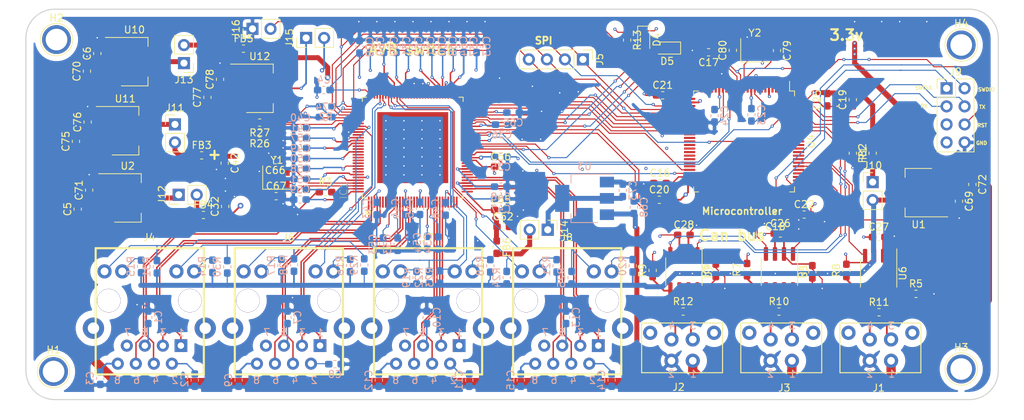
<source format=kicad_pcb>
(kicad_pcb (version 20171130) (host pcbnew "(5.1.6)-1")
  (title_block (title "AVB switch with Can gate") (rev v01) (comment 3 "License Ben Gurion University") (comment 4 "Aothor : Guy Falach"))
  (layers (0 F.Cu signal) (1 In1.Cu power) (2 In2.Cu signal) (31 B.Cu signal) (34 B.Paste user) (35 F.Paste user) (36 B.SilkS user) (37 F.SilkS user) (38 B.Mask user) (39 F.Mask user) (44 Edge.Cuts user))
  (net 0 "")
  (net 1 GND)
  (net 2 "Net-(C1-Pad1)")
  (net 3 "Net-(C2-Pad1)")
  (net 4 GNDPWR)
  (net 5 "Net-(C4-Pad1)")
  (net 6 "Net-(C7-Pad1)")
  (net 7 "Net-(C8-Pad1)")
  (net 8 "Net-(C10-Pad1)")
  (net 9 "Net-(C11-Pad1)")
  (net 10 "Net-(C13-Pad1)")
  (net 11 "Net-(C14-Pad1)")
  (net 12 "Net-(C16-Pad2)")
  (net 13 /mcu_stm32/NRESET)
  (net 14 "Net-(C18-Pad1)")
  (net 15 +3V3)
  (net 16 "Net-(C66-Pad1)")
  (net 17 "Net-(C67-Pad1)")
  (net 18 /mcu_stm32/UART8_TX)
  (net 19 /mcu_stm32/UART8_RX)
  (net 20 /mcu_stm32/SYS_JTMSE_SWDIO)
  (net 21 /mcu_stm32/SYS_JTCK_SWCLK)
  (net 22 /switch/Data_in_MOSI_SPI)
  (net 23 "Net-(IC1-Pad127)")
  (net 24 "Net-(R4-Pad1)")
  (net 25 "Net-(R5-Pad1)")
  (net 26 "Net-(R6-Pad1)")
  (net 27 "Net-(R7-Pad1)")
  (net 28 "Net-(R8-Pad1)")
  (net 29 "Net-(R9-Pad1)")
  (net 30 /mcu_stm32/CAN2_TX)
  (net 31 /mcu_stm32/CAN2_RX)
  (net 32 /mcu_stm32/CAN1_TX)
  (net 33 /mcu_stm32/CAN1_RX)
  (net 34 /mcu_stm32/CAN3_TX)
  (net 35 /mcu_stm32/CAN3_RX)
  (net 36 /mcu_stm32/SPI_CS)
  (net 37 /mcu_stm32/RESET_N)
  (net 38 /mcu_stm32/PWRDN)
  (net 39 /mcu_stm32/ETH_TXD1)
  (net 40 /mcu_stm32/ETH_TXD0)
  (net 41 /mcu_stm32/ETH_TX_EN)
  (net 42 /mcu_stm32/ETH_RX_ER)
  (net 43 /mcu_stm32/ETH_RXD3)
  (net 44 /mcu_stm32/ETH_RXD2)
  (net 45 /mcu_stm32/ETH_RXD1)
  (net 46 /mcu_stm32/ETH_RXD0)
  (net 47 /mcu_stm32/ETH_RX_DV)
  (net 48 /switch/Data_out_MISO_SPI)
  (net 49 /switch/SCL_SPI)
  (net 50 /mcu_stm32/ETH_COL)
  (net 51 /mcu_stm32/ETH_RX_CLK)
  (net 52 /mcu_stm32/ETH_CRS)
  (net 53 /mcu_stm32/ETH_TX_CLK)
  (net 54 /mcu_stm32/ETH_TXD2)
  (net 55 /mcu_stm32/ETH_TXD3)
  (net 56 /LED5_0)
  (net 57 /LED5_1)
  (net 58 /switch/LED1_0)
  (net 59 /switch/LED1_1)
  (net 60 /LED4_0)
  (net 61 /LED4_1)
  (net 62 /LED3_0)
  (net 63 /LED3_1)
  (net 64 /LED2_0)
  (net 65 /LED2_1)
  (net 66 "Net-(IC1-Pad95)")
  (net 67 "Net-(IC1-Pad94)")
  (net 68 "Net-(IC1-Pad90)")
  (net 69 "Net-(IC1-Pad82)")
  (net 70 "Net-(IC1-Pad81)")
  (net 71 "Net-(IC1-Pad79)")
  (net 72 "Net-(IC1-Pad78)")
  (net 73 "Net-(IC1-Pad76)")
  (net 74 "Net-(IC1-Pad74)")
  (net 75 "Net-(IC1-Pad73)")
  (net 76 "Net-(IC1-Pad67)")
  (net 77 "Net-(IC1-Pad32)")
  (net 78 "Net-(IC1-Pad31)")
  (net 79 "Net-(IC1-Pad29)")
  (net 80 "Net-(IC1-Pad28)")
  (net 81 "Net-(IC1-Pad21)")
  (net 82 "Net-(IC1-Pad20)")
  (net 83 "Net-(IC1-Pad18)")
  (net 84 "Net-(IC1-Pad17)")
  (net 85 "Net-(IC1-Pad9)")
  (net 86 "Net-(IC1-Pad8)")
  (net 87 "Net-(IC1-Pad7)")
  (net 88 "Net-(IC1-Pad6)")
  (net 89 "Net-(IC1-Pad121)")
  (net 90 "Net-(IC1-Pad120)")
  (net 91 "Net-(IC1-Pad118)")
  (net 92 "Net-(IC1-Pad117)")
  (net 93 "Net-(IC1-Pad108)")
  (net 94 "Net-(IC1-Pad50)")
  (net 95 "Net-(IC1-Pad43)")
  (net 96 "Net-(IC1-Pad42)")
  (net 97 "Net-(IC1-Pad40)")
  (net 98 "Net-(IC1-Pad39)")
  (net 99 "Net-(J9-Pad5)")
  (net 100 "Net-(U4-Pad96)")
  (net 101 "Net-(U4-Pad95)")
  (net 102 "Net-(U4-Pad93)")
  (net 103 "Net-(U4-Pad90)")
  (net 104 "Net-(U4-Pad89)")
  (net 105 "Net-(U4-Pad87)")
  (net 106 "Net-(U4-Pad86)")
  (net 107 "Net-(U4-Pad85)")
  (net 108 "Net-(U4-Pad84)")
  (net 109 "Net-(U4-Pad83)")
  (net 110 "Net-(U4-Pad80)")
  (net 111 "Net-(U4-Pad79)")
  (net 112 "Net-(U4-Pad78)")
  (net 113 "Net-(U4-Pad71)")
  (net 114 "Net-(U4-Pad70)")
  (net 115 "Net-(U4-Pad69)")
  (net 116 "Net-(U4-Pad68)")
  (net 117 "Net-(U4-Pad66)")
  (net 118 "Net-(U4-Pad45)")
  (net 119 "Net-(U4-Pad44)")
  (net 120 "Net-(U4-Pad43)")
  (net 121 "Net-(U4-Pad42)")
  (net 122 "Net-(U4-Pad41)")
  (net 123 "Net-(U4-Pad40)")
  (net 124 "Net-(U4-Pad39)")
  (net 125 "Net-(U4-Pad38)")
  (net 126 "Net-(U4-Pad37)")
  (net 127 "Net-(U4-Pad36)")
  (net 128 /mcu_stm32/ETH_MDIO)
  (net 129 /mcu_stm32/ETH_MDC)
  (net 130 "Net-(U4-Pad9)")
  (net 131 "Net-(U4-Pad8)")
  (net 132 "Net-(U4-Pad7)")
  (net 133 "Net-(U4-Pad5)")
  (net 134 "Net-(U4-Pad4)")
  (net 135 "Net-(U4-Pad3)")
  (net 136 /TX1-)
  (net 137 /TX1+)
  (net 138 /TX4-)
  (net 139 /TX4+)
  (net 140 /RX4+)
  (net 141 /RX4-)
  (net 142 /TX3-)
  (net 143 /TX3+)
  (net 144 /RX3+)
  (net 145 /RX3-)
  (net 146 /TX2-)
  (net 147 /TX2+)
  (net 148 /RX2+)
  (net 149 /RX2-)
  (net 150 /TX5-)
  (net 151 /TX5+)
  (net 152 /RX5+)
  (net 153 /RX5-)
  (net 154 /RX1+)
  (net 155 /RX1-)
  (net 156 /CAN3+)
  (net 157 /CAN3-)
  (net 158 /CAN1-)
  (net 159 /CAN1+)
  (net 160 /CAN2+)
  (net 161 /CAN2-)
  (net 162 "Net-(J7-Pad9)")
  (net 163 "Net-(J6-Pad11)")
  (net 164 "Net-(J6-Pad9)")
  (net 165 "Net-(J4-Pad11)")
  (net 166 "Net-(J4-Pad9)")
  (net 167 "Net-(J8-Pad9)")
  (net 168 "Net-(J7-Pad11)")
  (net 169 "Net-(J8-Pad11)")
  (net 170 /mcu_stm32/LED_1)
  (net 171 /mcu_stm32/LED_2)
  (net 172 "Net-(U4-Pad2)")
  (net 173 "Net-(U4-Pad64)")
  (net 174 "Net-(U4-Pad55)")
  (net 175 "Net-(U4-Pad56)")
  (net 176 "Net-(U4-Pad57)")
  (net 177 "Net-(U4-Pad58)")
  (net 178 "Net-(U4-Pad59)")
  (net 179 "Net-(U4-Pad60)")
  (net 180 "Net-(U4-Pad61)")
  (net 181 "Net-(U4-Pad62)")
  (net 182 "Net-(U4-Pad65)")
  (net 183 "Net-(IC1-Pad93)")
  (net 184 VDD)
  (net 185 +5V)
  (net 186 "Net-(FB2-Pad1)")
  (net 187 "Net-(FB6-Pad2)")
  (net 188 "Net-(FB5-Pad1)")
  (net 189 "Net-(FB4-Pad1)")
  (net 190 "Net-(FB3-Pad1)")
  (net 191 "Net-(C79-Pad1)")
  (net 192 "Net-(C80-Pad1)")
  (net 193 /mcu_stm32/BOOT)
  (net 194 AVDDH_IN)
  (net 195 VDDLS_IN)
  (net 196 DVDDL_IN)
  (net 197 AVDDL_IN)
  (net 198 /switch/VDDHS)
  (net 199 VDDHS_IN)
  (net 200 /switch/AVDDL)
  (net 201 /switch/DVDDL)
  (net 202 /switch/VDDLS)
  (net 203 /switch/AVDDH)
  (net 204 "Net-(J9-Pad7)")
  (module "AVB switch with Can gateway:Molex_micro_fit_2X2" (layer F.Cu) (at 201.422 92.71)
    (fp_text reference J3 (at 0.428 5.64) (layer F.SilkS))
    (fp_text value Molex_micro_fit_2X2)
    (fp_text user 4 (at -1.43 -3.11) (layer B.SilkS) (effects (justify mirror)))
    (fp_text user 3 (at 1.52 -3.11) (layer B.SilkS) (effects (justify mirror)))
    (fp_text user 2 (at -1.55 3.68) (layer B.SilkS) (effects (justify mirror)))
    (fp_text user 1 (at 1.59 3.68) (layer B.SilkS) (effects (justify mirror)))
    (pad ~ thru_hole circle (at 4.5 -2.12) (size 2 2) (drill 1.08) (layers *.Cu *.Mask))
    (pad ~ thru_hole circle (at -4.5 -2.12) (size 2 2) (drill 1.08) (layers *.Cu *.Mask))
    (pad 1 thru_hole circle (at 1.5 1.82) (size 2 2) (drill 1.07) (layers *.Cu *.Mask) (net 185 +5V))
    (pad 2 thru_hole circle (at -1.5 1.82) (size 2 2) (drill 1.07) (layers *.Cu *.Mask) (net 1 GND))
    (pad 3 thru_hole circle (at 1.5 -1.18) (size 2 2) (drill 1.07) (layers *.Cu *.Mask) (net 156 /CAN3+))
    (pad 4 thru_hole circle (at -1.5 -1.18) (size 2 2) (drill 1.07) (layers *.Cu *.Mask) (net 157 /CAN3-))
  )
  (module "AVB switch with Can gateway:Molex_micro_fit_2X2" (layer F.Cu) (at 187.452 92.71)
    (fp_text reference J2 (at -0.502 5.54) (layer F.SilkS))
    (fp_text value Molex_micro_fit_2X2)
    (fp_text user 4 (at -1.43 -3.11) (layer B.SilkS) (effects (justify mirror)))
    (fp_text user 3 (at 1.52 -3.11) (layer B.SilkS) (effects (justify mirror)))
    (fp_text user 2 (at -1.55 3.68) (layer B.SilkS) (effects (justify mirror)))
    (fp_text user 1 (at 1.59 3.68) (layer B.SilkS) (effects (justify mirror)))
    (pad ~ thru_hole circle (at 4.5 -2.12) (size 2 2) (drill 1.08) (layers *.Cu *.Mask))
    (pad ~ thru_hole circle (at -4.5 -2.12) (size 2 2) (drill 1.08) (layers *.Cu *.Mask))
    (pad 1 thru_hole circle (at 1.5 1.82) (size 2 2) (drill 1.07) (layers *.Cu *.Mask) (net 185 +5V))
    (pad 2 thru_hole circle (at -1.5 1.82) (size 2 2) (drill 1.07) (layers *.Cu *.Mask) (net 1 GND))
    (pad 3 thru_hole circle (at 1.5 -1.18) (size 2 2) (drill 1.07) (layers *.Cu *.Mask) (net 160 /CAN2+))
    (pad 4 thru_hole circle (at -1.5 -1.18) (size 2 2) (drill 1.07) (layers *.Cu *.Mask) (net 161 /CAN2-))
  )
  (module "AVB switch with Can gateway:Molex_micro_fit_2X2" (layer F.Cu) (at 215.392 92.71)
    (fp_text reference J1 (at -0.242 5.64) (layer F.SilkS))
    (fp_text value Molex_micro_fit_2X2)
    (fp_text user 4 (at -1.43 -3.11) (layer B.SilkS) (effects (justify mirror)))
    (fp_text user 3 (at 1.52 -3.11) (layer B.SilkS) (effects (justify mirror)))
    (fp_text user 2 (at -1.55 3.68) (layer B.SilkS) (effects (justify mirror)))
    (fp_text user 1 (at 1.59 3.68) (layer B.SilkS) (effects (justify mirror)))
    (pad ~ thru_hole circle (at 4.5 -2.12) (size 2 2) (drill 1.08) (layers *.Cu *.Mask))
    (pad ~ thru_hole circle (at -4.5 -2.12) (size 2 2) (drill 1.08) (layers *.Cu *.Mask))
    (pad 1 thru_hole circle (at 1.5 1.82) (size 2 2) (drill 1.07) (layers *.Cu *.Mask) (net 185 +5V))
    (pad 2 thru_hole circle (at -1.5 1.82) (size 2 2) (drill 1.07) (layers *.Cu *.Mask) (net 1 GND))
    (pad 3 thru_hole circle (at 1.5 -1.18) (size 2 2) (drill 1.07) (layers *.Cu *.Mask) (net 159 /CAN1+))
    (pad 4 thru_hole circle (at -1.5 -1.18) (size 2 2) (drill 1.07) (layers *.Cu *.Mask) (net 158 /CAN1-))
  )
  (module Connector_PinHeader_2.54mm:PinHeader_1x04_P2.54mm_Vertical (layer F.Cu) (at 173.482 52.07 270)
    (fp_text reference J5 (at 0 -2.33 90) (layer F.SilkS))
    (fp_text value Conn_01x04)
    (pad 4 thru_hole oval (at 0 7.62 270) (size 1.7 1.7) (drill 1) (layers *.Cu *.Mask) (net 48 /switch/Data_out_MISO_SPI))
    (pad 3 thru_hole oval (at 0 5.08 270) (size 1.7 1.7) (drill 1) (layers *.Cu *.Mask) (net 22 /switch/Data_in_MOSI_SPI))
    (pad 2 thru_hole oval (at 0 2.54 270) (size 1.7 1.7) (drill 1) (layers *.Cu *.Mask) (net 36 /mcu_stm32/SPI_CS))
    (pad 1 thru_hole rect (at 0 0 270) (size 1.7 1.7) (drill 1) (layers *.Cu *.Mask) (net 49 /switch/SCL_SPI))
  )
  (module Crystal:Crystal_SMD_3225-4Pin_3.2x2.5mm (layer F.Cu) (at 197.71 50.79)
    (fp_text reference Y2 (at 0 -2.45) (layer F.SilkS))
    (fp_text value Crystal-8Mhz)
    (pad 4 smd rect (at -1.1 -0.85) (size 1.4 1.2) (layers F.Cu F.Paste F.Mask) (net 1 GND))
    (pad 3 smd rect (at 1.1 -0.85) (size 1.4 1.2) (layers F.Cu F.Paste F.Mask) (net 191 "Net-(C79-Pad1)"))
    (pad 2 smd rect (at 1.1 0.85) (size 1.4 1.2) (layers F.Cu F.Paste F.Mask) (net 1 GND))
    (pad 1 smd rect (at -1.1 0.85) (size 1.4 1.2) (layers F.Cu F.Paste F.Mask) (net 192 "Net-(C80-Pad1)"))
  )
  (module Crystal:Crystal_SMD_3225-4Pin_3.2x2.5mm (layer F.Cu) (at 130.364 68.714)
    (fp_text reference Y1 (at 0 -2.45) (layer F.SilkS))
    (fp_text value Crystal-25Mhz)
    (pad 4 smd rect (at -1.1 -0.85) (size 1.4 1.2) (layers F.Cu F.Paste F.Mask) (net 1 GND))
    (pad 3 smd rect (at 1.1 -0.85) (size 1.4 1.2) (layers F.Cu F.Paste F.Mask) (net 16 "Net-(C66-Pad1)"))
    (pad 2 smd rect (at 1.1 0.85) (size 1.4 1.2) (layers F.Cu F.Paste F.Mask) (net 1 GND))
    (pad 1 smd rect (at -1.1 0.85) (size 1.4 1.2) (layers F.Cu F.Paste F.Mask) (net 17 "Net-(C67-Pad1)"))
  )
  (module Connector_PinHeader_2.54mm:PinHeader_2x04_P2.54mm_Vertical (layer F.Cu) (at 224.714 56.148)
    (fp_text reference J9 (at 1.27 -2.33) (layer F.SilkS))
    (fp_text value Conn_02x04_Counter_Clockwise)
    (pad 8 thru_hole oval (at 2.54 7.62) (size 1.7 1.7) (drill 1) (layers *.Cu *.Mask) (net 1 GND))
    (pad 7 thru_hole oval (at 0 7.62) (size 1.7 1.7) (drill 1) (layers *.Cu *.Mask) (net 204 "Net-(J9-Pad7)"))
    (pad 6 thru_hole oval (at 2.54 5.08) (size 1.7 1.7) (drill 1) (layers *.Cu *.Mask) (net 13 /mcu_stm32/NRESET))
    (pad 5 thru_hole oval (at 0 5.08) (size 1.7 1.7) (drill 1) (layers *.Cu *.Mask) (net 99 "Net-(J9-Pad5)"))
    (pad 4 thru_hole oval (at 2.54 2.54) (size 1.7 1.7) (drill 1) (layers *.Cu *.Mask) (net 18 /mcu_stm32/UART8_TX))
    (pad 3 thru_hole oval (at 0 2.54) (size 1.7 1.7) (drill 1) (layers *.Cu *.Mask) (net 19 /mcu_stm32/UART8_RX))
    (pad 2 thru_hole oval (at 2.54 0) (size 1.7 1.7) (drill 1) (layers *.Cu *.Mask) (net 20 /mcu_stm32/SYS_JTMSE_SWDIO))
    (pad 1 thru_hole rect (at 0 0) (size 1.7 1.7) (drill 1) (layers *.Cu *.Mask) (net 21 /mcu_stm32/SYS_JTCK_SWCLK))
  )
  (module Resistor_SMD:R_0603_1608Metric_Pad1.05x0.95mm_HandSolder (layer B.Cu) (at 113.462 81.294 270)
    (fp_text reference R31 (at 0 1.43 90) (layer B.SilkS) (effects (justify mirror)))
    (fp_text value 750)
    (pad 2 smd roundrect (at 0.875 0 270) (size 1.05 0.95) (layers B.Cu B.Paste B.Mask) (net 15 +3V3))
    (pad 1 smd roundrect (at -0.875 0 270) (size 1.05 0.95) (layers B.Cu B.Paste B.Mask) (net 59 /switch/LED1_1))
  )
  (module Resistor_SMD:R_0603_1608Metric_Pad1.05x0.95mm_HandSolder (layer B.Cu) (at 123.368 81.294 270)
    (fp_text reference R30 (at 0 1.43 90) (layer B.SilkS) (effects (justify mirror)))
    (fp_text value 750)
    (pad 2 smd roundrect (at 0.875 0 270) (size 1.05 0.95) (layers B.Cu B.Paste B.Mask) (net 15 +3V3))
    (pad 1 smd roundrect (at -0.875 0 270) (size 1.05 0.95) (layers B.Cu B.Paste B.Mask) (net 58 /switch/LED1_0))
  )
  (module Resistor_SMD:R_0603_1608Metric_Pad1.05x0.95mm_HandSolder (layer B.Cu) (at 142.672 81.04 270)
    (fp_text reference R29 (at 0 1.43 90) (layer B.SilkS) (effects (justify mirror)))
    (fp_text value 750)
    (pad 2 smd roundrect (at 0.875 0 270) (size 1.05 0.95) (layers B.Cu B.Paste B.Mask) (net 15 +3V3))
    (pad 1 smd roundrect (at -0.875 0 270) (size 1.05 0.95) (layers B.Cu B.Paste B.Mask) (net 64 /LED2_0))
  )
  (module Resistor_SMD:R_0603_1608Metric_Pad1.05x0.95mm_HandSolder (layer B.Cu) (at 132.766 81.04 270)
    (fp_text reference R28 (at 0 1.43 90) (layer B.SilkS) (effects (justify mirror)))
    (fp_text value 750)
    (pad 2 smd roundrect (at 0.875 0 270) (size 1.05 0.95) (layers B.Cu B.Paste B.Mask) (net 15 +3V3))
    (pad 1 smd roundrect (at -0.875 0 270) (size 1.05 0.95) (layers B.Cu B.Paste B.Mask) (net 65 /LED2_1))
  )
  (module Resistor_SMD:R_0603_1608Metric_Pad1.05x0.95mm_HandSolder (layer F.Cu) (at 127.94 60.974 180)
    (fp_text reference R27 (at 0 -1.43) (layer F.SilkS))
    (fp_text value 750)
    (pad 2 smd roundrect (at 0.875 0 180) (size 1.05 0.95) (layers F.Cu F.Paste F.Mask) (net 15 +3V3))
    (pad 1 smd roundrect (at -0.875 0 180) (size 1.05 0.95) (layers F.Cu F.Paste F.Mask) (net 56 /LED5_0))
  )
  (module Resistor_SMD:R_0603_1608Metric_Pad1.05x0.95mm_HandSolder (layer F.Cu) (at 127.94 62.498 180)
    (fp_text reference R26 (at 0 -1.43) (layer F.SilkS))
    (fp_text value 750)
    (pad 2 smd roundrect (at 0.875 0 180) (size 1.05 0.95) (layers F.Cu F.Paste F.Mask) (net 15 +3V3))
    (pad 1 smd roundrect (at -0.875 0 180) (size 1.05 0.95) (layers F.Cu F.Paste F.Mask) (net 57 /LED5_1))
  )
  (module Resistor_SMD:R_0603_1608Metric_Pad1.05x0.95mm_HandSolder (layer B.Cu) (at 171.882 82.818 270)
    (fp_text reference R25 (at 0 1.43 90) (layer B.SilkS) (effects (justify mirror)))
    (fp_text value 750)
    (pad 2 smd roundrect (at 0.875 0 270) (size 1.05 0.95) (layers B.Cu B.Paste B.Mask) (net 15 +3V3))
    (pad 1 smd roundrect (at -0.875 0 270) (size 1.05 0.95) (layers B.Cu B.Paste B.Mask) (net 60 /LED4_0))
  )
  (module Resistor_SMD:R_0603_1608Metric_Pad1.05x0.95mm_HandSolder (layer B.Cu) (at 162.738 82.818 270)
    (fp_text reference R24 (at 0 1.43 90) (layer B.SilkS) (effects (justify mirror)))
    (fp_text value 750)
    (pad 2 smd roundrect (at 0.875 0 270) (size 1.05 0.95) (layers B.Cu B.Paste B.Mask) (net 15 +3V3))
    (pad 1 smd roundrect (at -0.875 0 270) (size 1.05 0.95) (layers B.Cu B.Paste B.Mask) (net 61 /LED4_1))
  )
  (module Resistor_SMD:R_0603_1608Metric_Pad1.05x0.95mm_HandSolder (layer B.Cu) (at 153.34 82.734 270)
    (fp_text reference R23 (at 0 1.43 90) (layer B.SilkS) (effects (justify mirror)))
    (fp_text value 750)
    (pad 2 smd roundrect (at 0.875 0 270) (size 1.05 0.95) (layers B.Cu B.Paste B.Mask) (net 15 +3V3))
    (pad 1 smd roundrect (at -0.875 0 270) (size 1.05 0.95) (layers B.Cu B.Paste B.Mask) (net 62 /LED3_0))
  )
  (module Resistor_SMD:R_0603_1608Metric_Pad1.05x0.95mm_HandSolder (layer B.Cu) (at 151.816 82.818 270)
    (fp_text reference R22 (at 0 1.43 90) (layer B.SilkS) (effects (justify mirror)))
    (fp_text value 750)
    (pad 2 smd roundrect (at 0.875 0 270) (size 1.05 0.95) (layers B.Cu B.Paste B.Mask) (net 15 +3V3))
    (pad 1 smd roundrect (at -0.875 0 270) (size 1.05 0.95) (layers B.Cu B.Paste B.Mask) (net 63 /LED3_1))
  )
  (module Resistor_SMD:R_0603_1608Metric_Pad1.05x0.95mm_HandSolder (layer B.Cu) (at 169.78 81.16 270)
    (fp_text reference R21 (at 0 1.43 90) (layer B.SilkS) (effects (justify mirror)))
    (fp_text value 330)
    (pad 2 smd roundrect (at 0.875 0 270) (size 1.05 0.95) (layers B.Cu B.Paste B.Mask) (net 15 +3V3))
    (pad 1 smd roundrect (at -0.875 0 270) (size 1.05 0.95) (layers B.Cu B.Paste B.Mask) (net 169 "Net-(J8-Pad11)"))
  )
  (module Resistor_SMD:R_0603_1608Metric_Pad1.05x0.95mm_HandSolder (layer B.Cu) (at 180.5 81.14 270)
    (fp_text reference R20 (at 0 1.43 90) (layer B.SilkS) (effects (justify mirror)))
    (fp_text value 330)
    (pad 2 smd roundrect (at 0.875 0 270) (size 1.05 0.95) (layers B.Cu B.Paste B.Mask) (net 15 +3V3))
    (pad 1 smd roundrect (at -0.875 0 270) (size 1.05 0.95) (layers B.Cu B.Paste B.Mask) (net 167 "Net-(J8-Pad9)"))
  )
  (module Resistor_SMD:R_0603_1608Metric_Pad1.05x0.95mm_HandSolder (layer B.Cu) (at 150.038 82.818 270)
    (fp_text reference R19 (at 0 1.43 90) (layer B.SilkS) (effects (justify mirror)))
    (fp_text value 330)
    (pad 2 smd roundrect (at 0.875 0 270) (size 1.05 0.95) (layers B.Cu B.Paste B.Mask) (net 15 +3V3))
    (pad 1 smd roundrect (at -0.875 0 270) (size 1.05 0.95) (layers B.Cu B.Paste B.Mask) (net 168 "Net-(J7-Pad11)"))
  )
  (module Resistor_SMD:R_0603_1608Metric_Pad1.05x0.95mm_HandSolder (layer B.Cu) (at 160.43 81.16 270)
    (fp_text reference R18 (at 0 1.43 90) (layer B.SilkS) (effects (justify mirror)))
    (fp_text value 330)
    (pad 2 smd roundrect (at 0.875 0 270) (size 1.05 0.95) (layers B.Cu B.Paste B.Mask) (net 15 +3V3))
    (pad 1 smd roundrect (at -0.875 0 270) (size 1.05 0.95) (layers B.Cu B.Paste B.Mask) (net 162 "Net-(J7-Pad9)"))
  )
  (module Resistor_SMD:R_0603_1608Metric_Pad1.05x0.95mm_HandSolder (layer B.Cu) (at 140.68 81.11 270)
    (fp_text reference R16 (at 0 1.43 90) (layer B.SilkS) (effects (justify mirror)))
    (fp_text value 330)
    (pad 2 smd roundrect (at 0.875 0 270) (size 1.05 0.95) (layers B.Cu B.Paste B.Mask) (net 15 +3V3))
    (pad 1 smd roundrect (at -0.875 0 270) (size 1.05 0.95) (layers B.Cu B.Paste B.Mask) (net 164 "Net-(J6-Pad9)"))
  )
  (module Resistor_SMD:R_0603_1608Metric_Pad1.05x0.95mm_HandSolder (layer B.Cu) (at 111.23 81.24 270)
    (fp_text reference R15 (at 0 1.43 90) (layer B.SilkS) (effects (justify mirror)))
    (fp_text value 330)
    (pad 2 smd roundrect (at 0.875 0 270) (size 1.05 0.95) (layers B.Cu B.Paste B.Mask) (net 15 +3V3))
    (pad 1 smd roundrect (at -0.875 0 270) (size 1.05 0.95) (layers B.Cu B.Paste B.Mask) (net 165 "Net-(J4-Pad11)"))
  )
  (module Resistor_SMD:R_0603_1608Metric_Pad1.05x0.95mm_HandSolder (layer B.Cu) (at 121.28 81.23 270)
    (fp_text reference R14 (at 0 1.43 90) (layer B.SilkS) (effects (justify mirror)))
    (fp_text value 330)
    (pad 2 smd roundrect (at 0.875 0 270) (size 1.05 0.95) (layers B.Cu B.Paste B.Mask) (net 15 +3V3))
    (pad 1 smd roundrect (at -0.875 0 270) (size 1.05 0.95) (layers B.Cu B.Paste B.Mask) (net 166 "Net-(J4-Pad9)"))
  )
  (module Resistor_SMD:R_0603_1608Metric_Pad1.05x0.95mm_HandSolder (layer F.Cu) (at 179.704 49.354 270)
    (fp_text reference R13 (at 0 -1.43 90) (layer F.SilkS))
    (fp_text value 10k)
    (pad 2 smd roundrect (at 0.875 0 270) (size 1.05 0.95) (layers F.Cu F.Paste F.Mask) (net 5 "Net-(C4-Pad1)"))
    (pad 1 smd roundrect (at -0.875 0 270) (size 1.05 0.95) (layers F.Cu F.Paste F.Mask) (net 15 +3V3))
  )
  (module Resistor_SMD:R_0603_1608Metric_Pad1.05x0.95mm_HandSolder (layer F.Cu) (at 187.6 87.6)
    (fp_text reference R12 (at 0 -1.43) (layer F.SilkS))
    (fp_text value 120)
    (pad 2 smd roundrect (at 0.875 0) (size 1.05 0.95) (layers F.Cu F.Paste F.Mask) (net 160 /CAN2+))
    (pad 1 smd roundrect (at -0.875 0) (size 1.05 0.95) (layers F.Cu F.Paste F.Mask) (net 161 /CAN2-))
  )
  (module Resistor_SMD:R_0603_1608Metric_Pad1.05x0.95mm_HandSolder (layer F.Cu) (at 215.2 87.7)
    (fp_text reference R11 (at 0 -1.43) (layer F.SilkS))
    (fp_text value 120)
    (pad 2 smd roundrect (at 0.875 0) (size 1.05 0.95) (layers F.Cu F.Paste F.Mask) (net 159 /CAN1+))
    (pad 1 smd roundrect (at -0.875 0) (size 1.05 0.95) (layers F.Cu F.Paste F.Mask) (net 158 /CAN1-))
  )
  (module Resistor_SMD:R_0603_1608Metric_Pad1.05x0.95mm_HandSolder (layer F.Cu) (at 201.1 87.6)
    (fp_text reference R10 (at 0 -1.43) (layer F.SilkS))
    (fp_text value 120)
    (pad 2 smd roundrect (at 0.875 0) (size 1.05 0.95) (layers F.Cu F.Paste F.Mask) (net 156 /CAN3+))
    (pad 1 smd roundrect (at -0.875 0) (size 1.05 0.95) (layers F.Cu F.Paste F.Mask) (net 157 /CAN3-))
  )
  (module Resistor_SMD:R_0603_1608Metric_Pad1.05x0.95mm_HandSolder (layer F.Cu) (at 183.3 81.8 90)
    (fp_text reference R9 (at 0 -1.43 90) (layer F.SilkS))
    (fp_text value 10k)
    (pad 2 smd roundrect (at 0.875 0 90) (size 1.05 0.95) (layers F.Cu F.Paste F.Mask) (net 15 +3V3))
    (pad 1 smd roundrect (at -0.875 0 90) (size 1.05 0.95) (layers F.Cu F.Paste F.Mask) (net 29 "Net-(R9-Pad1)"))
  )
  (module Resistor_SMD:R_0603_1608Metric_Pad1.05x0.95mm_HandSolder (layer F.Cu) (at 210.6 81.8 90)
    (fp_text reference R8 (at 0 -1.43 90) (layer F.SilkS))
    (fp_text value 10k)
    (pad 2 smd roundrect (at 0.875 0 90) (size 1.05 0.95) (layers F.Cu F.Paste F.Mask) (net 15 +3V3))
    (pad 1 smd roundrect (at -0.875 0 90) (size 1.05 0.95) (layers F.Cu F.Paste F.Mask) (net 28 "Net-(R8-Pad1)"))
  )
  (module Resistor_SMD:R_0603_1608Metric_Pad1.05x0.95mm_HandSolder (layer F.Cu) (at 196.6 81.7 90)
    (fp_text reference R7 (at 0 -1.43 90) (layer F.SilkS))
    (fp_text value 10k)
    (pad 2 smd roundrect (at 0.875 0 90) (size 1.05 0.95) (layers F.Cu F.Paste F.Mask) (net 15 +3V3))
    (pad 1 smd roundrect (at -0.875 0 90) (size 1.05 0.95) (layers F.Cu F.Paste F.Mask) (net 27 "Net-(R7-Pad1)"))
  )
  (module Resistor_SMD:R_0603_1608Metric_Pad1.05x0.95mm_HandSolder (layer F.Cu) (at 192.2 81.8 90)
    (fp_text reference R6 (at 0 -1.43 90) (layer F.SilkS))
    (fp_text value 10k)
    (pad 2 smd roundrect (at 0.875 0 90) (size 1.05 0.95) (layers F.Cu F.Paste F.Mask) (net 1 GND))
    (pad 1 smd roundrect (at -0.875 0 90) (size 1.05 0.95) (layers F.Cu F.Paste F.Mask) (net 26 "Net-(R6-Pad1)"))
  )
  (module Resistor_SMD:R_0603_1608Metric_Pad1.05x0.95mm_HandSolder (layer F.Cu) (at 220.396 85.104)
    (fp_text reference R5 (at 0 -1.43) (layer F.SilkS))
    (fp_text value 10k)
    (pad 2 smd roundrect (at 0.875 0) (size 1.05 0.95) (layers F.Cu F.Paste F.Mask) (net 1 GND))
    (pad 1 smd roundrect (at -0.875 0) (size 1.05 0.95) (layers F.Cu F.Paste F.Mask) (net 25 "Net-(R5-Pad1)"))
  )
  (module Resistor_SMD:R_0603_1608Metric_Pad1.05x0.95mm_HandSolder (layer F.Cu) (at 205.8 82 90)
    (fp_text reference R4 (at 0 -1.43 90) (layer F.SilkS))
    (fp_text value 10k)
    (pad 2 smd roundrect (at 0.875 0 90) (size 1.05 0.95) (layers F.Cu F.Paste F.Mask) (net 1 GND))
    (pad 1 smd roundrect (at -0.875 0 90) (size 1.05 0.95) (layers F.Cu F.Paste F.Mask) (net 24 "Net-(R4-Pad1)"))
  )
  (module Resistor_SMD:R_0603_1608Metric_Pad1.05x0.95mm_HandSolder (layer F.Cu) (at 137.21 70.77)
    (fp_text reference R3 (at 0 -1.43) (layer F.SilkS))
    (fp_text value "6.04K 1%")
    (pad 2 smd roundrect (at 0.875 0) (size 1.05 0.95) (layers F.Cu F.Paste F.Mask) (net 23 "Net-(IC1-Pad127)"))
    (pad 1 smd roundrect (at -0.875 0) (size 1.05 0.95) (layers F.Cu F.Paste F.Mask) (net 1 GND))
  )
  (module Resistor_SMD:R_0603_1608Metric_Pad1.05x0.95mm_HandSolder (layer B.Cu) (at 137.25 58.7)
    (fp_text reference R2 (at 0 1.43) (layer B.SilkS) (effects (justify mirror)))
    (fp_text value 4.7k)
    (pad 2 smd roundrect (at 0.875 0) (size 1.05 0.95) (layers B.Cu B.Paste B.Mask) (net 22 /switch/Data_in_MOSI_SPI))
    (pad 1 smd roundrect (at -0.875 0) (size 1.05 0.95) (layers B.Cu B.Paste B.Mask) (net 15 +3V3))
  )
  (module Resistor_SMD:R_0603_1608Metric_Pad1.05x0.95mm_HandSolder (layer F.Cu) (at 211.506 65.292 270)
    (fp_text reference R1 (at 0 -1.43 90) (layer F.SilkS))
    (fp_text value 10k)
    (pad 2 smd roundrect (at 0.875 0 270) (size 1.05 0.95) (layers F.Cu F.Paste F.Mask) (net 1 GND))
    (pad 1 smd roundrect (at -0.875 0 270) (size 1.05 0.95) (layers F.Cu F.Paste F.Mask) (net 193 /mcu_stm32/BOOT))
  )
  (module Connector_PinHeader_2.54mm:PinHeader_1x02_P2.54mm_Vertical (layer F.Cu) (at 126.924 47.766 90)
    (fp_text reference J16 (at 0 -2.33 90) (layer F.SilkS))
    (fp_text value Conn_01x02)
    (pad 2 thru_hole oval (at 0 2.54 90) (size 1.7 1.7) (drill 1) (layers *.Cu *.Mask) (net 5 "Net-(C4-Pad1)"))
    (pad 1 thru_hole rect (at 0 0 90) (size 1.7 1.7) (drill 1) (layers *.Cu *.Mask) (net 1 GND))
  )
  (module Connector_PinHeader_2.54mm:PinHeader_1x02_P2.54mm_Vertical (layer F.Cu) (at 134.475 49.05 90)
    (fp_text reference J15 (at 0 -2.33 90) (layer F.SilkS))
    (fp_text value Conn_01x02)
    (pad 2 thru_hole oval (at 0 2.54 90) (size 1.7 1.7) (drill 1) (layers *.Cu *.Mask) (net 198 /switch/VDDHS))
    (pad 1 thru_hole rect (at 0 0 90) (size 1.7 1.7) (drill 1) (layers *.Cu *.Mask) (net 199 VDDHS_IN))
  )
  (module Connector_PinHeader_2.54mm:PinHeader_1x02_P2.54mm_Vertical (layer F.Cu) (at 168.52 76.07 270)
    (fp_text reference J14 (at 0 -2.33 90) (layer F.SilkS))
    (fp_text value Conn_01x02)
    (pad 2 thru_hole oval (at 0 2.54 270) (size 1.7 1.7) (drill 1) (layers *.Cu *.Mask) (net 187 "Net-(FB6-Pad2)"))
    (pad 1 thru_hole rect (at 0 0 270) (size 1.7 1.7) (drill 1) (layers *.Cu *.Mask) (net 194 AVDDH_IN))
  )
  (module Connector_PinHeader_2.54mm:PinHeader_1x02_P2.54mm_Vertical (layer F.Cu) (at 117.272 52.592 180)
    (fp_text reference J13 (at 0 -2.33) (layer F.SilkS))
    (fp_text value Conn_01x02)
    (pad 2 thru_hole oval (at 0 2.54 180) (size 1.7 1.7) (drill 1) (layers *.Cu *.Mask) (net 188 "Net-(FB5-Pad1)"))
    (pad 1 thru_hole rect (at 0 0 180) (size 1.7 1.7) (drill 1) (layers *.Cu *.Mask) (net 195 VDDLS_IN))
  )
  (module Connector_PinHeader_2.54mm:PinHeader_1x02_P2.54mm_Vertical (layer F.Cu) (at 116.525 71.15 90)
    (fp_text reference J12 (at 0 -2.33 90) (layer F.SilkS))
    (fp_text value Conn_01x02)
    (pad 2 thru_hole oval (at 0 2.54 90) (size 1.7 1.7) (drill 1) (layers *.Cu *.Mask) (net 189 "Net-(FB4-Pad1)"))
    (pad 1 thru_hole rect (at 0 0 90) (size 1.7 1.7) (drill 1) (layers *.Cu *.Mask) (net 196 DVDDL_IN))
  )
  (module Connector_PinHeader_2.54mm:PinHeader_1x02_P2.54mm_Vertical (layer F.Cu) (at 116.002 61.228)
    (fp_text reference J11 (at 0 -2.33) (layer F.SilkS))
    (fp_text value Conn_01x02)
    (pad 2 thru_hole oval (at 0 2.54) (size 1.7 1.7) (drill 1) (layers *.Cu *.Mask) (net 190 "Net-(FB3-Pad1)"))
    (pad 1 thru_hole rect (at 0 0) (size 1.7 1.7) (drill 1) (layers *.Cu *.Mask) (net 197 AVDDL_IN))
  )
  (module Connector_PinHeader_2.54mm:PinHeader_1x02_P2.54mm_Vertical (layer F.Cu) (at 214.3 69.356)
    (fp_text reference J10 (at 0 -2.33) (layer F.SilkS))
    (fp_text value Conn_01x02)
    (pad 2 thru_hole oval (at 0 2.54) (size 1.7 1.7) (drill 1) (layers *.Cu *.Mask) (net 15 +3V3))
    (pad 1 thru_hole rect (at 0 0) (size 1.7 1.7) (drill 1) (layers *.Cu *.Mask) (net 186 "Net-(FB2-Pad1)"))
  )
  (module Diode_SMD:D_SOD-323_HandSoldering (layer F.Cu) (at 185.344 50.474 180)
    (fp_text reference D5 (at 0 -1.85) (layer F.SilkS))
    (fp_text value D)
    (pad 2 smd rect (at 1.25 0 180) (size 1 1) (layers F.Cu F.Paste F.Mask) (net 5 "Net-(C4-Pad1)"))
    (pad 1 smd rect (at -1.25 0 180) (size 1 1) (layers F.Cu F.Paste F.Mask) (net 37 /mcu_stm32/RESET_N))
  )
  (module Diode_SMD:D_SOD-323_HandSoldering (layer F.Cu) (at 182.042 49.29 270)
    (fp_text reference D4 (at 0 -1.85 90) (layer F.SilkS))
    (fp_text value D)
    (pad 2 smd rect (at 1.25 0 270) (size 1 1) (layers F.Cu F.Paste F.Mask) (net 5 "Net-(C4-Pad1)"))
    (pad 1 smd rect (at -1.25 0 270) (size 1 1) (layers F.Cu F.Paste F.Mask) (net 15 +3V3))
  )
  (module "AVB switch with Can gateway:QFP40P1600X1600X120-129N" (layer F.Cu) (at 149.5 64.5 90)
    (fp_text reference IC1 (at -6.03448 -9.7401 90) (layer F.SilkS) (effects (font (size 1.02043 1.02043) (thickness 0.05))))
    (fp_text value KSZ8567STXI-TR hide)
    (pad 129 smd rect (at 0 0 90) (size 10 10) (layers F.Cu F.Paste F.Mask) (net 1 GND))
    (pad 96 smd rect (at 7.68 -6.2 90) (size 1.56 0.24) (layers F.Cu F.Paste F.Mask) (net 5 "Net-(C4-Pad1)"))
    (pad 95 smd rect (at 7.68 -5.8 90) (size 1.56 0.24) (layers F.Cu F.Paste F.Mask) (net 66 "Net-(IC1-Pad95)"))
    (pad 94 smd rect (at 7.68 -5.4 90) (size 1.56 0.24) (layers F.Cu F.Paste F.Mask) (net 67 "Net-(IC1-Pad94)"))
    (pad 93 smd rect (at 7.68 -5 90) (size 1.56 0.24) (layers F.Cu F.Paste F.Mask) (net 183 "Net-(IC1-Pad93)"))
    (pad 92 smd rect (at 7.68 -4.6 90) (size 1.56 0.24) (layers F.Cu F.Paste F.Mask) (net 65 /LED2_1))
    (pad 91 smd rect (at 7.68 -4.2 90) (size 1.56 0.24) (layers F.Cu F.Paste F.Mask) (net 64 /LED2_0))
    (pad 90 smd rect (at 7.68 -3.8 90) (size 1.56 0.24) (layers F.Cu F.Paste F.Mask) (net 68 "Net-(IC1-Pad90)"))
    (pad 89 smd rect (at 7.68 -3.4 90) (size 1.56 0.24) (layers F.Cu F.Paste F.Mask) (net 63 /LED3_1))
    (pad 88 smd rect (at 7.68 -3 90) (size 1.56 0.24) (layers F.Cu F.Paste F.Mask) (net 62 /LED3_0))
    (pad 87 smd rect (at 7.68 -2.6 90) (size 1.56 0.24) (layers F.Cu F.Paste F.Mask) (net 201 /switch/DVDDL))
    (pad 86 smd rect (at 7.68 -2.2 90) (size 1.56 0.24) (layers F.Cu F.Paste F.Mask) (net 61 /LED4_1))
    (pad 85 smd rect (at 7.68 -1.8 90) (size 1.56 0.24) (layers F.Cu F.Paste F.Mask) (net 60 /LED4_0))
    (pad 84 smd rect (at 7.68 -1.4 90) (size 1.56 0.24) (layers F.Cu F.Paste F.Mask) (net 202 /switch/VDDLS))
    (pad 83 smd rect (at 7.68 -1 90) (size 1.56 0.24) (layers F.Cu F.Paste F.Mask) (net 198 /switch/VDDHS))
    (pad 82 smd rect (at 7.68 -0.6 90) (size 1.56 0.24) (layers F.Cu F.Paste F.Mask) (net 69 "Net-(IC1-Pad82)"))
    (pad 81 smd rect (at 7.68 -0.2 90) (size 1.56 0.24) (layers F.Cu F.Paste F.Mask) (net 70 "Net-(IC1-Pad81)"))
    (pad 80 smd rect (at 7.68 0.2 90) (size 1.56 0.24) (layers F.Cu F.Paste F.Mask) (net 1 GND))
    (pad 79 smd rect (at 7.68 0.6 90) (size 1.56 0.24) (layers F.Cu F.Paste F.Mask) (net 71 "Net-(IC1-Pad79)"))
    (pad 78 smd rect (at 7.68 1 90) (size 1.56 0.24) (layers F.Cu F.Paste F.Mask) (net 72 "Net-(IC1-Pad78)"))
    (pad 77 smd rect (at 7.68 1.4 90) (size 1.56 0.24) (layers F.Cu F.Paste F.Mask) (net 1 GND))
    (pad 76 smd rect (at 7.68 1.8 90) (size 1.56 0.24) (layers F.Cu F.Paste F.Mask) (net 73 "Net-(IC1-Pad76)"))
    (pad 75 smd rect (at 7.68 2.2 90) (size 1.56 0.24) (layers F.Cu F.Paste F.Mask) (net 1 GND))
    (pad 74 smd rect (at 7.68 2.6 90) (size 1.56 0.24) (layers F.Cu F.Paste F.Mask) (net 74 "Net-(IC1-Pad74)"))
    (pad 73 smd rect (at 7.68 3 90) (size 1.56 0.24) (layers F.Cu F.Paste F.Mask) (net 75 "Net-(IC1-Pad73)"))
    (pad 72 smd rect (at 7.68 3.4 90) (size 1.56 0.24) (layers F.Cu F.Paste F.Mask) (net 198 /switch/VDDHS))
    (pad 71 smd rect (at 7.68 3.8 90) (size 1.56 0.24) (layers F.Cu F.Paste F.Mask) (net 202 /switch/VDDLS))
    (pad 70 smd rect (at 7.68 4.2 90) (size 1.56 0.24) (layers F.Cu F.Paste F.Mask) (net 201 /switch/DVDDL))
    (pad 69 smd rect (at 7.68 4.6 90) (size 1.56 0.24) (layers F.Cu F.Paste F.Mask) (net 1 GND))
    (pad 68 smd rect (at 7.68 5 90) (size 1.56 0.24) (layers F.Cu F.Paste F.Mask) (net 15 +3V3))
    (pad 67 smd rect (at 7.68 5.4 90) (size 1.56 0.24) (layers F.Cu F.Paste F.Mask) (net 76 "Net-(IC1-Pad67)"))
    (pad 66 smd rect (at 7.68 5.8 90) (size 1.56 0.24) (layers F.Cu F.Paste F.Mask) (net 201 /switch/DVDDL))
    (pad 65 smd rect (at 7.68 6.2 90) (size 1.56 0.24) (layers F.Cu F.Paste F.Mask) (net 46 /mcu_stm32/ETH_RXD0))
    (pad 32 smd rect (at -7.68 6.2 90) (size 1.56 0.24) (layers F.Cu F.Paste F.Mask) (net 77 "Net-(IC1-Pad32)"))
    (pad 31 smd rect (at -7.68 5.8 90) (size 1.56 0.24) (layers F.Cu F.Paste F.Mask) (net 78 "Net-(IC1-Pad31)"))
    (pad 30 smd rect (at -7.68 5.4 90) (size 1.56 0.24) (layers F.Cu F.Paste F.Mask) (net 200 /switch/AVDDL))
    (pad 29 smd rect (at -7.68 5 90) (size 1.56 0.24) (layers F.Cu F.Paste F.Mask) (net 79 "Net-(IC1-Pad29)"))
    (pad 28 smd rect (at -7.68 4.6 90) (size 1.56 0.24) (layers F.Cu F.Paste F.Mask) (net 80 "Net-(IC1-Pad28)"))
    (pad 27 smd rect (at -7.68 4.2 90) (size 1.56 0.24) (layers F.Cu F.Paste F.Mask) (net 145 /RX3-))
    (pad 26 smd rect (at -7.68 3.8 90) (size 1.56 0.24) (layers F.Cu F.Paste F.Mask) (net 144 /RX3+))
    (pad 25 smd rect (at -7.68 3.4 90) (size 1.56 0.24) (layers F.Cu F.Paste F.Mask) (net 142 /TX3-))
    (pad 24 smd rect (at -7.68 3 90) (size 1.56 0.24) (layers F.Cu F.Paste F.Mask) (net 143 /TX3+))
    (pad 23 smd rect (at -7.68 2.6 90) (size 1.56 0.24) (layers F.Cu F.Paste F.Mask) (net 201 /switch/DVDDL))
    (pad 22 smd rect (at -7.68 2.2 90) (size 1.56 0.24) (layers F.Cu F.Paste F.Mask) (net 203 /switch/AVDDH))
    (pad 21 smd rect (at -7.68 1.8 90) (size 1.56 0.24) (layers F.Cu F.Paste F.Mask) (net 81 "Net-(IC1-Pad21)"))
    (pad 20 smd rect (at -7.68 1.4 90) (size 1.56 0.24) (layers F.Cu F.Paste F.Mask) (net 82 "Net-(IC1-Pad20)"))
    (pad 19 smd rect (at -7.68 1 90) (size 1.56 0.24) (layers F.Cu F.Paste F.Mask) (net 200 /switch/AVDDL))
    (pad 18 smd rect (at -7.68 0.6 90) (size 1.56 0.24) (layers F.Cu F.Paste F.Mask) (net 83 "Net-(IC1-Pad18)"))
    (pad 17 smd rect (at -7.68 0.2 90) (size 1.56 0.24) (layers F.Cu F.Paste F.Mask) (net 84 "Net-(IC1-Pad17)"))
    (pad 16 smd rect (at -7.68 -0.2 90) (size 1.56 0.24) (layers F.Cu F.Paste F.Mask) (net 149 /RX2-))
    (pad 15 smd rect (at -7.68 -0.6 90) (size 1.56 0.24) (layers F.Cu F.Paste F.Mask) (net 148 /RX2+))
    (pad 14 smd rect (at -7.68 -1 90) (size 1.56 0.24) (layers F.Cu F.Paste F.Mask) (net 200 /switch/AVDDL))
    (pad 13 smd rect (at -7.68 -1.4 90) (size 1.56 0.24) (layers F.Cu F.Paste F.Mask) (net 146 /TX2-))
    (pad 12 smd rect (at -7.68 -1.8 90) (size 1.56 0.24) (layers F.Cu F.Paste F.Mask) (net 147 /TX2+))
    (pad 11 smd rect (at -7.68 -2.2 90) (size 1.56 0.24) (layers F.Cu F.Paste F.Mask) (net 201 /switch/DVDDL))
    (pad 10 smd rect (at -7.68 -2.6 90) (size 1.56 0.24) (layers F.Cu F.Paste F.Mask) (net 203 /switch/AVDDH))
    (pad 9 smd rect (at -7.68 -3 90) (size 1.56 0.24) (layers F.Cu F.Paste F.Mask) (net 85 "Net-(IC1-Pad9)"))
    (pad 8 smd rect (at -7.68 -3.4 90) (size 1.56 0.24) (layers F.Cu F.Paste F.Mask) (net 86 "Net-(IC1-Pad8)"))
    (pad 7 smd rect (at -7.68 -3.8 90) (size 1.56 0.24) (layers F.Cu F.Paste F.Mask) (net 87 "Net-(IC1-Pad7)"))
    (pad 6 smd rect (at -7.68 -4.2 90) (size 1.56 0.24) (layers F.Cu F.Paste F.Mask) (net 88 "Net-(IC1-Pad6)"))
    (pad 5 smd rect (at -7.68 -4.6 90) (size 1.56 0.24) (layers F.Cu F.Paste F.Mask) (net 155 /RX1-))
    (pad 4 smd rect (at -7.68 -5 90) (size 1.56 0.24) (layers F.Cu F.Paste F.Mask) (net 154 /RX1+))
    (pad 3 smd rect (at -7.68 -5.4 90) (size 1.56 0.24) (layers F.Cu F.Paste F.Mask) (net 200 /switch/AVDDL))
    (pad 2 smd rect (at -7.68 -5.8 90) (size 1.56 0.24) (layers F.Cu F.Paste F.Mask) (net 136 /TX1-))
    (pad 1 smd rect (at -7.68 -6.2 90) (size 1.56 0.24) (layers F.Cu F.Paste F.Mask) (net 137 /TX1+))
    (pad 128 smd rect (at -6.2 -7.68 180) (size 1.56 0.24) (layers F.Cu F.Paste F.Mask) (net 203 /switch/AVDDH))
    (pad 127 smd rect (at -5.8 -7.68 180) (size 1.56 0.24) (layers F.Cu F.Paste F.Mask) (net 23 "Net-(IC1-Pad127)"))
    (pad 126 smd rect (at -5.4 -7.68 180) (size 1.56 0.24) (layers F.Cu F.Paste F.Mask) (net 17 "Net-(C67-Pad1)"))
    (pad 125 smd rect (at -5 -7.68 180) (size 1.56 0.24) (layers F.Cu F.Paste F.Mask) (net 16 "Net-(C66-Pad1)"))
    (pad 124 smd rect (at -4.6 -7.68 180) (size 1.56 0.24) (layers F.Cu F.Paste F.Mask) (net 200 /switch/AVDDL))
    (pad 123 smd rect (at -4.2 -7.68 180) (size 1.56 0.24) (layers F.Cu F.Paste F.Mask) (net 1 GND))
    (pad 122 smd rect (at -3.8 -7.68 180) (size 1.56 0.24) (layers F.Cu F.Paste F.Mask) (net 203 /switch/AVDDH))
    (pad 121 smd rect (at -3.4 -7.68 180) (size 1.56 0.24) (layers F.Cu F.Paste F.Mask) (net 89 "Net-(IC1-Pad121)"))
    (pad 120 smd rect (at -3 -7.68 180) (size 1.56 0.24) (layers F.Cu F.Paste F.Mask) (net 90 "Net-(IC1-Pad120)"))
    (pad 119 smd rect (at -2.6 -7.68 180) (size 1.56 0.24) (layers F.Cu F.Paste F.Mask) (net 200 /switch/AVDDL))
    (pad 118 smd rect (at -2.2 -7.68 180) (size 1.56 0.24) (layers F.Cu F.Paste F.Mask) (net 91 "Net-(IC1-Pad118)"))
    (pad 117 smd rect (at -1.8 -7.68 180) (size 1.56 0.24) (layers F.Cu F.Paste F.Mask) (net 92 "Net-(IC1-Pad117)"))
    (pad 116 smd rect (at -1.4 -7.68 180) (size 1.56 0.24) (layers F.Cu F.Paste F.Mask) (net 153 /RX5-))
    (pad 115 smd rect (at -1 -7.68 180) (size 1.56 0.24) (layers F.Cu F.Paste F.Mask) (net 152 /RX5+))
    (pad 114 smd rect (at -0.6 -7.68 180) (size 1.56 0.24) (layers F.Cu F.Paste F.Mask) (net 200 /switch/AVDDL))
    (pad 113 smd rect (at -0.2 -7.68 180) (size 1.56 0.24) (layers F.Cu F.Paste F.Mask) (net 150 /TX5-))
    (pad 112 smd rect (at 0.2 -7.68 180) (size 1.56 0.24) (layers F.Cu F.Paste F.Mask) (net 151 /TX5+))
    (pad 111 smd rect (at 0.6 -7.68 180) (size 1.56 0.24) (layers F.Cu F.Paste F.Mask) (net 203 /switch/AVDDH))
    (pad 110 smd rect (at 1 -7.68 180) (size 1.56 0.24) (layers F.Cu F.Paste F.Mask) (net 201 /switch/DVDDL))
    (pad 109 smd rect (at 1.4 -7.68 180) (size 1.56 0.24) (layers F.Cu F.Paste F.Mask) (net 1 GND))
    (pad 108 smd rect (at 1.8 -7.68 180) (size 1.56 0.24) (layers F.Cu F.Paste F.Mask) (net 93 "Net-(IC1-Pad108)"))
    (pad 107 smd rect (at 2.2 -7.68 180) (size 1.56 0.24) (layers F.Cu F.Paste F.Mask) (net 1 GND))
    (pad 106 smd rect (at 2.6 -7.68 180) (size 1.56 0.24) (layers F.Cu F.Paste F.Mask) (net 59 /switch/LED1_1))
    (pad 105 smd rect (at 3 -7.68 180) (size 1.56 0.24) (layers F.Cu F.Paste F.Mask) (net 58 /switch/LED1_0))
    (pad 104 smd rect (at 3.4 -7.68 180) (size 1.56 0.24) (layers F.Cu F.Paste F.Mask) (net 201 /switch/DVDDL))
    (pad 103 smd rect (at 3.8 -7.68 180) (size 1.56 0.24) (layers F.Cu F.Paste F.Mask) (net 57 /LED5_1))
    (pad 102 smd rect (at 4.2 -7.68 180) (size 1.56 0.24) (layers F.Cu F.Paste F.Mask) (net 56 /LED5_0))
    (pad 101 smd rect (at 4.6 -7.68 180) (size 1.56 0.24) (layers F.Cu F.Paste F.Mask) (net 49 /switch/SCL_SPI))
    (pad 100 smd rect (at 5 -7.68 180) (size 1.56 0.24) (layers F.Cu F.Paste F.Mask) (net 36 /mcu_stm32/SPI_CS))
    (pad 99 smd rect (at 5.4 -7.68 180) (size 1.56 0.24) (layers F.Cu F.Paste F.Mask) (net 15 +3V3))
    (pad 98 smd rect (at 5.8 -7.68 180) (size 1.56 0.24) (layers F.Cu F.Paste F.Mask) (net 22 /switch/Data_in_MOSI_SPI))
    (pad 97 smd rect (at 6.2 -7.68 180) (size 1.56 0.24) (layers F.Cu F.Paste F.Mask) (net 48 /switch/Data_out_MISO_SPI))
    (pad 64 smd rect (at 6.2 7.68 180) (size 1.56 0.24) (layers F.Cu F.Paste F.Mask) (net 45 /mcu_stm32/ETH_RXD1))
    (pad 63 smd rect (at 5.8 7.68 180) (size 1.56 0.24) (layers F.Cu F.Paste F.Mask) (net 44 /mcu_stm32/ETH_RXD2))
    (pad 62 smd rect (at 5.4 7.68 180) (size 1.56 0.24) (layers F.Cu F.Paste F.Mask) (net 43 /mcu_stm32/ETH_RXD3))
    (pad 61 smd rect (at 5 7.68 180) (size 1.56 0.24) (layers F.Cu F.Paste F.Mask) (net 15 +3V3))
    (pad 60 smd rect (at 4.6 7.68 180) (size 1.56 0.24) (layers F.Cu F.Paste F.Mask) (net 52 /mcu_stm32/ETH_CRS))
    (pad 59 smd rect (at 4.2 7.68 180) (size 1.56 0.24) (layers F.Cu F.Paste F.Mask) (net 42 /mcu_stm32/ETH_RX_ER))
    (pad 58 smd rect (at 3.8 7.68 180) (size 1.56 0.24) (layers F.Cu F.Paste F.Mask) (net 47 /mcu_stm32/ETH_RX_DV))
    (pad 57 smd rect (at 3.4 7.68 180) (size 1.56 0.24) (layers F.Cu F.Paste F.Mask) (net 51 /mcu_stm32/ETH_RX_CLK))
    (pad 56 smd rect (at 3 7.68 180) (size 1.56 0.24) (layers F.Cu F.Paste F.Mask) (net 201 /switch/DVDDL))
    (pad 55 smd rect (at 2.6 7.68 180) (size 1.56 0.24) (layers F.Cu F.Paste F.Mask) (net 40 /mcu_stm32/ETH_TXD0))
    (pad 54 smd rect (at 2.2 7.68 180) (size 1.56 0.24) (layers F.Cu F.Paste F.Mask) (net 39 /mcu_stm32/ETH_TXD1))
    (pad 53 smd rect (at 1.8 7.68 180) (size 1.56 0.24) (layers F.Cu F.Paste F.Mask) (net 54 /mcu_stm32/ETH_TXD2))
    (pad 52 smd rect (at 1.4 7.68 180) (size 1.56 0.24) (layers F.Cu F.Paste F.Mask) (net 55 /mcu_stm32/ETH_TXD3))
    (pad 51 smd rect (at 1 7.68 180) (size 1.56 0.24) (layers F.Cu F.Paste F.Mask) (net 50 /mcu_stm32/ETH_COL))
    (pad 50 smd rect (at 0.6 7.68 180) (size 1.56 0.24) (layers F.Cu F.Paste F.Mask) (net 94 "Net-(IC1-Pad50)"))
    (pad 49 smd rect (at 0.2 7.68 180) (size 1.56 0.24) (layers F.Cu F.Paste F.Mask) (net 41 /mcu_stm32/ETH_TX_EN))
    (pad 48 smd rect (at -0.2 7.68 180) (size 1.56 0.24) (layers F.Cu F.Paste F.Mask) (net 53 /mcu_stm32/ETH_TX_CLK))
    (pad 47 smd rect (at -0.6 7.68 180) (size 1.56 0.24) (layers F.Cu F.Paste F.Mask) (net 1 GND))
    (pad 46 smd rect (at -1 7.68 180) (size 1.56 0.24) (layers F.Cu F.Paste F.Mask) (net 1 GND))
    (pad 45 smd rect (at -1.4 7.68 180) (size 1.56 0.24) (layers F.Cu F.Paste F.Mask) (net 201 /switch/DVDDL))
    (pad 44 smd rect (at -1.8 7.68 180) (size 1.56 0.24) (layers F.Cu F.Paste F.Mask) (net 203 /switch/AVDDH))
    (pad 43 smd rect (at -2.2 7.68 180) (size 1.56 0.24) (layers F.Cu F.Paste F.Mask) (net 95 "Net-(IC1-Pad43)"))
    (pad 42 smd rect (at -2.6 7.68 180) (size 1.56 0.24) (layers F.Cu F.Paste F.Mask) (net 96 "Net-(IC1-Pad42)"))
    (pad 41 smd rect (at -3 7.68 180) (size 1.56 0.24) (layers F.Cu F.Paste F.Mask) (net 200 /switch/AVDDL))
    (pad 40 smd rect (at -3.4 7.68 180) (size 1.56 0.24) (layers F.Cu F.Paste F.Mask) (net 97 "Net-(IC1-Pad40)"))
    (pad 39 smd rect (at -3.8 7.68 180) (size 1.56 0.24) (layers F.Cu F.Paste F.Mask) (net 98 "Net-(IC1-Pad39)"))
    (pad 38 smd rect (at -4.2 7.68 180) (size 1.56 0.24) (layers F.Cu F.Paste F.Mask) (net 141 /RX4-))
    (pad 37 smd rect (at -4.6 7.68 180) (size 1.56 0.24) (layers F.Cu F.Paste F.Mask) (net 140 /RX4+))
    (pad 36 smd rect (at -5 7.68 180) (size 1.56 0.24) (layers F.Cu F.Paste F.Mask) (net 200 /switch/AVDDL))
    (pad 35 smd rect (at -5.4 7.68 180) (size 1.56 0.24) (layers F.Cu F.Paste F.Mask) (net 138 /TX4-))
    (pad 34 smd rect (at -5.8 7.68 180) (size 1.56 0.24) (layers F.Cu F.Paste F.Mask) (net 139 /TX4+))
    (pad 33 smd rect (at -6.2 7.68 180) (size 1.56 0.24) (layers F.Cu F.Paste F.Mask) (net 203 /switch/AVDDH))
  )
  (module Package_TO_SOT_SMD:SOT-223 (layer F.Cu) (at 127.94 56.148)
    (fp_text reference U12 (at 0 -4.5) (layer F.SilkS))
    (fp_text value LINEAR_LDO)
    (pad 1 smd rect (at -3.15 -2.3) (size 2 1.5) (layers F.Cu F.Paste F.Mask) (net 1 GND))
    (pad 3 smd rect (at -3.15 2.3) (size 2 1.5) (layers F.Cu F.Paste F.Mask) (net 185 +5V))
    (pad 2 smd rect (at -3.15 0) (size 2 1.5) (layers F.Cu F.Paste F.Mask) (net 199 VDDHS_IN))
    (pad 4 smd rect (at 3.15 0) (size 2 3.8) (layers F.Cu F.Paste F.Mask) (net 199 VDDHS_IN))
  )
  (module Package_TO_SOT_SMD:SOT-223 (layer F.Cu) (at 109 62.12)
    (fp_text reference U11 (at 0 -4.5) (layer F.SilkS))
    (fp_text value LINEAR_LDO)
    (pad 1 smd rect (at -3.15 -2.3) (size 2 1.5) (layers F.Cu F.Paste F.Mask) (net 1 GND))
    (pad 3 smd rect (at -3.15 2.3) (size 2 1.5) (layers F.Cu F.Paste F.Mask) (net 185 +5V))
    (pad 2 smd rect (at -3.15 0) (size 2 1.5) (layers F.Cu F.Paste F.Mask) (net 197 AVDDL_IN))
    (pad 4 smd rect (at 3.15 0) (size 2 3.8) (layers F.Cu F.Paste F.Mask) (net 197 AVDDL_IN))
  )
  (module Package_TO_SOT_SMD:SOT-223 (layer F.Cu) (at 110.29 52.39)
    (fp_text reference U10 (at 0 -4.5) (layer F.SilkS))
    (fp_text value LINEAR_LDO)
    (pad 1 smd rect (at -3.15 -2.3) (size 2 1.5) (layers F.Cu F.Paste F.Mask) (net 1 GND))
    (pad 3 smd rect (at -3.15 2.3) (size 2 1.5) (layers F.Cu F.Paste F.Mask) (net 185 +5V))
    (pad 2 smd rect (at -3.15 0) (size 2 1.5) (layers F.Cu F.Paste F.Mask) (net 195 VDDLS_IN))
    (pad 4 smd rect (at 3.15 0) (size 2 3.8) (layers F.Cu F.Paste F.Mask) (net 195 VDDLS_IN))
  )
  (module Package_SO:SOIC-8_3.9x4.9mm_P1.27mm (layer F.Cu) (at 187.706 81.958 270)
    (fp_text reference U7 (at 0 -3.4 90) (layer F.SilkS))
    (fp_text value SN65HVD234)
    (pad 8 smd roundrect (at 2.475 -1.905 270) (size 1.95 0.6) (layers F.Cu F.Paste F.Mask) (net 26 "Net-(R6-Pad1)"))
    (pad 7 smd roundrect (at 2.475 -0.635 270) (size 1.95 0.6) (layers F.Cu F.Paste F.Mask) (net 160 /CAN2+))
    (pad 6 smd roundrect (at 2.475 0.635 270) (size 1.95 0.6) (layers F.Cu F.Paste F.Mask) (net 161 /CAN2-))
    (pad 5 smd roundrect (at 2.475 1.905 270) (size 1.95 0.6) (layers F.Cu F.Paste F.Mask) (net 29 "Net-(R9-Pad1)"))
    (pad 4 smd roundrect (at -2.475 1.905 270) (size 1.95 0.6) (layers F.Cu F.Paste F.Mask) (net 31 /mcu_stm32/CAN2_RX))
    (pad 3 smd roundrect (at -2.475 0.635 270) (size 1.95 0.6) (layers F.Cu F.Paste F.Mask) (net 15 +3V3))
    (pad 2 smd roundrect (at -2.475 -0.635 270) (size 1.95 0.6) (layers F.Cu F.Paste F.Mask) (net 1 GND))
    (pad 1 smd roundrect (at -2.475 -1.905 270) (size 1.95 0.6) (layers F.Cu F.Paste F.Mask) (net 30 /mcu_stm32/CAN2_TX))
  )
  (module Package_SO:SOIC-8_3.9x4.9mm_P1.27mm (layer F.Cu) (at 215.138 82.212 270)
    (fp_text reference U6 (at 0 -3.4 90) (layer F.SilkS))
    (fp_text value SN65HVD234)
    (pad 8 smd roundrect (at 2.475 -1.905 270) (size 1.95 0.6) (layers F.Cu F.Paste F.Mask) (net 25 "Net-(R5-Pad1)"))
    (pad 7 smd roundrect (at 2.475 -0.635 270) (size 1.95 0.6) (layers F.Cu F.Paste F.Mask) (net 159 /CAN1+))
    (pad 6 smd roundrect (at 2.475 0.635 270) (size 1.95 0.6) (layers F.Cu F.Paste F.Mask) (net 158 /CAN1-))
    (pad 5 smd roundrect (at 2.475 1.905 270) (size 1.95 0.6) (layers F.Cu F.Paste F.Mask) (net 28 "Net-(R8-Pad1)"))
    (pad 4 smd roundrect (at -2.475 1.905 270) (size 1.95 0.6) (layers F.Cu F.Paste F.Mask) (net 33 /mcu_stm32/CAN1_RX))
    (pad 3 smd roundrect (at -2.475 0.635 270) (size 1.95 0.6) (layers F.Cu F.Paste F.Mask) (net 15 +3V3))
    (pad 2 smd roundrect (at -2.475 -0.635 270) (size 1.95 0.6) (layers F.Cu F.Paste F.Mask) (net 1 GND))
    (pad 1 smd roundrect (at -2.475 -1.905 270) (size 1.95 0.6) (layers F.Cu F.Paste F.Mask) (net 32 /mcu_stm32/CAN1_TX))
  )
  (module Package_SO:SOIC-8_3.9x4.9mm_P1.27mm (layer F.Cu) (at 201.168 81.958 270)
    (fp_text reference U5 (at 0 -3.4 90) (layer F.SilkS))
    (fp_text value SN65HVD234)
    (pad 8 smd roundrect (at 2.475 -1.905 270) (size 1.95 0.6) (layers F.Cu F.Paste F.Mask) (net 24 "Net-(R4-Pad1)"))
    (pad 7 smd roundrect (at 2.475 -0.635 270) (size 1.95 0.6) (layers F.Cu F.Paste F.Mask) (net 156 /CAN3+))
    (pad 6 smd roundrect (at 2.475 0.635 270) (size 1.95 0.6) (layers F.Cu F.Paste F.Mask) (net 157 /CAN3-))
    (pad 5 smd roundrect (at 2.475 1.905 270) (size 1.95 0.6) (layers F.Cu F.Paste F.Mask) (net 27 "Net-(R7-Pad1)"))
    (pad 4 smd roundrect (at -2.475 1.905 270) (size 1.95 0.6) (layers F.Cu F.Paste F.Mask) (net 35 /mcu_stm32/CAN3_RX))
    (pad 3 smd roundrect (at -2.475 0.635 270) (size 1.95 0.6) (layers F.Cu F.Paste F.Mask) (net 15 +3V3))
    (pad 2 smd roundrect (at -2.475 -0.635 270) (size 1.95 0.6) (layers F.Cu F.Paste F.Mask) (net 1 GND))
    (pad 1 smd roundrect (at -2.475 -1.905 270) (size 1.95 0.6) (layers F.Cu F.Paste F.Mask) (net 34 /mcu_stm32/CAN3_TX))
  )
  (module Package_QFP:LQFP-100_14x14mm_P0.5mm (layer F.Cu) (at 196.188 63.63 270)
    (fp_text reference U4 (at 0 -9.42 90) (layer F.SilkS))
    (fp_text value STM32F765VITx)
    (pad 100 smd roundrect (at -6 -7.675 270) (size 0.3 1.6) (layers F.Cu F.Paste F.Mask) (net 184 VDD))
    (pad 99 smd roundrect (at -5.5 -7.675 270) (size 0.3 1.6) (layers F.Cu F.Paste F.Mask) (net 1 GND))
    (pad 98 smd roundrect (at -5 -7.675 270) (size 0.3 1.6) (layers F.Cu F.Paste F.Mask) (net 18 /mcu_stm32/UART8_TX))
    (pad 97 smd roundrect (at -4.5 -7.675 270) (size 0.3 1.6) (layers F.Cu F.Paste F.Mask) (net 19 /mcu_stm32/UART8_RX))
    (pad 96 smd roundrect (at -4 -7.675 270) (size 0.3 1.6) (layers F.Cu F.Paste F.Mask) (net 100 "Net-(U4-Pad96)"))
    (pad 95 smd roundrect (at -3.5 -7.675 270) (size 0.3 1.6) (layers F.Cu F.Paste F.Mask) (net 101 "Net-(U4-Pad95)"))
    (pad 94 smd roundrect (at -3 -7.675 270) (size 0.3 1.6) (layers F.Cu F.Paste F.Mask) (net 193 /mcu_stm32/BOOT))
    (pad 93 smd roundrect (at -2.5 -7.675 270) (size 0.3 1.6) (layers F.Cu F.Paste F.Mask) (net 102 "Net-(U4-Pad93)"))
    (pad 92 smd roundrect (at -2 -7.675 270) (size 0.3 1.6) (layers F.Cu F.Paste F.Mask) (net 30 /mcu_stm32/CAN2_TX))
    (pad 91 smd roundrect (at -1.5 -7.675 270) (size 0.3 1.6) (layers F.Cu F.Paste F.Mask) (net 31 /mcu_stm32/CAN2_RX))
    (pad 90 smd roundrect (at -1 -7.675 270) (size 0.3 1.6) (layers F.Cu F.Paste F.Mask) (net 103 "Net-(U4-Pad90)"))
    (pad 89 smd roundrect (at -0.5 -7.675 270) (size 0.3 1.6) (layers F.Cu F.Paste F.Mask) (net 104 "Net-(U4-Pad89)"))
    (pad 88 smd roundrect (at 0 -7.675 270) (size 0.3 1.6) (layers F.Cu F.Paste F.Mask) (net 22 /switch/Data_in_MOSI_SPI))
    (pad 87 smd roundrect (at 0.5 -7.675 270) (size 0.3 1.6) (layers F.Cu F.Paste F.Mask) (net 105 "Net-(U4-Pad87)"))
    (pad 86 smd roundrect (at 1 -7.675 270) (size 0.3 1.6) (layers F.Cu F.Paste F.Mask) (net 106 "Net-(U4-Pad86)"))
    (pad 85 smd roundrect (at 1.5 -7.675 270) (size 0.3 1.6) (layers F.Cu F.Paste F.Mask) (net 107 "Net-(U4-Pad85)"))
    (pad 84 smd roundrect (at 2 -7.675 270) (size 0.3 1.6) (layers F.Cu F.Paste F.Mask) (net 108 "Net-(U4-Pad84)"))
    (pad 83 smd roundrect (at 2.5 -7.675 270) (size 0.3 1.6) (layers F.Cu F.Paste F.Mask) (net 109 "Net-(U4-Pad83)"))
    (pad 82 smd roundrect (at 3 -7.675 270) (size 0.3 1.6) (layers F.Cu F.Paste F.Mask) (net 32 /mcu_stm32/CAN1_TX))
    (pad 81 smd roundrect (at 3.5 -7.675 270) (size 0.3 1.6) (layers F.Cu F.Paste F.Mask) (net 33 /mcu_stm32/CAN1_RX))
    (pad 80 smd roundrect (at 4 -7.675 270) (size 0.3 1.6) (layers F.Cu F.Paste F.Mask) (net 110 "Net-(U4-Pad80)"))
    (pad 79 smd roundrect (at 4.5 -7.675 270) (size 0.3 1.6) (layers F.Cu F.Paste F.Mask) (net 111 "Net-(U4-Pad79)"))
    (pad 78 smd roundrect (at 5 -7.675 270) (size 0.3 1.6) (layers F.Cu F.Paste F.Mask) (net 112 "Net-(U4-Pad78)"))
    (pad 77 smd roundrect (at 5.5 -7.675 270) (size 0.3 1.6) (layers F.Cu F.Paste F.Mask) (net 34 /mcu_stm32/CAN3_TX))
    (pad 76 smd roundrect (at 6 -7.675 270) (size 0.3 1.6) (layers F.Cu F.Paste F.Mask) (net 21 /mcu_stm32/SYS_JTCK_SWCLK))
    (pad 75 smd roundrect (at 7.675 -6 270) (size 1.6 0.3) (layers F.Cu F.Paste F.Mask) (net 184 VDD))
    (pad 74 smd roundrect (at 7.675 -5.5 270) (size 1.6 0.3) (layers F.Cu F.Paste F.Mask) (net 1 GND))
    (pad 73 smd roundrect (at 7.675 -5 270) (size 1.6 0.3) (layers F.Cu F.Paste F.Mask) (net 14 "Net-(C18-Pad1)"))
    (pad 72 smd roundrect (at 7.675 -4.5 270) (size 1.6 0.3) (layers F.Cu F.Paste F.Mask) (net 20 /mcu_stm32/SYS_JTMSE_SWDIO))
    (pad 71 smd roundrect (at 7.675 -4 270) (size 1.6 0.3) (layers F.Cu F.Paste F.Mask) (net 113 "Net-(U4-Pad71)"))
    (pad 70 smd roundrect (at 7.675 -3.5 270) (size 1.6 0.3) (layers F.Cu F.Paste F.Mask) (net 114 "Net-(U4-Pad70)"))
    (pad 69 smd roundrect (at 7.675 -3 270) (size 1.6 0.3) (layers F.Cu F.Paste F.Mask) (net 115 "Net-(U4-Pad69)"))
    (pad 68 smd roundrect (at 7.675 -2.5 270) (size 1.6 0.3) (layers F.Cu F.Paste F.Mask) (net 116 "Net-(U4-Pad68)"))
    (pad 67 smd roundrect (at 7.675 -2 270) (size 1.6 0.3) (layers F.Cu F.Paste F.Mask) (net 35 /mcu_stm32/CAN3_RX))
    (pad 66 smd roundrect (at 7.675 -1.5 270) (size 1.6 0.3) (layers F.Cu F.Paste F.Mask) (net 117 "Net-(U4-Pad66)"))
    (pad 65 smd roundrect (at 7.675 -1 270) (size 1.6 0.3) (layers F.Cu F.Paste F.Mask) (net 182 "Net-(U4-Pad65)"))
    (pad 64 smd roundrect (at 7.675 -0.5 270) (size 1.6 0.3) (layers F.Cu F.Paste F.Mask) (net 173 "Net-(U4-Pad64)"))
    (pad 63 smd roundrect (at 7.675 0 270) (size 1.6 0.3) (layers F.Cu F.Paste F.Mask) (net 38 /mcu_stm32/PWRDN))
    (pad 62 smd roundrect (at 7.675 0.5 270) (size 1.6 0.3) (layers F.Cu F.Paste F.Mask) (net 181 "Net-(U4-Pad62)"))
    (pad 61 smd roundrect (at 7.675 1 270) (size 1.6 0.3) (layers F.Cu F.Paste F.Mask) (net 180 "Net-(U4-Pad61)"))
    (pad 60 smd roundrect (at 7.675 1.5 270) (size 1.6 0.3) (layers F.Cu F.Paste F.Mask) (net 179 "Net-(U4-Pad60)"))
    (pad 59 smd roundrect (at 7.675 2 270) (size 1.6 0.3) (layers F.Cu F.Paste F.Mask) (net 178 "Net-(U4-Pad59)"))
    (pad 58 smd roundrect (at 7.675 2.5 270) (size 1.6 0.3) (layers F.Cu F.Paste F.Mask) (net 177 "Net-(U4-Pad58)"))
    (pad 57 smd roundrect (at 7.675 3 270) (size 1.6 0.3) (layers F.Cu F.Paste F.Mask) (net 176 "Net-(U4-Pad57)"))
    (pad 56 smd roundrect (at 7.675 3.5 270) (size 1.6 0.3) (layers F.Cu F.Paste F.Mask) (net 175 "Net-(U4-Pad56)"))
    (pad 55 smd roundrect (at 7.675 4 270) (size 1.6 0.3) (layers F.Cu F.Paste F.Mask) (net 174 "Net-(U4-Pad55)"))
    (pad 54 smd roundrect (at 7.675 4.5 270) (size 1.6 0.3) (layers F.Cu F.Paste F.Mask) (net 171 /mcu_stm32/LED_2))
    (pad 53 smd roundrect (at 7.675 5 270) (size 1.6 0.3) (layers F.Cu F.Paste F.Mask) (net 170 /mcu_stm32/LED_1))
    (pad 52 smd roundrect (at 7.675 5.5 270) (size 1.6 0.3) (layers F.Cu F.Paste F.Mask) (net 39 /mcu_stm32/ETH_TXD1))
    (pad 51 smd roundrect (at 7.675 6 270) (size 1.6 0.3) (layers F.Cu F.Paste F.Mask) (net 40 /mcu_stm32/ETH_TXD0))
    (pad 50 smd roundrect (at 6 7.675 270) (size 0.3 1.6) (layers F.Cu F.Paste F.Mask) (net 184 VDD))
    (pad 49 smd roundrect (at 5.5 7.675 270) (size 0.3 1.6) (layers F.Cu F.Paste F.Mask) (net 1 GND))
    (pad 48 smd roundrect (at 5 7.675 270) (size 0.3 1.6) (layers F.Cu F.Paste F.Mask) (net 12 "Net-(C16-Pad2)"))
    (pad 47 smd roundrect (at 4.5 7.675 270) (size 0.3 1.6) (layers F.Cu F.Paste F.Mask) (net 41 /mcu_stm32/ETH_TX_EN))
    (pad 46 smd roundrect (at 4 7.675 270) (size 0.3 1.6) (layers F.Cu F.Paste F.Mask) (net 42 /mcu_stm32/ETH_RX_ER))
    (pad 45 smd roundrect (at 3.5 7.675 270) (size 0.3 1.6) (layers F.Cu F.Paste F.Mask) (net 118 "Net-(U4-Pad45)"))
    (pad 44 smd roundrect (at 3 7.675 270) (size 0.3 1.6) (layers F.Cu F.Paste F.Mask) (net 119 "Net-(U4-Pad44)"))
    (pad 43 smd roundrect (at 2.5 7.675 270) (size 0.3 1.6) (layers F.Cu F.Paste F.Mask) (net 120 "Net-(U4-Pad43)"))
    (pad 42 smd roundrect (at 2 7.675 270) (size 0.3 1.6) (layers F.Cu F.Paste F.Mask) (net 121 "Net-(U4-Pad42)"))
    (pad 41 smd roundrect (at 1.5 7.675 270) (size 0.3 1.6) (layers F.Cu F.Paste F.Mask) (net 122 "Net-(U4-Pad41)"))
    (pad 40 smd roundrect (at 1 7.675 270) (size 0.3 1.6) (layers F.Cu F.Paste F.Mask) (net 123 "Net-(U4-Pad40)"))
    (pad 39 smd roundrect (at 0.5 7.675 270) (size 0.3 1.6) (layers F.Cu F.Paste F.Mask) (net 124 "Net-(U4-Pad39)"))
    (pad 38 smd roundrect (at 0 7.675 270) (size 0.3 1.6) (layers F.Cu F.Paste F.Mask) (net 125 "Net-(U4-Pad38)"))
    (pad 37 smd roundrect (at -0.5 7.675 270) (size 0.3 1.6) (layers F.Cu F.Paste F.Mask) (net 126 "Net-(U4-Pad37)"))
    (pad 36 smd roundrect (at -1 7.675 270) (size 0.3 1.6) (layers F.Cu F.Paste F.Mask) (net 127 "Net-(U4-Pad36)"))
    (pad 35 smd roundrect (at -1.5 7.675 270) (size 0.3 1.6) (layers F.Cu F.Paste F.Mask) (net 43 /mcu_stm32/ETH_RXD3))
    (pad 34 smd roundrect (at -2 7.675 270) (size 0.3 1.6) (layers F.Cu F.Paste F.Mask) (net 44 /mcu_stm32/ETH_RXD2))
    (pad 33 smd roundrect (at -2.5 7.675 270) (size 0.3 1.6) (layers F.Cu F.Paste F.Mask) (net 45 /mcu_stm32/ETH_RXD1))
    (pad 32 smd roundrect (at -3 7.675 270) (size 0.3 1.6) (layers F.Cu F.Paste F.Mask) (net 46 /mcu_stm32/ETH_RXD0))
    (pad 31 smd roundrect (at -3.5 7.675 270) (size 0.3 1.6) (layers F.Cu F.Paste F.Mask) (net 47 /mcu_stm32/ETH_RX_DV))
    (pad 30 smd roundrect (at -4 7.675 270) (size 0.3 1.6) (layers F.Cu F.Paste F.Mask) (net 48 /switch/Data_out_MISO_SPI))
    (pad 29 smd roundrect (at -4.5 7.675 270) (size 0.3 1.6) (layers F.Cu F.Paste F.Mask) (net 49 /switch/SCL_SPI))
    (pad 28 smd roundrect (at -5 7.675 270) (size 0.3 1.6) (layers F.Cu F.Paste F.Mask) (net 36 /mcu_stm32/SPI_CS))
    (pad 27 smd roundrect (at -5.5 7.675 270) (size 0.3 1.6) (layers F.Cu F.Paste F.Mask) (net 184 VDD))
    (pad 26 smd roundrect (at -6 7.675 270) (size 0.3 1.6) (layers F.Cu F.Paste F.Mask) (net 1 GND))
    (pad 25 smd roundrect (at -7.675 6 270) (size 1.6 0.3) (layers F.Cu F.Paste F.Mask) (net 50 /mcu_stm32/ETH_COL))
    (pad 24 smd roundrect (at -7.675 5.5 270) (size 1.6 0.3) (layers F.Cu F.Paste F.Mask) (net 128 /mcu_stm32/ETH_MDIO))
    (pad 23 smd roundrect (at -7.675 5 270) (size 1.6 0.3) (layers F.Cu F.Paste F.Mask) (net 51 /mcu_stm32/ETH_RX_CLK))
    (pad 22 smd roundrect (at -7.675 4.5 270) (size 1.6 0.3) (layers F.Cu F.Paste F.Mask) (net 52 /mcu_stm32/ETH_CRS))
    (pad 21 smd roundrect (at -7.675 4 270) (size 1.6 0.3) (layers F.Cu F.Paste F.Mask) (net 184 VDD))
    (pad 20 smd roundrect (at -7.675 3.5 270) (size 1.6 0.3) (layers F.Cu F.Paste F.Mask) (net 184 VDD))
    (pad 19 smd roundrect (at -7.675 3 270) (size 1.6 0.3) (layers F.Cu F.Paste F.Mask) (net 1 GND))
    (pad 18 smd roundrect (at -7.675 2.5 270) (size 1.6 0.3) (layers F.Cu F.Paste F.Mask) (net 53 /mcu_stm32/ETH_TX_CLK))
    (pad 17 smd roundrect (at -7.675 2 270) (size 1.6 0.3) (layers F.Cu F.Paste F.Mask) (net 54 /mcu_stm32/ETH_TXD2))
    (pad 16 smd roundrect (at -7.675 1.5 270) (size 1.6 0.3) (layers F.Cu F.Paste F.Mask) (net 129 /mcu_stm32/ETH_MDC))
    (pad 15 smd roundrect (at -7.675 1 270) (size 1.6 0.3) (layers F.Cu F.Paste F.Mask) (net 37 /mcu_stm32/RESET_N))
    (pad 14 smd roundrect (at -7.675 0.5 270) (size 1.6 0.3) (layers F.Cu F.Paste F.Mask) (net 13 /mcu_stm32/NRESET))
    (pad 13 smd roundrect (at -7.675 0 270) (size 1.6 0.3) (layers F.Cu F.Paste F.Mask) (net 192 "Net-(C80-Pad1)"))
    (pad 12 smd roundrect (at -7.675 -0.5 270) (size 1.6 0.3) (layers F.Cu F.Paste F.Mask) (net 191 "Net-(C79-Pad1)"))
    (pad 11 smd roundrect (at -7.675 -1 270) (size 1.6 0.3) (layers F.Cu F.Paste F.Mask) (net 184 VDD))
    (pad 10 smd roundrect (at -7.675 -1.5 270) (size 1.6 0.3) (layers F.Cu F.Paste F.Mask) (net 1 GND))
    (pad 9 smd roundrect (at -7.675 -2 270) (size 1.6 0.3) (layers F.Cu F.Paste F.Mask) (net 130 "Net-(U4-Pad9)"))
    (pad 8 smd roundrect (at -7.675 -2.5 270) (size 1.6 0.3) (layers F.Cu F.Paste F.Mask) (net 131 "Net-(U4-Pad8)"))
    (pad 7 smd roundrect (at -7.675 -3 270) (size 1.6 0.3) (layers F.Cu F.Paste F.Mask) (net 132 "Net-(U4-Pad7)"))
    (pad 6 smd roundrect (at -7.675 -3.5 270) (size 1.6 0.3) (layers F.Cu F.Paste F.Mask) (net 184 VDD))
    (pad 5 smd roundrect (at -7.675 -4 270) (size 1.6 0.3) (layers F.Cu F.Paste F.Mask) (net 133 "Net-(U4-Pad5)"))
    (pad 4 smd roundrect (at -7.675 -4.5 270) (size 1.6 0.3) (layers F.Cu F.Paste F.Mask) (net 134 "Net-(U4-Pad4)"))
    (pad 3 smd roundrect (at -7.675 -5 270) (size 1.6 0.3) (layers F.Cu F.Paste F.Mask) (net 135 "Net-(U4-Pad3)"))
    (pad 2 smd roundrect (at -7.675 -5.5 270) (size 1.6 0.3) (layers F.Cu F.Paste F.Mask) (net 172 "Net-(U4-Pad2)"))
    (pad 1 smd roundrect (at -7.675 -6 270) (size 1.6 0.3) (layers F.Cu F.Paste F.Mask) (net 55 /mcu_stm32/ETH_TXD3))
  )
  (module Package_TO_SOT_SMD:SOT-223 (layer F.Cu) (at 109.34 71.59)
    (fp_text reference U2 (at 0 -4.5) (layer F.SilkS))
    (fp_text value LINEAR_LDO)
    (pad 1 smd rect (at -3.15 -2.3) (size 2 1.5) (layers F.Cu F.Paste F.Mask) (net 1 GND))
    (pad 3 smd rect (at -3.15 2.3) (size 2 1.5) (layers F.Cu F.Paste F.Mask) (net 185 +5V))
    (pad 2 smd rect (at -3.15 0) (size 2 1.5) (layers F.Cu F.Paste F.Mask) (net 196 DVDDL_IN))
    (pad 4 smd rect (at 3.15 0) (size 2 3.8) (layers F.Cu F.Paste F.Mask) (net 196 DVDDL_IN))
  )
  (module Package_TO_SOT_SMD:SOT-223 (layer F.Cu) (at 220.78 70.84 180)
    (fp_text reference U1 (at 0 -4.5) (layer F.SilkS))
    (fp_text value LINEAR_LDO)
    (pad 1 smd rect (at -3.15 -2.3 180) (size 2 1.5) (layers F.Cu F.Paste F.Mask) (net 1 GND))
    (pad 3 smd rect (at -3.15 2.3 180) (size 2 1.5) (layers F.Cu F.Paste F.Mask) (net 185 +5V))
    (pad 2 smd rect (at -3.15 0 180) (size 2 1.5) (layers F.Cu F.Paste F.Mask) (net 15 +3V3))
    (pad 4 smd rect (at 3.15 0 180) (size 2 3.8) (layers F.Cu F.Paste F.Mask) (net 15 +3V3))
  )
  (module Capacitor_SMD:C_0603_1608Metric_Pad1.05x0.95mm_HandSolder (layer F.Cu) (at 161.33 78.52 270)
    (fp_text reference FB6 (at 0 -1.43 90) (layer F.SilkS))
    (fp_text value Ferrite_Bead)
    (pad 2 smd roundrect (at 0.875 0 270) (size 1.05 0.95) (layers F.Cu F.Paste F.Mask) (net 187 "Net-(FB6-Pad2)"))
    (pad 1 smd roundrect (at -0.875 0 270) (size 1.05 0.95) (layers F.Cu F.Paste F.Mask) (net 203 /switch/AVDDH))
  )
  (module Capacitor_SMD:C_0603_1608Metric_Pad1.05x0.95mm_HandSolder (layer F.Cu) (at 125.654 50.56)
    (fp_text reference FB5 (at 0 -1.43) (layer F.SilkS))
    (fp_text value Ferrite_Bead)
    (pad 2 smd roundrect (at 0.875 0) (size 1.05 0.95) (layers F.Cu F.Paste F.Mask) (net 202 /switch/VDDLS))
    (pad 1 smd roundrect (at -0.875 0) (size 1.05 0.95) (layers F.Cu F.Paste F.Mask) (net 188 "Net-(FB5-Pad1)"))
  )
  (module Capacitor_SMD:C_0603_1608Metric_Pad1.05x0.95mm_HandSolder (layer F.Cu) (at 120.01 73.99)
    (fp_text reference FB4 (at 0 -1.43) (layer F.SilkS))
    (fp_text value Ferrite_Bead)
    (pad 2 smd roundrect (at 0.875 0) (size 1.05 0.95) (layers F.Cu F.Paste F.Mask) (net 201 /switch/DVDDL))
    (pad 1 smd roundrect (at -0.875 0) (size 1.05 0.95) (layers F.Cu F.Paste F.Mask) (net 189 "Net-(FB4-Pad1)"))
  )
  (module Capacitor_SMD:C_0603_1608Metric_Pad1.05x0.95mm_HandSolder (layer F.Cu) (at 119.76 65.59)
    (fp_text reference FB3 (at 0 -1.43) (layer F.SilkS))
    (fp_text value Ferrite_Bead)
    (pad 2 smd roundrect (at 0.875 0) (size 1.05 0.95) (layers F.Cu F.Paste F.Mask) (net 200 /switch/AVDDL))
    (pad 1 smd roundrect (at -0.875 0) (size 1.05 0.95) (layers F.Cu F.Paste F.Mask) (net 190 "Net-(FB3-Pad1)"))
  )
  (module Capacitor_SMD:C_0603_1608Metric_Pad1.05x0.95mm_HandSolder (layer F.Cu) (at 214.3 65.292 90)
    (fp_text reference FB2 (at 0 -1.43 90) (layer F.SilkS))
    (fp_text value Ferrite_Bead)
    (pad 2 smd roundrect (at 0.875 0 90) (size 1.05 0.95) (layers F.Cu F.Paste F.Mask) (net 184 VDD))
    (pad 1 smd roundrect (at -0.875 0 90) (size 1.05 0.95) (layers F.Cu F.Paste F.Mask) (net 186 "Net-(FB2-Pad1)"))
  )
  (module "AVB switch with Can gateway:RJ45_MAGJACK_1PORT_100_BASE-T‎‏" (layer F.Cu) (at 171.2 86.05 180)
    (fp_text reference J8 (at 0 8.89 180) (layer F.SilkS))
    (fp_text value RJ45_Magjack_Connector)
    (fp_text user 1 (at -4.471975 -4.538932 180) (layer B.SilkS) (effects (justify mirror)))
    (fp_text user 2 (at -3.61 -11.23 180) (layer B.SilkS) (effects (justify mirror)))
    (fp_text user 3 (at -1.941975 -4.518932 180) (layer B.SilkS) (effects (justify mirror)))
    (fp_text user 4 (at -0.906667 -11.23 180) (layer B.SilkS) (effects (justify mirror)))
    (fp_text user 5 (at 0.678025 -4.488932 180) (layer B.SilkS) (effects (justify mirror)))
    (fp_text user 6 (at 1.796666 -11.23 180) (layer B.SilkS) (effects (justify mirror)))
    (fp_text user 7 (at 3.038025 -4.488932 180) (layer B.SilkS) (effects (justify mirror)))
    (fp_text user 8 (at 4.5 -11.23 180) (layer B.SilkS) (effects (justify mirror)))
    (pad "" thru_hole circle (at 5.715 0 180) (size 3.3 3.3) (drill 3.26) (layers *.Cu *.Mask))
    (pad "" thru_hole circle (at -5.715 0 180) (size 3.3 3.3) (drill 3.26) (layers *.Cu *.Mask))
    (pad "" thru_hole circle (at 7.875 -3.89 180) (size 3 3) (drill 1.61) (layers *.Cu *.Mask))
    (pad "" thru_hole circle (at -7.875 -3.89 180) (size 3 3) (drill 1.61) (layers *.Cu *.Mask))
    (pad 11 thru_hole circle (at 3.815 4.11 180) (size 2 2) (drill 1.1) (layers *.Cu *.Mask) (net 169 "Net-(J8-Pad11)"))
    (pad 10 thru_hole circle (at -3.815 4.11 180) (size 2 2) (drill 1.1) (layers *.Cu *.Mask) (net 60 /LED4_0))
    (pad 12 thru_hole circle (at 6.315 4.11 180) (size 2 2) (drill 1.1) (layers *.Cu *.Mask) (net 61 /LED4_1))
    (pad 9 thru_hole circle (at -6.315 4.11 180) (size 2 2) (drill 1.1) (layers *.Cu *.Mask) (net 167 "Net-(J8-Pad9)"))
    (pad 8 thru_hole circle (at 4.445 -8.89 180) (size 1.7 1.7) (drill 0.91) (layers *.Cu *.Mask) (net 4 GNDPWR))
    (pad 1 thru_hole rect (at -4.445 -6.35 180) (size 1.8 1.8) (drill 0.91) (layers *.Cu *.Mask) (net 141 /RX4-))
    (pad 3 thru_hole circle (at -1.905 -6.35 180) (size 1.7 1.7) (drill 0.91) (layers *.Cu *.Mask) (net 140 /RX4+))
    (pad 5 thru_hole circle (at 0.635 -6.35 180) (size 1.7 1.7) (drill 0.91) (layers *.Cu *.Mask) (net 10 "Net-(C13-Pad1)"))
    (pad 7 thru_hole circle (at 3.175 -6.35 180) (size 1.7 1.7) (drill 0.91) (layers *.Cu *.Mask))
    (pad 6 thru_hole circle (at 1.905 -8.89 180) (size 1.7 1.7) (drill 0.91) (layers *.Cu *.Mask) (net 139 /TX4+))
    (pad 4 thru_hole circle (at -0.635 -8.89 180) (size 1.7 1.7) (drill 0.91) (layers *.Cu *.Mask) (net 138 /TX4-))
    (pad 2 thru_hole circle (at -3.175 -8.89 180) (size 1.7 1.7) (drill 0.91) (layers *.Cu *.Mask) (net 11 "Net-(C14-Pad1)"))
  )
  (module Package_TO_SOT_SMD:SOT-223 (layer B.Cu) (at 173.71 71.65 180)
    (fp_text reference U3 (at 0 4.5) (layer B.SilkS) (effects (justify mirror)))
    (fp_text value LINEAR_LDO)
    (pad 1 smd rect (at -3.15 2.3 180) (size 2 1.5) (layers B.Cu B.Paste B.Mask) (net 1 GND))
    (pad 3 smd rect (at -3.15 -2.3 180) (size 2 1.5) (layers B.Cu B.Paste B.Mask) (net 185 +5V))
    (pad 2 smd rect (at -3.15 0 180) (size 2 1.5) (layers B.Cu B.Paste B.Mask) (net 194 AVDDH_IN))
    (pad 4 smd rect (at 3.15 0 180) (size 2 3.8) (layers B.Cu B.Paste B.Mask) (net 194 AVDDH_IN))
  )
  (module Resistor_SMD:R_0603_1608Metric_Pad1.05x0.95mm_HandSolder (layer B.Cu) (at 131 81.11 270)
    (fp_text reference R17 (at 0 1.43 90) (layer B.SilkS) (effects (justify mirror)))
    (fp_text value 330)
    (pad 2 smd roundrect (at 0.875 0 270) (size 1.05 0.95) (layers B.Cu B.Paste B.Mask) (net 15 +3V3))
    (pad 1 smd roundrect (at -0.875 0 270) (size 1.05 0.95) (layers B.Cu B.Paste B.Mask) (net 163 "Net-(J6-Pad11)"))
  )
  (module Capacitor_SMD:C_0603_1608Metric_Pad1.05x0.95mm_HandSolder (layer F.Cu) (at 194.6 50.79 90)
    (fp_text reference C80 (at 0 -1.43 90) (layer F.SilkS))
    (fp_text value 20pF)
    (pad 2 smd roundrect (at 0.875 0 90) (size 1.05 0.95) (layers F.Cu F.Paste F.Mask) (net 1 GND))
    (pad 1 smd roundrect (at -0.875 0 90) (size 1.05 0.95) (layers F.Cu F.Paste F.Mask) (net 192 "Net-(C80-Pad1)"))
  )
  (module Capacitor_SMD:C_0603_1608Metric_Pad1.05x0.95mm_HandSolder (layer F.Cu) (at 200.82 50.83 270)
    (fp_text reference C79 (at 0 -1.43 90) (layer F.SilkS))
    (fp_text value 20pF)
    (pad 2 smd roundrect (at 0.875 0 270) (size 1.05 0.95) (layers F.Cu F.Paste F.Mask) (net 1 GND))
    (pad 1 smd roundrect (at -0.875 0 270) (size 1.05 0.95) (layers F.Cu F.Paste F.Mask) (net 191 "Net-(C79-Pad1)"))
  )
  (module Capacitor_SMD:C_0603_1608Metric_Pad1.05x0.95mm_HandSolder (layer F.Cu) (at 122.352 54.878 90)
    (fp_text reference C78 (at 0 -1.43 90) (layer F.SilkS))
    (fp_text value 10uF)
    (pad 2 smd roundrect (at 0.875 0 90) (size 1.05 0.95) (layers F.Cu F.Paste F.Mask) (net 1 GND))
    (pad 1 smd roundrect (at -0.875 0 90) (size 1.05 0.95) (layers F.Cu F.Paste F.Mask) (net 199 VDDHS_IN))
  )
  (module Capacitor_SMD:C_0603_1608Metric_Pad1.05x0.95mm_HandSolder (layer F.Cu) (at 120.574 57.418 90)
    (fp_text reference C77 (at 0 -1.43 90) (layer F.SilkS))
    (fp_text value 10uF)
    (pad 2 smd roundrect (at 0.875 0 90) (size 1.05 0.95) (layers F.Cu F.Paste F.Mask) (net 1 GND))
    (pad 1 smd roundrect (at -0.875 0 90) (size 1.05 0.95) (layers F.Cu F.Paste F.Mask) (net 185 +5V))
  )
  (module Capacitor_SMD:C_0603_1608Metric_Pad1.05x0.95mm_HandSolder (layer F.Cu) (at 103.7 60.9 90)
    (fp_text reference C76 (at 0 -1.43 90) (layer F.SilkS))
    (fp_text value 10uF)
    (pad 2 smd roundrect (at 0.875 0 90) (size 1.05 0.95) (layers F.Cu F.Paste F.Mask) (net 1 GND))
    (pad 1 smd roundrect (at -0.875 0 90) (size 1.05 0.95) (layers F.Cu F.Paste F.Mask) (net 197 AVDDL_IN))
  )
  (module Capacitor_SMD:C_0603_1608Metric_Pad1.05x0.95mm_HandSolder (layer F.Cu) (at 102.05 63.62 90)
    (fp_text reference C75 (at 0 -1.43 90) (layer F.SilkS))
    (fp_text value 0.1uF)
    (pad 2 smd roundrect (at 0.875 0 90) (size 1.05 0.95) (layers F.Cu F.Paste F.Mask) (net 1 GND))
    (pad 1 smd roundrect (at -0.875 0 90) (size 1.05 0.95) (layers F.Cu F.Paste F.Mask) (net 185 +5V))
  )
  (module Capacitor_SMD:C_0603_1608Metric_Pad1.05x0.95mm_HandSolder (layer B.Cu) (at 137.226 60.198 180)
    (fp_text reference C74 (at 0 1.43) (layer B.SilkS) (effects (justify mirror)))
    (fp_text value 0.1uF)
    (pad 2 smd roundrect (at 0.875 0 180) (size 1.05 0.95) (layers B.Cu B.Paste B.Mask) (net 1 GND))
    (pad 1 smd roundrect (at -0.875 0 180) (size 1.05 0.95) (layers B.Cu B.Paste B.Mask) (net 15 +3V3))
  )
  (module Capacitor_SMD:C_0603_1608Metric_Pad1.05x0.95mm_HandSolder (layer B.Cu) (at 179.09 70.52 90)
    (fp_text reference C73 (at 0 1.43 90) (layer B.SilkS) (effects (justify mirror)))
    (fp_text value 10uF)
    (pad 2 smd roundrect (at 0.875 0 90) (size 1.05 0.95) (layers B.Cu B.Paste B.Mask) (net 1 GND))
    (pad 1 smd roundrect (at -0.875 0 90) (size 1.05 0.95) (layers B.Cu B.Paste B.Mask) (net 194 AVDDH_IN))
  )
  (module Capacitor_SMD:C_0603_1608Metric_Pad1.05x0.95mm_HandSolder (layer F.Cu) (at 228.35 69.69 270)
    (fp_text reference C72 (at 0 -1.43 90) (layer F.SilkS))
    (fp_text value 10uF)
    (pad 2 smd roundrect (at 0.875 0 270) (size 1.05 0.95) (layers F.Cu F.Paste F.Mask) (net 1 GND))
    (pad 1 smd roundrect (at -0.875 0 270) (size 1.05 0.95) (layers F.Cu F.Paste F.Mask) (net 185 +5V))
  )
  (module Capacitor_SMD:C_0603_1608Metric_Pad1.05x0.95mm_HandSolder (layer F.Cu) (at 103.91 70.49 90)
    (fp_text reference C71 (at 0 -1.43 90) (layer F.SilkS))
    (fp_text value 10uF)
    (pad 2 smd roundrect (at 0.875 0 90) (size 1.05 0.95) (layers F.Cu F.Paste F.Mask) (net 1 GND))
    (pad 1 smd roundrect (at -0.875 0 90) (size 1.05 0.95) (layers F.Cu F.Paste F.Mask) (net 196 DVDDL_IN))
  )
  (module Capacitor_SMD:C_0603_1608Metric_Pad1.05x0.95mm_HandSolder (layer F.Cu) (at 103.6 53.73 90)
    (fp_text reference C70 (at 0 -1.43 90) (layer F.SilkS))
    (fp_text value 0.1uF)
    (pad 2 smd roundrect (at 0.875 0 90) (size 1.05 0.95) (layers F.Cu F.Paste F.Mask) (net 1 GND))
    (pad 1 smd roundrect (at -0.875 0 90) (size 1.05 0.95) (layers F.Cu F.Paste F.Mask) (net 185 +5V))
  )
  (module Capacitor_SMD:C_0603_1608Metric_Pad1.05x0.95mm_HandSolder (layer F.Cu) (at 226.46 72.05 270)
    (fp_text reference C69 (at 0 -1.43 90) (layer F.SilkS))
    (fp_text value 10uF)
    (pad 2 smd roundrect (at 0.875 0 270) (size 1.05 0.95) (layers F.Cu F.Paste F.Mask) (net 1 GND))
    (pad 1 smd roundrect (at -0.875 0 270) (size 1.05 0.95) (layers F.Cu F.Paste F.Mask) (net 15 +3V3))
  )
  (module Capacitor_SMD:C_0603_1608Metric_Pad1.05x0.95mm_HandSolder (layer B.Cu) (at 180.65 72.9 90)
    (fp_text reference C68 (at 0 1.43 90) (layer B.SilkS) (effects (justify mirror)))
    (fp_text value 10uF)
    (pad 2 smd roundrect (at 0.875 0 90) (size 1.05 0.95) (layers B.Cu B.Paste B.Mask) (net 1 GND))
    (pad 1 smd roundrect (at -0.875 0 90) (size 1.05 0.95) (layers B.Cu B.Paste B.Mask) (net 185 +5V))
  )
  (module Capacitor_SMD:C_0603_1608Metric_Pad1.05x0.95mm_HandSolder (layer F.Cu) (at 130.26 71.342)
    (fp_text reference C67 (at 0 -1.43) (layer F.SilkS))
    (fp_text value 36pF)
    (pad 2 smd roundrect (at 0.875 0) (size 1.05 0.95) (layers F.Cu F.Paste F.Mask) (net 1 GND))
    (pad 1 smd roundrect (at -0.875 0) (size 1.05 0.95) (layers F.Cu F.Paste F.Mask) (net 17 "Net-(C67-Pad1)"))
  )
  (module Capacitor_SMD:C_0603_1608Metric_Pad1.05x0.95mm_HandSolder (layer F.Cu) (at 130.128 66.262 180)
    (fp_text reference C66 (at 0 -1.43) (layer F.SilkS))
    (fp_text value 36pF)
    (pad 2 smd roundrect (at 0.875 0 180) (size 1.05 0.95) (layers F.Cu F.Paste F.Mask) (net 1 GND))
    (pad 1 smd roundrect (at -0.875 0 180) (size 1.05 0.95) (layers F.Cu F.Paste F.Mask) (net 16 "Net-(C66-Pad1)"))
  )
  (module Capacitor_SMD:C_0603_1608Metric_Pad1.05x0.95mm_HandSolder (layer B.Cu) (at 163.64 59.56)
    (fp_text reference C65 (at 0 1.43) (layer B.SilkS) (effects (justify mirror)))
    (fp_text value 0.1uF)
    (pad 2 smd roundrect (at 0.875 0) (size 1.05 0.95) (layers B.Cu B.Paste B.Mask) (net 1 GND))
    (pad 1 smd roundrect (at -0.875 0) (size 1.05 0.95) (layers B.Cu B.Paste B.Mask) (net 15 +3V3))
  )
  (module Capacitor_SMD:C_0603_1608Metric_Pad1.05x0.95mm_HandSolder (layer B.Cu) (at 155.206 50.2 90)
    (fp_text reference C64 (at 0 1.43 90) (layer B.SilkS) (effects (justify mirror)))
    (fp_text value 0.1uF)
    (pad 2 smd roundrect (at 0.875 0 90) (size 1.05 0.95) (layers B.Cu B.Paste B.Mask) (net 1 GND))
    (pad 1 smd roundrect (at -0.875 0 90) (size 1.05 0.95) (layers B.Cu B.Paste B.Mask) (net 15 +3V3))
  )
  (module Capacitor_SMD:C_0603_1608Metric_Pad1.05x0.95mm_HandSolder (layer B.Cu) (at 158.496 50.226 90)
    (fp_text reference C63 (at 0 1.43 90) (layer B.SilkS) (effects (justify mirror)))
    (fp_text value 22uF)
    (pad 2 smd roundrect (at 0.875 0 90) (size 1.05 0.95) (layers B.Cu B.Paste B.Mask) (net 1 GND))
    (pad 1 smd roundrect (at -0.875 0 90) (size 1.05 0.95) (layers B.Cu B.Paste B.Mask) (net 15 +3V3))
  )
  (module Capacitor_SMD:C_0603_1608Metric_Pad1.05x0.95mm_HandSolder (layer B.Cu) (at 148.896 50.21 90)
    (fp_text reference C62 (at 0 1.43 90) (layer B.SilkS) (effects (justify mirror)))
    (fp_text value 0.1uF)
    (pad 2 smd roundrect (at 0.875 0 90) (size 1.05 0.95) (layers B.Cu B.Paste B.Mask) (net 1 GND))
    (pad 1 smd roundrect (at -0.875 0 90) (size 1.05 0.95) (layers B.Cu B.Paste B.Mask) (net 198 /switch/VDDHS))
  )
  (module Capacitor_SMD:C_0603_1608Metric_Pad1.05x0.95mm_HandSolder (layer B.Cu) (at 150.596 50.21 90)
    (fp_text reference C61 (at 0 1.43 90) (layer B.SilkS) (effects (justify mirror)))
    (fp_text value 0.1uF)
    (pad 2 smd roundrect (at 0.875 0 90) (size 1.05 0.95) (layers B.Cu B.Paste B.Mask) (net 1 GND))
    (pad 1 smd roundrect (at -0.875 0 90) (size 1.05 0.95) (layers B.Cu B.Paste B.Mask) (net 198 /switch/VDDHS))
  )
  (module Capacitor_SMD:C_0603_1608Metric_Pad1.05x0.95mm_HandSolder (layer B.Cu) (at 143.526 50.2 90)
    (fp_text reference C60 (at 0 1.43 90) (layer B.SilkS) (effects (justify mirror)))
    (fp_text value 22uF)
    (pad 2 smd roundrect (at 0.875 0 90) (size 1.05 0.95) (layers B.Cu B.Paste B.Mask) (net 1 GND))
    (pad 1 smd roundrect (at -0.875 0 90) (size 1.05 0.95) (layers B.Cu B.Paste B.Mask) (net 198 /switch/VDDHS))
  )
  (module Capacitor_SMD:C_0603_1608Metric_Pad1.05x0.95mm_HandSolder (layer B.Cu) (at 133.61 71.82 180)
    (fp_text reference C59 (at 0 1.43) (layer B.SilkS) (effects (justify mirror)))
    (fp_text value 0.1uF)
    (pad 2 smd roundrect (at 0.875 0 180) (size 1.05 0.95) (layers B.Cu B.Paste B.Mask) (net 1 GND))
    (pad 1 smd roundrect (at -0.875 0 180) (size 1.05 0.95) (layers B.Cu B.Paste B.Mask) (net 203 /switch/AVDDH))
  )
  (module Capacitor_SMD:C_0603_1608Metric_Pad1.05x0.95mm_HandSolder (layer B.Cu) (at 133.67 68.92 180)
    (fp_text reference C58 (at 0 1.43) (layer B.SilkS) (effects (justify mirror)))
    (fp_text value 0.1uF)
    (pad 2 smd roundrect (at 0.875 0 180) (size 1.05 0.95) (layers B.Cu B.Paste B.Mask) (net 1 GND))
    (pad 1 smd roundrect (at -0.875 0 180) (size 1.05 0.95) (layers B.Cu B.Paste B.Mask) (net 203 /switch/AVDDH))
  )
  (module Capacitor_SMD:C_0603_1608Metric_Pad1.05x0.95mm_HandSolder (layer B.Cu) (at 133.67 64.57 180)
    (fp_text reference C57 (at 0 1.43) (layer B.SilkS) (effects (justify mirror)))
    (fp_text value 0.1uF)
    (pad 2 smd roundrect (at 0.875 0 180) (size 1.05 0.95) (layers B.Cu B.Paste B.Mask) (net 1 GND))
    (pad 1 smd roundrect (at -0.875 0 180) (size 1.05 0.95) (layers B.Cu B.Paste B.Mask) (net 203 /switch/AVDDH))
  )
  (module Capacitor_SMD:C_0603_1608Metric_Pad1.05x0.95mm_HandSolder (layer F.Cu) (at 161.9 67.2)
    (fp_text reference C56 (at 0 -1.43) (layer F.SilkS))
    (fp_text value 0.1uF)
    (pad 2 smd roundrect (at 0.875 0) (size 1.05 0.95) (layers F.Cu F.Paste F.Mask) (net 1 GND))
    (pad 1 smd roundrect (at -0.875 0) (size 1.05 0.95) (layers F.Cu F.Paste F.Mask) (net 203 /switch/AVDDH))
  )
  (module Capacitor_SMD:C_0603_1608Metric_Pad1.05x0.95mm_HandSolder (layer F.Cu) (at 161.9 73.275)
    (fp_text reference C55 (at 0 -1.43) (layer F.SilkS))
    (fp_text value 0.1uF)
    (pad 2 smd roundrect (at 0.875 0) (size 1.05 0.95) (layers F.Cu F.Paste F.Mask) (net 1 GND))
    (pad 1 smd roundrect (at -0.875 0) (size 1.05 0.95) (layers F.Cu F.Paste F.Mask) (net 203 /switch/AVDDH))
  )
  (module Capacitor_SMD:C_0603_1608Metric_Pad1.05x0.95mm_HandSolder (layer B.Cu) (at 151.56 77.88 270)
    (fp_text reference C54 (at 0 1.43 90) (layer B.SilkS) (effects (justify mirror)))
    (fp_text value 0.1uF)
    (pad 2 smd roundrect (at 0.875 0 270) (size 1.05 0.95) (layers B.Cu B.Paste B.Mask) (net 1 GND))
    (pad 1 smd roundrect (at -0.875 0 270) (size 1.05 0.95) (layers B.Cu B.Paste B.Mask) (net 203 /switch/AVDDH))
  )
  (module Capacitor_SMD:C_0603_1608Metric_Pad1.05x0.95mm_HandSolder (layer B.Cu) (at 145.32 78.1 270)
    (fp_text reference C53 (at 0 1.43 90) (layer B.SilkS) (effects (justify mirror)))
    (fp_text value 0.1uF)
    (pad 2 smd roundrect (at 0.875 0 270) (size 1.05 0.95) (layers B.Cu B.Paste B.Mask) (net 1 GND))
    (pad 1 smd roundrect (at -0.875 0 270) (size 1.05 0.95) (layers B.Cu B.Paste B.Mask) (net 203 /switch/AVDDH))
  )
  (module Capacitor_SMD:C_0603_1608Metric_Pad1.05x0.95mm_HandSolder (layer F.Cu) (at 162.25 75.66)
    (fp_text reference C52 (at 0 -1.43) (layer F.SilkS))
    (fp_text value 22uF)
    (pad 2 smd roundrect (at 0.875 0) (size 1.05 0.95) (layers F.Cu F.Paste F.Mask) (net 1 GND))
    (pad 1 smd roundrect (at -0.875 0) (size 1.05 0.95) (layers F.Cu F.Paste F.Mask) (net 203 /switch/AVDDH))
  )
  (module Capacitor_SMD:C_0603_1608Metric_Pad1.05x0.95mm_HandSolder (layer B.Cu) (at 133.65 70.42 180)
    (fp_text reference C51 (at 0 1.43) (layer B.SilkS) (effects (justify mirror)))
    (fp_text value 0.1uF)
    (pad 2 smd roundrect (at 0.875 0 180) (size 1.05 0.95) (layers B.Cu B.Paste B.Mask) (net 1 GND))
    (pad 1 smd roundrect (at -0.875 0 180) (size 1.05 0.95) (layers B.Cu B.Paste B.Mask) (net 200 /switch/AVDDL))
  )
  (module Capacitor_SMD:C_0603_1608Metric_Pad1.05x0.95mm_HandSolder (layer B.Cu) (at 133.66 67.46 180)
    (fp_text reference C50 (at 0 1.43) (layer B.SilkS) (effects (justify mirror)))
    (fp_text value 0.1uF)
    (pad 2 smd roundrect (at 0.875 0 180) (size 1.05 0.95) (layers B.Cu B.Paste B.Mask) (net 1 GND))
    (pad 1 smd roundrect (at -0.875 0 180) (size 1.05 0.95) (layers B.Cu B.Paste B.Mask) (net 200 /switch/AVDDL))
  )
  (module Capacitor_SMD:C_0603_1608Metric_Pad1.05x0.95mm_HandSolder (layer B.Cu) (at 133.67 66.04 180)
    (fp_text reference C49 (at 0 1.43) (layer B.SilkS) (effects (justify mirror)))
    (fp_text value 0.1uF)
    (pad 2 smd roundrect (at 0.875 0 180) (size 1.05 0.95) (layers B.Cu B.Paste B.Mask) (net 1 GND))
    (pad 1 smd roundrect (at -0.875 0 180) (size 1.05 0.95) (layers B.Cu B.Paste B.Mask) (net 200 /switch/AVDDL))
  )
  (module Capacitor_SMD:C_0603_1608Metric_Pad1.05x0.95mm_HandSolder (layer B.Cu) (at 161.9 70)
    (fp_text reference C48 (at 0 1.43) (layer B.SilkS) (effects (justify mirror)))
    (fp_text value 0.1uF)
    (pad 2 smd roundrect (at 0.875 0) (size 1.05 0.95) (layers B.Cu B.Paste B.Mask) (net 1 GND))
    (pad 1 smd roundrect (at -0.875 0) (size 1.05 0.95) (layers B.Cu B.Paste B.Mask) (net 200 /switch/AVDDL))
  )
  (module Capacitor_SMD:C_0603_1608Metric_Pad1.05x0.95mm_HandSolder (layer B.Cu) (at 161.9 71.725)
    (fp_text reference C47 (at 0 1.43) (layer B.SilkS) (effects (justify mirror)))
    (fp_text value 0.1uF)
    (pad 2 smd roundrect (at 0.875 0) (size 1.05 0.95) (layers B.Cu B.Paste B.Mask) (net 1 GND))
    (pad 1 smd roundrect (at -0.875 0) (size 1.05 0.95) (layers B.Cu B.Paste B.Mask) (net 200 /switch/AVDDL))
  )
  (module Capacitor_SMD:C_0603_1608Metric_Pad1.05x0.95mm_HandSolder (layer B.Cu) (at 154.13 73.14 270)
    (fp_text reference C46 (at 0 1.43 90) (layer B.SilkS) (effects (justify mirror)))
    (fp_text value 0.1uF)
    (pad 2 smd roundrect (at 0.875 0 270) (size 1.05 0.95) (layers B.Cu B.Paste B.Mask) (net 1 GND))
    (pad 1 smd roundrect (at -0.875 0 270) (size 1.05 0.95) (layers B.Cu B.Paste B.Mask) (net 200 /switch/AVDDL))
  )
  (module Capacitor_SMD:C_0603_1608Metric_Pad1.05x0.95mm_HandSolder (layer B.Cu) (at 150.52 73.05 270)
    (fp_text reference C45 (at 0 1.43 90) (layer B.SilkS) (effects (justify mirror)))
    (fp_text value 0.1uF)
    (pad 2 smd roundrect (at 0.875 0 270) (size 1.05 0.95) (layers B.Cu B.Paste B.Mask) (net 1 GND))
    (pad 1 smd roundrect (at -0.875 0 270) (size 1.05 0.95) (layers B.Cu B.Paste B.Mask) (net 200 /switch/AVDDL))
  )
  (module Capacitor_SMD:C_0603_1608Metric_Pad1.05x0.95mm_HandSolder (layer B.Cu) (at 148.5 73.08 270)
    (fp_text reference C44 (at 0 1.43 90) (layer B.SilkS) (effects (justify mirror)))
    (fp_text value 0.1uF)
    (pad 2 smd roundrect (at 0.875 0 270) (size 1.05 0.95) (layers B.Cu B.Paste B.Mask) (net 1 GND))
    (pad 1 smd roundrect (at -0.875 0 270) (size 1.05 0.95) (layers B.Cu B.Paste B.Mask) (net 200 /switch/AVDDL))
  )
  (module Capacitor_SMD:C_0603_1608Metric_Pad1.05x0.95mm_HandSolder (layer B.Cu) (at 144.42 73.09 270)
    (fp_text reference C43 (at 0 1.43 90) (layer B.SilkS) (effects (justify mirror)))
    (fp_text value 0.1uF)
    (pad 2 smd roundrect (at 0.875 0 270) (size 1.05 0.95) (layers B.Cu B.Paste B.Mask) (net 1 GND))
    (pad 1 smd roundrect (at -0.875 0 270) (size 1.05 0.95) (layers B.Cu B.Paste B.Mask) (net 200 /switch/AVDDL))
  )
  (module Capacitor_SMD:C_0603_1608Metric_Pad1.05x0.95mm_HandSolder (layer F.Cu) (at 123.01 66.69 270)
    (fp_text reference C42 (at 0 -1.43 90) (layer F.SilkS))
    (fp_text value 22uF)
    (pad 2 smd roundrect (at 0.875 0 270) (size 1.05 0.95) (layers F.Cu F.Paste F.Mask) (net 1 GND))
    (pad 1 smd roundrect (at -0.875 0 270) (size 1.05 0.95) (layers F.Cu F.Paste F.Mask) (net 200 /switch/AVDDL))
  )
  (module Capacitor_SMD:C_0603_1608Metric_Pad1.05x0.95mm_HandSolder (layer B.Cu) (at 133.67 63.17 180)
    (fp_text reference C41 (at 0 1.43) (layer B.SilkS) (effects (justify mirror)))
    (fp_text value 0.1uF)
    (pad 2 smd roundrect (at 0.875 0 180) (size 1.05 0.95) (layers B.Cu B.Paste B.Mask) (net 1 GND))
    (pad 1 smd roundrect (at -0.875 0 180) (size 1.05 0.95) (layers B.Cu B.Paste B.Mask) (net 201 /switch/DVDDL))
  )
  (module Capacitor_SMD:C_0603_1608Metric_Pad1.05x0.95mm_HandSolder (layer B.Cu) (at 133.67 61.72 180)
    (fp_text reference C40 (at 0 1.43) (layer B.SilkS) (effects (justify mirror)))
    (fp_text value 0.1uF)
    (pad 2 smd roundrect (at 0.875 0 180) (size 1.05 0.95) (layers B.Cu B.Paste B.Mask) (net 1 GND))
    (pad 1 smd roundrect (at -0.875 0 180) (size 1.05 0.95) (layers B.Cu B.Paste B.Mask) (net 201 /switch/DVDDL))
  )
  (module Capacitor_SMD:C_0603_1608Metric_Pad1.05x0.95mm_HandSolder (layer B.Cu) (at 145.446 50.21 90)
    (fp_text reference C39 (at 0 1.43 90) (layer B.SilkS) (effects (justify mirror)))
    (fp_text value 0.1uF)
    (pad 2 smd roundrect (at 0.875 0 90) (size 1.05 0.95) (layers B.Cu B.Paste B.Mask) (net 1 GND))
    (pad 1 smd roundrect (at -0.875 0 90) (size 1.05 0.95) (layers B.Cu B.Paste B.Mask) (net 201 /switch/DVDDL))
  )
  (module Capacitor_SMD:C_0603_1608Metric_Pad1.05x0.95mm_HandSolder (layer B.Cu) (at 153.716 50.19 90)
    (fp_text reference C38 (at 0 1.43 90) (layer B.SilkS) (effects (justify mirror)))
    (fp_text value 0.1uF)
    (pad 2 smd roundrect (at 0.875 0 90) (size 1.05 0.95) (layers B.Cu B.Paste B.Mask) (net 1 GND))
    (pad 1 smd roundrect (at -0.875 0 90) (size 1.05 0.95) (layers B.Cu B.Paste B.Mask) (net 201 /switch/DVDDL))
  )
  (module Capacitor_SMD:C_0603_1608Metric_Pad1.05x0.95mm_HandSolder (layer B.Cu) (at 156.676 50.22 90)
    (fp_text reference C37 (at 0 1.43 90) (layer B.SilkS) (effects (justify mirror)))
    (fp_text value 0.1uF)
    (pad 2 smd roundrect (at 0.875 0 90) (size 1.05 0.95) (layers B.Cu B.Paste B.Mask) (net 1 GND))
    (pad 1 smd roundrect (at -0.875 0 90) (size 1.05 0.95) (layers B.Cu B.Paste B.Mask) (net 201 /switch/DVDDL))
  )
  (module Capacitor_SMD:C_0603_1608Metric_Pad1.05x0.95mm_HandSolder (layer B.Cu) (at 162.04 61.26)
    (fp_text reference C36 (at 0 1.43) (layer B.SilkS) (effects (justify mirror)))
    (fp_text value 0.1uF)
    (pad 2 smd roundrect (at 0.875 0) (size 1.05 0.95) (layers B.Cu B.Paste B.Mask) (net 1 GND))
    (pad 1 smd roundrect (at -0.875 0) (size 1.05 0.95) (layers B.Cu B.Paste B.Mask) (net 201 /switch/DVDDL))
  )
  (module Capacitor_SMD:C_0603_1608Metric_Pad1.05x0.95mm_HandSolder (layer B.Cu) (at 161.9 65.8)
    (fp_text reference C35 (at 0 1.43) (layer B.SilkS) (effects (justify mirror)))
    (fp_text value 0.1uF)
    (pad 2 smd roundrect (at 0.875 0) (size 1.05 0.95) (layers B.Cu B.Paste B.Mask) (net 1 GND))
    (pad 1 smd roundrect (at -0.875 0) (size 1.05 0.95) (layers B.Cu B.Paste B.Mask) (net 201 /switch/DVDDL))
  )
  (module Capacitor_SMD:C_0603_1608Metric_Pad1.05x0.95mm_HandSolder (layer B.Cu) (at 153.07 77.94 270)
    (fp_text reference C34 (at 0 1.43 90) (layer B.SilkS) (effects (justify mirror)))
    (fp_text value 0.1uF)
    (pad 2 smd roundrect (at 0.875 0 270) (size 1.05 0.95) (layers B.Cu B.Paste B.Mask) (net 1 GND))
    (pad 1 smd roundrect (at -0.875 0 270) (size 1.05 0.95) (layers B.Cu B.Paste B.Mask) (net 201 /switch/DVDDL))
  )
  (module Capacitor_SMD:C_0603_1608Metric_Pad1.05x0.95mm_HandSolder (layer B.Cu) (at 147.37 78.1 270)
    (fp_text reference C33 (at 0 1.43 90) (layer B.SilkS) (effects (justify mirror)))
    (fp_text value 0.1uF)
    (pad 2 smd roundrect (at 0.875 0 270) (size 1.05 0.95) (layers B.Cu B.Paste B.Mask) (net 1 GND))
    (pad 1 smd roundrect (at -0.875 0 270) (size 1.05 0.95) (layers B.Cu B.Paste B.Mask) (net 201 /switch/DVDDL))
  )
  (module Capacitor_SMD:C_0603_1608Metric_Pad1.05x0.95mm_HandSolder (layer F.Cu) (at 123.07 72.79 90)
    (fp_text reference C32 (at 0 -1.43 90) (layer F.SilkS))
    (fp_text value 22uF)
    (pad 2 smd roundrect (at 0.875 0 90) (size 1.05 0.95) (layers F.Cu F.Paste F.Mask) (net 1 GND))
    (pad 1 smd roundrect (at -0.875 0 90) (size 1.05 0.95) (layers F.Cu F.Paste F.Mask) (net 201 /switch/DVDDL))
  )
  (module Capacitor_SMD:C_0603_1608Metric_Pad1.05x0.95mm_HandSolder (layer B.Cu) (at 147.196 50.21 90)
    (fp_text reference C31 (at 0 1.43 90) (layer B.SilkS) (effects (justify mirror)))
    (fp_text value 0.1uF)
    (pad 2 smd roundrect (at 0.875 0 90) (size 1.05 0.95) (layers B.Cu B.Paste B.Mask) (net 1 GND))
    (pad 1 smd roundrect (at -0.875 0 90) (size 1.05 0.95) (layers B.Cu B.Paste B.Mask) (net 202 /switch/VDDLS))
  )
  (module Capacitor_SMD:C_0603_1608Metric_Pad1.05x0.95mm_HandSolder (layer B.Cu) (at 152.206 50.2 90)
    (fp_text reference C30 (at 0 1.43 90) (layer B.SilkS) (effects (justify mirror)))
    (fp_text value 0.1uF)
    (pad 2 smd roundrect (at 0.875 0 90) (size 1.05 0.95) (layers B.Cu B.Paste B.Mask) (net 1 GND))
    (pad 1 smd roundrect (at -0.875 0 90) (size 1.05 0.95) (layers B.Cu B.Paste B.Mask) (net 202 /switch/VDDLS))
  )
  (module Capacitor_SMD:C_0603_1608Metric_Pad1.05x0.95mm_HandSolder (layer B.Cu) (at 142 50.3 90)
    (fp_text reference C29 (at 0 1.43 90) (layer B.SilkS) (effects (justify mirror)))
    (fp_text value 22uF)
    (pad 2 smd roundrect (at 0.875 0 90) (size 1.05 0.95) (layers B.Cu B.Paste B.Mask) (net 1 GND))
    (pad 1 smd roundrect (at -0.875 0 90) (size 1.05 0.95) (layers B.Cu B.Paste B.Mask) (net 202 /switch/VDDLS))
  )
  (module Capacitor_SMD:C_0603_1608Metric_Pad1.05x0.95mm_HandSolder (layer F.Cu) (at 187.7 76.8)
    (fp_text reference C28 (at 0 -1.43) (layer F.SilkS))
    (fp_text value 2.2uF)
    (pad 2 smd roundrect (at 0.875 0) (size 1.05 0.95) (layers F.Cu F.Paste F.Mask) (net 1 GND))
    (pad 1 smd roundrect (at -0.875 0) (size 1.05 0.95) (layers F.Cu F.Paste F.Mask) (net 15 +3V3))
  )
  (module Capacitor_SMD:C_0603_1608Metric_Pad1.05x0.95mm_HandSolder (layer F.Cu) (at 215.15 77.1)
    (fp_text reference C27 (at 0 -1.43) (layer F.SilkS))
    (fp_text value 2.2uF)
    (pad 2 smd roundrect (at 0.875 0) (size 1.05 0.95) (layers F.Cu F.Paste F.Mask) (net 1 GND))
    (pad 1 smd roundrect (at -0.875 0) (size 1.05 0.95) (layers F.Cu F.Paste F.Mask) (net 15 +3V3))
  )
  (module Capacitor_SMD:C_0603_1608Metric_Pad1.05x0.95mm_HandSolder (layer F.Cu) (at 201.3 76.6)
    (fp_text reference C26 (at 0 -1.43) (layer F.SilkS))
    (fp_text value 2.2uF)
    (pad 2 smd roundrect (at 0.875 0) (size 1.05 0.95) (layers F.Cu F.Paste F.Mask) (net 1 GND))
    (pad 1 smd roundrect (at -0.875 0) (size 1.05 0.95) (layers F.Cu F.Paste F.Mask) (net 15 +3V3))
  )
  (module Capacitor_SMD:C_0603_1608Metric_Pad1.05x0.95mm_HandSolder (layer F.Cu) (at 207.9 57.75 90)
    (fp_text reference C25 (at 0 -1.43 90) (layer F.SilkS))
    (fp_text value 0.1uF)
    (pad 2 smd roundrect (at 0.875 0 90) (size 1.05 0.95) (layers F.Cu F.Paste F.Mask) (net 184 VDD))
    (pad 1 smd roundrect (at -0.875 0 90) (size 1.05 0.95) (layers F.Cu F.Paste F.Mask) (net 1 GND))
  )
  (module Capacitor_SMD:C_0603_1608Metric_Pad1.05x0.95mm_HandSolder (layer B.Cu) (at 192.024 60.01 90)
    (fp_text reference C24 (at 0 1.43 90) (layer B.SilkS) (effects (justify mirror)))
    (fp_text value 0.1uF)
    (pad 2 smd roundrect (at 0.875 0 90) (size 1.05 0.95) (layers B.Cu B.Paste B.Mask) (net 184 VDD))
    (pad 1 smd roundrect (at -0.875 0 90) (size 1.05 0.95) (layers B.Cu B.Paste B.Mask) (net 1 GND))
  )
  (module Capacitor_SMD:C_0603_1608Metric_Pad1.05x0.95mm_HandSolder (layer B.Cu) (at 197.22 59.88 90)
    (fp_text reference C23 (at 0 1.43 90) (layer B.SilkS) (effects (justify mirror)))
    (fp_text value 0.1uF)
    (pad 2 smd roundrect (at 0.875 0 90) (size 1.05 0.95) (layers B.Cu B.Paste B.Mask) (net 184 VDD))
    (pad 1 smd roundrect (at -0.875 0 90) (size 1.05 0.95) (layers B.Cu B.Paste B.Mask) (net 1 GND))
  )
  (module Capacitor_SMD:C_0603_1608Metric_Pad1.05x0.95mm_HandSolder (layer F.Cu) (at 204.648 73.928)
    (fp_text reference C22 (at 0 -1.43) (layer F.SilkS))
    (fp_text value 0.1uF)
    (pad 2 smd roundrect (at 0.875 0) (size 1.05 0.95) (layers F.Cu F.Paste F.Mask) (net 184 VDD))
    (pad 1 smd roundrect (at -0.875 0) (size 1.05 0.95) (layers F.Cu F.Paste F.Mask) (net 1 GND))
  )
  (module Capacitor_SMD:C_0603_1608Metric_Pad1.05x0.95mm_HandSolder (layer F.Cu) (at 184.72 57.13)
    (fp_text reference C21 (at 0 -1.43) (layer F.SilkS))
    (fp_text value 0.1uF)
    (pad 2 smd roundrect (at 0.875 0) (size 1.05 0.95) (layers F.Cu F.Paste F.Mask) (net 184 VDD))
    (pad 1 smd roundrect (at -0.875 0) (size 1.05 0.95) (layers F.Cu F.Paste F.Mask) (net 1 GND))
  )
  (module Capacitor_SMD:C_0603_1608Metric_Pad1.05x0.95mm_HandSolder (layer F.Cu) (at 184.24 71.85)
    (fp_text reference C20 (at 0 -1.43) (layer F.SilkS))
    (fp_text value 0.1uF)
    (pad 2 smd roundrect (at 0.875 0) (size 1.05 0.95) (layers F.Cu F.Paste F.Mask) (net 184 VDD))
    (pad 1 smd roundrect (at -0.875 0) (size 1.05 0.95) (layers F.Cu F.Paste F.Mask) (net 1 GND))
  )
  (module Capacitor_SMD:C_0603_1608Metric_Pad1.05x0.95mm_HandSolder (layer F.Cu) (at 211.5 57.75 90)
    (fp_text reference C19 (at 0 -1.43 90) (layer F.SilkS))
    (fp_text value 4.7uF)
    (pad 2 smd roundrect (at 0.875 0 90) (size 1.05 0.95) (layers F.Cu F.Paste F.Mask) (net 184 VDD))
    (pad 1 smd roundrect (at -0.875 0 90) (size 1.05 0.95) (layers F.Cu F.Paste F.Mask) (net 1 GND))
  )
  (module Capacitor_SMD:C_0603_1608Metric_Pad1.05x0.95mm_HandSolder (layer F.Cu) (at 200.584 74.182 180)
    (fp_text reference C18 (at 0 -1.43) (layer F.SilkS))
    (fp_text value 2.2uF)
    (pad 2 smd roundrect (at 0.875 0 180) (size 1.05 0.95) (layers F.Cu F.Paste F.Mask) (net 1 GND))
    (pad 1 smd roundrect (at -0.875 0 180) (size 1.05 0.95) (layers F.Cu F.Paste F.Mask) (net 14 "Net-(C18-Pad1)"))
  )
  (module Capacitor_SMD:C_0603_1608Metric_Pad1.05x0.95mm_HandSolder (layer F.Cu) (at 191.186 51.068 180)
    (fp_text reference C17 (at 0 -1.43) (layer F.SilkS))
    (fp_text value 0.1uF)
    (pad 2 smd roundrect (at 0.875 0 180) (size 1.05 0.95) (layers F.Cu F.Paste F.Mask) (net 1 GND))
    (pad 1 smd roundrect (at -0.875 0 180) (size 1.05 0.95) (layers F.Cu F.Paste F.Mask) (net 13 /mcu_stm32/NRESET))
  )
  (module Capacitor_SMD:C_0603_1608Metric_Pad1.05x0.95mm_HandSolder (layer F.Cu) (at 184.33 69.5)
    (fp_text reference C16 (at 0 -1.43) (layer F.SilkS))
    (fp_text value 2.2uF)
    (pad 2 smd roundrect (at 0.875 0) (size 1.05 0.95) (layers F.Cu F.Paste F.Mask) (net 12 "Net-(C16-Pad2)"))
    (pad 1 smd roundrect (at -0.875 0) (size 1.05 0.95) (layers F.Cu F.Paste F.Mask) (net 1 GND))
  )
  (module Capacitor_SMD:C_0603_1608Metric_Pad1.05x0.95mm_HandSolder (layer B.Cu) (at 164.73 97.26 270)
    (fp_text reference C15 (at 0 1.43 90) (layer B.SilkS) (effects (justify mirror)))
    (fp_text value 1000pF)
    (pad 2 smd roundrect (at 0.875 0 270) (size 1.05 0.95) (layers B.Cu B.Paste B.Mask) (net 1 GND))
    (pad 1 smd roundrect (at -0.875 0 270) (size 1.05 0.95) (layers B.Cu B.Paste B.Mask) (net 4 GNDPWR))
  )
  (module Capacitor_SMD:C_0603_1608Metric_Pad1.05x0.95mm_HandSolder (layer B.Cu) (at 177.52 97.26 270)
    (fp_text reference C14 (at 0 1.43 90) (layer B.SilkS) (effects (justify mirror)))
    (fp_text value 0.1uF)
    (pad 2 smd roundrect (at 0.875 0 270) (size 1.05 0.95) (layers B.Cu B.Paste B.Mask) (net 1 GND))
    (pad 1 smd roundrect (at -0.875 0 270) (size 1.05 0.95) (layers B.Cu B.Paste B.Mask) (net 11 "Net-(C14-Pad1)"))
  )
  (module Capacitor_SMD:C_0603_1608Metric_Pad1.05x0.95mm_HandSolder (layer B.Cu) (at 171.1 88.41 90)
    (fp_text reference C13 (at 0 1.43 90) (layer B.SilkS) (effects (justify mirror)))
    (fp_text value 0.1uF)
    (pad 2 smd roundrect (at 0.875 0 90) (size 1.05 0.95) (layers B.Cu B.Paste B.Mask) (net 1 GND))
    (pad 1 smd roundrect (at -0.875 0 90) (size 1.05 0.95) (layers B.Cu B.Paste B.Mask) (net 10 "Net-(C13-Pad1)"))
  )
  (module Capacitor_SMD:C_0603_1608Metric_Pad1.05x0.95mm_HandSolder (layer B.Cu) (at 144.73 97.26 270)
    (fp_text reference C12 (at 0 1.43 90) (layer B.SilkS) (effects (justify mirror)))
    (fp_text value 1000pF)
    (pad 2 smd roundrect (at 0.875 0 270) (size 1.05 0.95) (layers B.Cu B.Paste B.Mask) (net 1 GND))
    (pad 1 smd roundrect (at -0.875 0 270) (size 1.05 0.95) (layers B.Cu B.Paste B.Mask) (net 4 GNDPWR))
  )
  (module Capacitor_SMD:C_0603_1608Metric_Pad1.05x0.95mm_HandSolder (layer B.Cu) (at 157.46 97.26 270)
    (fp_text reference C11 (at 0 1.43 90) (layer B.SilkS) (effects (justify mirror)))
    (fp_text value 0.1uF)
    (pad 2 smd roundrect (at 0.875 0 270) (size 1.05 0.95) (layers B.Cu B.Paste B.Mask) (net 1 GND))
    (pad 1 smd roundrect (at -0.875 0 270) (size 1.05 0.95) (layers B.Cu B.Paste B.Mask) (net 9 "Net-(C11-Pad1)"))
  )
  (module Capacitor_SMD:C_0603_1608Metric_Pad1.05x0.95mm_HandSolder (layer B.Cu) (at 151.476666 88.41 90)
    (fp_text reference C10 (at 0 1.43 90) (layer B.SilkS) (effects (justify mirror)))
    (fp_text value 0.1uF)
    (pad 2 smd roundrect (at 0.875 0 90) (size 1.05 0.95) (layers B.Cu B.Paste B.Mask) (net 1 GND))
    (pad 1 smd roundrect (at -0.875 0 90) (size 1.05 0.95) (layers B.Cu B.Paste B.Mask) (net 8 "Net-(C10-Pad1)"))
  )
  (module Capacitor_SMD:C_0603_1608Metric_Pad1.05x0.95mm_HandSolder (layer B.Cu) (at 124.97 97.26 270)
    (fp_text reference C9 (at 0 1.43 90) (layer B.SilkS) (effects (justify mirror)))
    (fp_text value 1000pF)
    (pad 2 smd roundrect (at 0.875 0 270) (size 1.05 0.95) (layers B.Cu B.Paste B.Mask) (net 1 GND))
    (pad 1 smd roundrect (at -0.875 0 270) (size 1.05 0.95) (layers B.Cu B.Paste B.Mask) (net 4 GNDPWR))
  )
  (module Capacitor_SMD:C_0603_1608Metric_Pad1.05x0.95mm_HandSolder (layer B.Cu) (at 138.542 95.01)
    (fp_text reference C8 (at 0 1.43) (layer B.SilkS) (effects (justify mirror)))
    (fp_text value 0.1uF)
    (pad 2 smd roundrect (at 0.875 0) (size 1.05 0.95) (layers B.Cu B.Paste B.Mask) (net 1 GND))
    (pad 1 smd roundrect (at -0.875 0) (size 1.05 0.95) (layers B.Cu B.Paste B.Mask) (net 7 "Net-(C8-Pad1)"))
  )
  (module Capacitor_SMD:C_0603_1608Metric_Pad1.05x0.95mm_HandSolder (layer B.Cu) (at 131.853333 88.41 90)
    (fp_text reference C7 (at 0 1.43 90) (layer B.SilkS) (effects (justify mirror)))
    (fp_text value 0.1uF)
    (pad 2 smd roundrect (at 0.875 0 90) (size 1.05 0.95) (layers B.Cu B.Paste B.Mask) (net 1 GND))
    (pad 1 smd roundrect (at -0.875 0 90) (size 1.05 0.95) (layers B.Cu B.Paste B.Mask) (net 6 "Net-(C7-Pad1)"))
  )
  (module Capacitor_SMD:C_0603_1608Metric_Pad1.05x0.95mm_HandSolder (layer F.Cu) (at 105.06 51.24 90)
    (fp_text reference C6 (at 0 -1.43 90) (layer F.SilkS))
    (fp_text value 10uF)
    (pad 2 smd roundrect (at 0.875 0 90) (size 1.05 0.95) (layers F.Cu F.Paste F.Mask) (net 1 GND))
    (pad 1 smd roundrect (at -0.875 0 90) (size 1.05 0.95) (layers F.Cu F.Paste F.Mask) (net 195 VDDLS_IN))
  )
  (module Capacitor_SMD:C_0603_1608Metric_Pad1.05x0.95mm_HandSolder (layer F.Cu) (at 102.3 73.17 90)
    (fp_text reference C5 (at 0 -1.43 90) (layer F.SilkS))
    (fp_text value 0.1uF)
    (pad 2 smd roundrect (at 0.875 0 90) (size 1.05 0.95) (layers F.Cu F.Paste F.Mask) (net 1 GND))
    (pad 1 smd roundrect (at -0.875 0 90) (size 1.05 0.95) (layers F.Cu F.Paste F.Mask) (net 185 +5V))
  )
  (module Capacitor_SMD:C_0603_1608Metric_Pad1.05x0.95mm_HandSolder (layer B.Cu) (at 136.972 56.388 180)
    (fp_text reference C4 (at 0 1.43) (layer B.SilkS) (effects (justify mirror)))
    (fp_text value 10uF)
    (pad 2 smd roundrect (at 0.875 0 180) (size 1.05 0.95) (layers B.Cu B.Paste B.Mask) (net 1 GND))
    (pad 1 smd roundrect (at -0.875 0 180) (size 1.05 0.95) (layers B.Cu B.Paste B.Mask) (net 5 "Net-(C4-Pad1)"))
  )
  (module Capacitor_SMD:C_0603_1608Metric_Pad1.05x0.95mm_HandSolder (layer B.Cu) (at 105.48 96.984999 270)
    (fp_text reference C3 (at 0 1.43 90) (layer B.SilkS) (effects (justify mirror)))
    (fp_text value 1000pF)
    (pad 2 smd roundrect (at 0.875 0 270) (size 1.05 0.95) (layers B.Cu B.Paste B.Mask) (net 1 GND))
    (pad 1 smd roundrect (at -0.875 0 270) (size 1.05 0.95) (layers B.Cu B.Paste B.Mask) (net 4 GNDPWR))
  )
  (module Capacitor_SMD:C_0603_1608Metric_Pad1.05x0.95mm_HandSolder (layer B.Cu) (at 118.79 97.26 270)
    (fp_text reference C2 (at 0 1.43 90) (layer B.SilkS) (effects (justify mirror)))
    (fp_text value 0.1uF)
    (pad 2 smd roundrect (at 0.875 0 270) (size 1.05 0.95) (layers B.Cu B.Paste B.Mask) (net 1 GND))
    (pad 1 smd roundrect (at -0.875 0 270) (size 1.05 0.95) (layers B.Cu B.Paste B.Mask) (net 3 "Net-(C2-Pad1)"))
  )
  (module Capacitor_SMD:C_0603_1608Metric_Pad1.05x0.95mm_HandSolder (layer B.Cu) (at 112.23 88.41 90)
    (fp_text reference C1 (at 0 1.43 90) (layer B.SilkS) (effects (justify mirror)))
    (fp_text value 0.1uF)
    (pad 2 smd roundrect (at 0.875 0 90) (size 1.05 0.95) (layers B.Cu B.Paste B.Mask) (net 1 GND))
    (pad 1 smd roundrect (at -0.875 0 90) (size 1.05 0.95) (layers B.Cu B.Paste B.Mask) (net 2 "Net-(C1-Pad1)"))
  )
  (module "AVB switch with Can gateway:RJ45_MAGJACK_1PORT_100_BASE-T‎‏" (layer F.Cu) (at 151.596666 86.05 180)
    (fp_text reference J7 (at 0 8.89 180) (layer F.SilkS))
    (fp_text value RJ45_Magjack_Connector)
    (fp_text user 1 (at -4.471975 -4.538932 180) (layer B.SilkS) (effects (justify mirror)))
    (fp_text user 2 (at -3.61 -11.23 180) (layer B.SilkS) (effects (justify mirror)))
    (fp_text user 3 (at -1.941975 -4.518932 180) (layer B.SilkS) (effects (justify mirror)))
    (fp_text user 4 (at -0.906667 -11.23 180) (layer B.SilkS) (effects (justify mirror)))
    (fp_text user 5 (at 0.678025 -4.488932 180) (layer B.SilkS) (effects (justify mirror)))
    (fp_text user 6 (at 1.796666 -11.23 180) (layer B.SilkS) (effects (justify mirror)))
    (fp_text user 7 (at 3.038025 -4.488932 180) (layer B.SilkS) (effects (justify mirror)))
    (fp_text user 8 (at 4.5 -11.23 180) (layer B.SilkS) (effects (justify mirror)))
    (pad "" thru_hole circle (at 5.715 0 180) (size 3.3 3.3) (drill 3.26) (layers *.Cu *.Mask))
    (pad "" thru_hole circle (at -5.715 0 180) (size 3.3 3.3) (drill 3.26) (layers *.Cu *.Mask))
    (pad "" thru_hole circle (at 7.875 -3.89 180) (size 3 3) (drill 1.61) (layers *.Cu *.Mask))
    (pad "" thru_hole circle (at -7.875 -3.89 180) (size 3 3) (drill 1.61) (layers *.Cu *.Mask))
    (pad 11 thru_hole circle (at 3.815 4.11 180) (size 2 2) (drill 1.1) (layers *.Cu *.Mask) (net 168 "Net-(J7-Pad11)"))
    (pad 10 thru_hole circle (at -3.815 4.11 180) (size 2 2) (drill 1.1) (layers *.Cu *.Mask) (net 62 /LED3_0))
    (pad 12 thru_hole circle (at 6.315 4.11 180) (size 2 2) (drill 1.1) (layers *.Cu *.Mask) (net 63 /LED3_1))
    (pad 9 thru_hole circle (at -6.315 4.11 180) (size 2 2) (drill 1.1) (layers *.Cu *.Mask) (net 162 "Net-(J7-Pad9)"))
    (pad 8 thru_hole circle (at 4.445 -8.89 180) (size 1.7 1.7) (drill 0.91) (layers *.Cu *.Mask) (net 4 GNDPWR))
    (pad 1 thru_hole rect (at -4.445 -6.35 180) (size 1.8 1.8) (drill 0.91) (layers *.Cu *.Mask) (net 145 /RX3-))
    (pad 3 thru_hole circle (at -1.905 -6.35 180) (size 1.7 1.7) (drill 0.91) (layers *.Cu *.Mask) (net 144 /RX3+))
    (pad 5 thru_hole circle (at 0.635 -6.35 180) (size 1.7 1.7) (drill 0.91) (layers *.Cu *.Mask) (net 8 "Net-(C10-Pad1)"))
    (pad 7 thru_hole circle (at 3.175 -6.35 180) (size 1.7 1.7) (drill 0.91) (layers *.Cu *.Mask))
    (pad 6 thru_hole circle (at 1.905 -8.89 180) (size 1.7 1.7) (drill 0.91) (layers *.Cu *.Mask) (net 143 /TX3+))
    (pad 4 thru_hole circle (at -0.635 -8.89 180) (size 1.7 1.7) (drill 0.91) (layers *.Cu *.Mask) (net 142 /TX3-))
    (pad 2 thru_hole circle (at -3.175 -8.89 180) (size 1.7 1.7) (drill 0.91) (layers *.Cu *.Mask) (net 9 "Net-(C11-Pad1)"))
  )
  (module "AVB switch with Can gateway:RJ45_MAGJACK_1PORT_100_BASE-T‎‏" (layer F.Cu) (at 131.993333 86.05 180)
    (fp_text reference J6 (at 0 8.89 180) (layer F.SilkS))
    (fp_text value RJ45_Magjack_Connector)
    (fp_text user 1 (at -4.471975 -4.538932 180) (layer B.SilkS) (effects (justify mirror)))
    (fp_text user 2 (at -3.61 -11.23 180) (layer B.SilkS) (effects (justify mirror)))
    (fp_text user 3 (at -1.941975 -4.518932 180) (layer B.SilkS) (effects (justify mirror)))
    (fp_text user 4 (at -0.906667 -11.23 180) (layer B.SilkS) (effects (justify mirror)))
    (fp_text user 5 (at 0.678025 -4.488932 180) (layer B.SilkS) (effects (justify mirror)))
    (fp_text user 6 (at 1.796666 -11.23 180) (layer B.SilkS) (effects (justify mirror)))
    (fp_text user 7 (at 3.038025 -4.488932 180) (layer B.SilkS) (effects (justify mirror)))
    (fp_text user 8 (at 4.5 -11.23 180) (layer B.SilkS) (effects (justify mirror)))
    (pad "" thru_hole circle (at 5.715 0 180) (size 3.3 3.3) (drill 3.26) (layers *.Cu *.Mask))
    (pad "" thru_hole circle (at -5.715 0 180) (size 3.3 3.3) (drill 3.26) (layers *.Cu *.Mask))
    (pad "" thru_hole circle (at 7.875 -3.89 180) (size 3 3) (drill 1.61) (layers *.Cu *.Mask))
    (pad "" thru_hole circle (at -7.875 -3.89 180) (size 3 3) (drill 1.61) (layers *.Cu *.Mask))
    (pad 11 thru_hole circle (at 3.815 4.11 180) (size 2 2) (drill 1.1) (layers *.Cu *.Mask) (net 163 "Net-(J6-Pad11)"))
    (pad 10 thru_hole circle (at -3.815 4.11 180) (size 2 2) (drill 1.1) (layers *.Cu *.Mask) (net 64 /LED2_0))
    (pad 12 thru_hole circle (at 6.315 4.11 180) (size 2 2) (drill 1.1) (layers *.Cu *.Mask) (net 65 /LED2_1))
    (pad 9 thru_hole circle (at -6.315 4.11 180) (size 2 2) (drill 1.1) (layers *.Cu *.Mask) (net 164 "Net-(J6-Pad9)"))
    (pad 8 thru_hole circle (at 4.445 -8.89 180) (size 1.7 1.7) (drill 0.91) (layers *.Cu *.Mask) (net 4 GNDPWR))
    (pad 1 thru_hole rect (at -4.445 -6.35 180) (size 1.8 1.8) (drill 0.91) (layers *.Cu *.Mask) (net 149 /RX2-))
    (pad 3 thru_hole circle (at -1.905 -6.35 180) (size 1.7 1.7) (drill 0.91) (layers *.Cu *.Mask) (net 148 /RX2+))
    (pad 5 thru_hole circle (at 0.635 -6.35 180) (size 1.7 1.7) (drill 0.91) (layers *.Cu *.Mask) (net 6 "Net-(C7-Pad1)"))
    (pad 7 thru_hole circle (at 3.175 -6.35 180) (size 1.7 1.7) (drill 0.91) (layers *.Cu *.Mask))
    (pad 6 thru_hole circle (at 1.905 -8.89 180) (size 1.7 1.7) (drill 0.91) (layers *.Cu *.Mask) (net 147 /TX2+))
    (pad 4 thru_hole circle (at -0.635 -8.89 180) (size 1.7 1.7) (drill 0.91) (layers *.Cu *.Mask) (net 146 /TX2-))
    (pad 2 thru_hole circle (at -3.175 -8.89 180) (size 1.7 1.7) (drill 0.91) (layers *.Cu *.Mask) (net 7 "Net-(C8-Pad1)"))
  )
  (module "AVB switch with Can gateway:RJ45_MAGJACK_1PORT_100_BASE-T‎‏" (layer F.Cu) (at 112.39 86.05 180)
    (fp_text reference J4 (at 0 8.89 180) (layer F.SilkS))
    (fp_text value RJ45_Magjack_Connector)
    (fp_text user 1 (at -4.471975 -4.538932 180) (layer B.SilkS) (effects (justify mirror)))
    (fp_text user 2 (at -3.61 -11.23 180) (layer B.SilkS) (effects (justify mirror)))
    (fp_text user 3 (at -1.941975 -4.518932 180) (layer B.SilkS) (effects (justify mirror)))
    (fp_text user 4 (at -0.906667 -11.23 180) (layer B.SilkS) (effects (justify mirror)))
    (fp_text user 5 (at 0.678025 -4.488932 180) (layer B.SilkS) (effects (justify mirror)))
    (fp_text user 6 (at 1.796666 -11.23 180) (layer B.SilkS) (effects (justify mirror)))
    (fp_text user 7 (at 3.038025 -4.488932 180) (layer B.SilkS) (effects (justify mirror)))
    (fp_text user 8 (at 4.5 -11.23 180) (layer B.SilkS) (effects (justify mirror)))
    (pad "" thru_hole circle (at 5.715 0 180) (size 3.3 3.3) (drill 3.26) (layers *.Cu *.Mask))
    (pad "" thru_hole circle (at -5.715 0 180) (size 3.3 3.3) (drill 3.26) (layers *.Cu *.Mask))
    (pad "" thru_hole circle (at 7.875 -3.89 180) (size 3 3) (drill 1.61) (layers *.Cu *.Mask))
    (pad "" thru_hole circle (at -7.875 -3.89 180) (size 3 3) (drill 1.61) (layers *.Cu *.Mask))
    (pad 11 thru_hole circle (at 3.815 4.11 180) (size 2 2) (drill 1.1) (layers *.Cu *.Mask) (net 165 "Net-(J4-Pad11)"))
    (pad 10 thru_hole circle (at -3.815 4.11 180) (size 2 2) (drill 1.1) (layers *.Cu *.Mask) (net 58 /switch/LED1_0))
    (pad 12 thru_hole circle (at 6.315 4.11 180) (size 2 2) (drill 1.1) (layers *.Cu *.Mask) (net 59 /switch/LED1_1))
    (pad 9 thru_hole circle (at -6.315 4.11 180) (size 2 2) (drill 1.1) (layers *.Cu *.Mask) (net 166 "Net-(J4-Pad9)"))
    (pad 8 thru_hole circle (at 4.445 -8.89 180) (size 1.7 1.7) (drill 0.91) (layers *.Cu *.Mask) (net 4 GNDPWR))
    (pad 1 thru_hole rect (at -4.445 -6.35 180) (size 1.8 1.8) (drill 0.91) (layers *.Cu *.Mask) (net 155 /RX1-))
    (pad 3 thru_hole circle (at -1.905 -6.35 180) (size 1.7 1.7) (drill 0.91) (layers *.Cu *.Mask) (net 154 /RX1+))
    (pad 5 thru_hole circle (at 0.635 -6.35 180) (size 1.7 1.7) (drill 0.91) (layers *.Cu *.Mask) (net 2 "Net-(C1-Pad1)"))
    (pad 7 thru_hole circle (at 3.175 -6.35 180) (size 1.7 1.7) (drill 0.91) (layers *.Cu *.Mask))
    (pad 6 thru_hole circle (at 1.905 -8.89 180) (size 1.7 1.7) (drill 0.91) (layers *.Cu *.Mask) (net 137 /TX1+))
    (pad 4 thru_hole circle (at -0.635 -8.89 180) (size 1.7 1.7) (drill 0.91) (layers *.Cu *.Mask) (net 136 /TX1-))
    (pad 2 thru_hole circle (at -3.175 -8.89 180) (size 1.7 1.7) (drill 0.91) (layers *.Cu *.Mask) (net 3 "Net-(C2-Pad1)"))
  )
  (module Connectors:1pin (layer F.Cu) (at 226.78 50.038)
    (fp_text reference H4 (at 0 -3.048) (layer F.SilkS))
    (fp_text value MountingHole)
    (pad 1 thru_hole circle (at 0 0) (size 4.064 4.064) (drill 3.048) (layers *.Cu *.Mask))
  )
  (module Connectors:1pin (layer F.Cu) (at 226.78 95.69)
    (fp_text reference H3 (at 0 -3.048) (layer F.SilkS))
    (fp_text value MountingHole)
    (pad 1 thru_hole circle (at 0 0) (size 4.064 4.064) (drill 3.048) (layers *.Cu *.Mask))
  )
  (module Connectors:1pin (layer F.Cu) (at 99.314 49.276)
    (fp_text reference H2 (at 0 -3.048) (layer F.SilkS))
    (fp_text value MountingHole)
    (pad 1 thru_hole circle (at 0 0) (size 4.064 4.064) (drill 3.048) (layers *.Cu *.Mask))
  )
  (module Connectors:1pin (layer F.Cu) (at 98.896999 96.05)
    (fp_text reference H1 (at 0 -3.048) (layer F.SilkS))
    (fp_text value MountingHole)
    (pad 1 thru_hole circle (at 0 0) (size 4.064 4.064) (drill 3.048) (layers *.Cu *.Mask))
  )
  (gr_text SWDIO (at 230.32 56.32) (layer F.SilkS) (effects (font (size 0.5 0.5) (thickness 0.125))))
  (gr_text TX (at 229.74 58.78) (layer F.SilkS) (effects (font (size 0.5 0.5) (thickness 0.125))))
  (gr_text RST (at 229.75 61.36) (layer F.SilkS) (effects (font (size 0.5 0.5) (thickness 0.125))))
  (gr_text GND (at 229.65 63.86) (layer F.SilkS) (effects (font (size 0.5 0.5) (thickness 0.125))))
  (gr_text RX (at 221.54 58.65) (layer F.SilkS) (effects (font (size 0.5 0.5) (thickness 0.125))))
  (gr_arc (start 227.936 49.064) (end 232 49.064) (angle -90) (layer Edge.Cuts) (width 0.15))
  (gr_arc (start 227.936 95.936) (end 227.936 100) (angle -90) (layer Edge.Cuts) (width 0.15))
  (gr_arc (start 99.064 49.064) (end 99.064 45) (angle -90) (layer Edge.Cuts) (width 0.15))
  (gr_arc (start 99.064 95.936) (end 95 95.936) (angle -90) (layer Edge.Cuts) (width 0.15))
  (gr_text + (at 121.57222 65.419) (layer F.SilkS) (effects (font (size 1.5 1.5) (thickness 0.3))))
  (gr_text "Can bus" (at 194.488 76.849) (layer F.SilkS) (effects (font (size 1.5 1.5) (thickness 0.3))))
  (gr_text SWCLK (at 221.5 56.07) (layer F.SilkS) (effects (font (size 0.5 0.5) (thickness 0.125))))
  (gr_text 3.3v (at 210.6 48.65) (layer F.SilkS) (effects (font (size 1.5 1.5) (thickness 0.3))))
  (gr_text "SPI " (at 168.325 49.425) (layer F.SilkS) (effects (font (size 1 1) (thickness 0.25))))
  (gr_text Microcontroller (at 195.9 73.45) (layer F.SilkS) (effects (font (size 1 1) (thickness 0.2))))
  (gr_text "AVB switch" (at 149.403 50.687) (layer F.SilkS) (effects (font (size 1.5 1.5) (thickness 0.3))))
  (gr_line (start 95 49.064) (end 95 95.936) (layer Edge.Cuts) (width 0.15))
  (gr_line (start 232 49.064) (end 232 95.936) (layer Edge.Cuts) (width 0.15))
  (gr_line (start 99.064 45) (end 227.936 45) (layer Edge.Cuts) (width 0.15))
  (gr_line (start 99.064 100) (end 227.936 100) (layer Edge.Cuts) (width 0.15))
  (via (at 153.34 68.34) (size 0.45) (drill 0.2) (layers F.Cu B.Cu) (net 1))
  (via (at 150.8 68.34) (size 0.45) (drill 0.2) (layers F.Cu B.Cu) (net 1))
  (via (at 148.26 68.34) (size 0.45) (drill 0.2) (layers F.Cu B.Cu) (net 1))
  (via (at 145.72 68.34) (size 0.45) (drill 0.2) (layers F.Cu B.Cu) (net 1))
  (via (at 145.72 67.07) (size 0.45) (drill 0.2) (layers F.Cu B.Cu) (net 1))
  (via (at 148.26 67.07) (size 0.45) (drill 0.2) (layers F.Cu B.Cu) (net 1))
  (via (at 150.8 67.07) (size 0.45) (drill 0.2) (layers F.Cu B.Cu) (net 1))
  (via (at 153.34 67.07) (size 0.45) (drill 0.2) (layers F.Cu B.Cu) (net 1))
  (via (at 153.34 65.8) (size 0.45) (drill 0.2) (layers F.Cu B.Cu) (net 1))
  (via (at 150.8 65.8) (size 0.45) (drill 0.2) (layers F.Cu B.Cu) (net 1))
  (via (at 148.26 65.8) (size 0.45) (drill 0.2) (layers F.Cu B.Cu) (net 1))
  (via (at 145.72 65.8) (size 0.45) (drill 0.2) (layers F.Cu B.Cu) (net 1))
  (via (at 145.72 64.53) (size 0.45) (drill 0.2) (layers F.Cu B.Cu) (net 1))
  (via (at 148.26 64.53) (size 0.45) (drill 0.2) (layers F.Cu B.Cu) (net 1))
  (via (at 150.8 64.53) (size 0.45) (drill 0.2) (layers F.Cu B.Cu) (net 1))
  (via (at 153.34 64.53) (size 0.45) (drill 0.2) (layers F.Cu B.Cu) (net 1))
  (via (at 153.34 63.26) (size 0.45) (drill 0.2) (layers F.Cu B.Cu) (net 1))
  (via (at 150.8 63.26) (size 0.45) (drill 0.2) (layers F.Cu B.Cu) (net 1))
  (via (at 148.26 63.26) (size 0.45) (drill 0.2) (layers F.Cu B.Cu) (net 1))
  (via (at 145.72 63.26) (size 0.45) (drill 0.2) (layers F.Cu B.Cu) (net 1))
  (via (at 145.72 61.99) (size 0.45) (drill 0.2) (layers F.Cu B.Cu) (net 1))
  (via (at 148.26 61.99) (size 0.45) (drill 0.2) (layers F.Cu B.Cu) (net 1))
  (via (at 150.8 61.99) (size 0.45) (drill 0.2) (layers F.Cu B.Cu) (net 1))
  (via (at 153.34 61.99) (size 0.45) (drill 0.2) (layers F.Cu B.Cu) (net 1))
  (via (at 153.34 60.72) (size 0.45) (drill 0.2) (layers F.Cu B.Cu) (net 1))
  (via (at 150.8 60.72) (size 0.45) (drill 0.2) (layers F.Cu B.Cu) (net 1))
  (via (at 148.26 60.72) (size 0.45) (drill 0.2) (layers F.Cu B.Cu) (net 1))
  (via (at 145.72 60.72) (size 0.45) (drill 0.2) (layers F.Cu B.Cu) (net 1))
  (segment (start 188.341 77.109) (end 188.65 76.8) (width 0.25) (layer F.Cu) (net 1))
  (segment (start 188.341 79.258) (end 188.341 77.109) (width 0.25) (layer F.Cu) (net 1))
  (segment (start 201.803 77.047) (end 202.25 76.6) (width 0.25) (layer F.Cu) (net 1))
  (segment (start 201.803 79.258) (end 201.803 77.047) (width 0.25) (layer F.Cu) (net 1))
  (segment (start 215.773 77.427) (end 216.1 77.1) (width 0.25) (layer F.Cu) (net 1))
  (segment (start 215.773 79.512) (end 215.773 77.427) (width 0.25) (layer F.Cu) (net 1))
  (segment (start 207.325 58.7) (end 207.9 58.7) (width 0.2) (layer F.Cu) (net 1))
  (segment (start 206.755 58.13) (end 207.325 58.7) (width 0.2) (layer F.Cu) (net 1))
  (segment (start 204.088 58.13) (end 206.755 58.13) (width 0.2) (layer F.Cu) (net 1))
  (via (at 165.09 73.3) (size 0.45) (drill 0.2) (layers F.Cu B.Cu) (net 1))
  (segment (start 162.85 73.275) (end 165.065 73.275) (width 0.15) (layer F.Cu) (net 1))
  (segment (start 165.065 73.275) (end 165.09 73.3) (width 0.15) (layer F.Cu) (net 1))
  (segment (start 205.15 80.9) (end 205.8 80.9) (width 0.2) (layer F.Cu) (net 1))
  (segment (start 202.97 80.9) (end 205.15 80.9) (width 0.2) (layer F.Cu) (net 1))
  (segment (start 201.803 79.733) (end 202.97 80.9) (width 0.2) (layer F.Cu) (net 1))
  (segment (start 201.803 79.258) (end 201.803 79.733) (width 0.2) (layer F.Cu) (net 1))
  (segment (start 158.16 65.5) (end 158.46 65.2) (width 0.2) (layer F.Cu) (net 1))
  (segment (start 157.18 65.5) (end 158.16 65.5) (width 0.2) (layer F.Cu) (net 1))
  (segment (start 158.515011 65.155011) (end 160.580011 65.155011) (width 0.2) (layer F.Cu) (net 1))
  (segment (start 162.625 67.2) (end 162.85 67.2) (width 0.2) (layer F.Cu) (net 1))
  (segment (start 160.580011 65.155011) (end 162.625 67.2) (width 0.2) (layer F.Cu) (net 1))
  (segment (start 157.18 65.1) (end 157.18 65.5) (width 0.2) (layer F.Cu) (net 1))
  (segment (start 188.288 57.618) (end 188.288 57.63) (width 0.2) (layer F.Cu) (net 1))
  (segment (start 186.93 56.26) (end 188.288 57.618) (width 0.2) (layer F.Cu) (net 1))
  (segment (start 184.065 56.26) (end 186.93 56.26) (width 0.2) (layer F.Cu) (net 1))
  (segment (start 183.77 57.13) (end 183.77 56.555) (width 0.2) (layer F.Cu) (net 1))
  (segment (start 183.77 56.555) (end 184.065 56.26) (width 0.2) (layer F.Cu) (net 1))
  (segment (start 183.515 71.85) (end 183.29 71.85) (width 0.2) (layer F.Cu) (net 1))
  (segment (start 184.705 70.66) (end 183.515 71.85) (width 0.2) (layer F.Cu) (net 1))
  (segment (start 185.808 70.66) (end 184.705 70.66) (width 0.2) (layer F.Cu) (net 1))
  (segment (start 188.288 69.13) (end 187.338 69.13) (width 0.2) (layer F.Cu) (net 1))
  (segment (start 187.338 69.13) (end 185.808 70.66) (width 0.2) (layer F.Cu) (net 1))
  (via (at 149.7 55.47) (size 0.45) (drill 0.2) (layers F.Cu B.Cu) (net 1))
  (segment (start 149.7 56.82) (end 149.7 55.47) (width 0.2) (layer F.Cu) (net 1))
  (via (at 150.92 55.48) (size 0.45) (drill 0.2) (layers F.Cu B.Cu) (net 1))
  (segment (start 150.9 56.82) (end 150.9 55.5) (width 0.2) (layer F.Cu) (net 1))
  (segment (start 150.9 55.5) (end 150.92 55.48) (width 0.2) (layer F.Cu) (net 1))
  (via (at 151.71 55.48) (size 0.45) (drill 0.2) (layers F.Cu B.Cu) (net 1))
  (segment (start 151.7 56.82) (end 151.7 55.49) (width 0.2) (layer F.Cu) (net 1))
  (segment (start 151.7 55.49) (end 151.71 55.48) (width 0.2) (layer F.Cu) (net 1))
  (via (at 140.47 62.31) (size 0.45) (drill 0.2) (layers F.Cu B.Cu) (net 1))
  (segment (start 141.82 62.3) (end 140.48 62.3) (width 0.2) (layer F.Cu) (net 1))
  (segment (start 140.48 62.3) (end 140.47 62.31) (width 0.2) (layer F.Cu) (net 1))
  (via (at 140.47 63.12) (size 0.45) (drill 0.2) (layers F.Cu B.Cu) (net 1))
  (segment (start 141.82 63.1) (end 140.49 63.1) (width 0.2) (layer F.Cu) (net 1))
  (segment (start 140.49 63.1) (end 140.47 63.12) (width 0.2) (layer F.Cu) (net 1))
  (segment (start 192.024 60.96) (end 192.549 60.96) (width 0.15) (layer B.Cu) (net 1))
  (segment (start 193.039994 60.469006) (end 193.039994 60.452) (width 0.15) (layer B.Cu) (net 1))
  (segment (start 193.264993 56.706993) (end 193.264993 60.227001) (width 0.15) (layer F.Cu) (net 1))
  (segment (start 193.188 55.73) (end 193.188 56.63) (width 0.15) (layer F.Cu) (net 1))
  (segment (start 193.188 56.63) (end 193.264993 56.706993) (width 0.15) (layer F.Cu) (net 1))
  (via (at 193.039994 60.452) (size 0.45) (drill 0.2) (layers F.Cu B.Cu) (net 1))
  (segment (start 193.264993 60.227001) (end 193.039994 60.452) (width 0.15) (layer F.Cu) (net 1))
  (segment (start 192.549 60.96) (end 193.039994 60.469006) (width 0.15) (layer B.Cu) (net 1))
  (segment (start 198.882 59.693) (end 198.882 59.69) (width 0.15) (layer B.Cu) (net 1))
  (segment (start 197.745 60.83) (end 198.882 59.693) (width 0.15) (layer B.Cu) (net 1))
  (via (at 198.882 59.69) (size 0.45) (drill 0.2) (layers F.Cu B.Cu) (net 1))
  (segment (start 197.22 60.83) (end 197.745 60.83) (width 0.15) (layer B.Cu) (net 1))
  (segment (start 198.882 58.166) (end 198.882 59.69) (width 0.15) (layer F.Cu) (net 1))
  (segment (start 197.688 55.73) (end 197.688 56.972) (width 0.15) (layer F.Cu) (net 1))
  (segment (start 197.688 56.972) (end 198.882 58.166) (width 0.15) (layer F.Cu) (net 1))
  (via (at 197.866 54.356) (size 0.45) (drill 0.2) (layers F.Cu B.Cu) (net 1))
  (segment (start 197.688 55.73) (end 197.688 54.534) (width 0.15) (layer F.Cu) (net 1))
  (segment (start 197.688 54.534) (end 197.866 54.356) (width 0.15) (layer F.Cu) (net 1))
  (via (at 193.04 54.102) (size 0.45) (drill 0.2) (layers F.Cu B.Cu) (net 1))
  (segment (start 193.188 55.73) (end 193.188 54.25) (width 0.15) (layer F.Cu) (net 1))
  (segment (start 193.188 54.25) (end 193.04 54.102) (width 0.15) (layer F.Cu) (net 1))
  (via (at 209.296 58.674) (size 0.45) (drill 0.2) (layers F.Cu B.Cu) (net 1))
  (segment (start 207.9 58.7) (end 209.27 58.7) (width 0.15) (layer F.Cu) (net 1))
  (segment (start 209.27 58.7) (end 209.296 58.674) (width 0.15) (layer F.Cu) (net 1))
  (via (at 207.518 74.93) (size 0.45) (drill 0.2) (layers F.Cu B.Cu) (net 1))
  (segment (start 207.6 73.41) (end 207.6 74.848) (width 0.15) (layer F.Cu) (net 1))
  (segment (start 207.6 74.848) (end 207.518 74.93) (width 0.15) (layer F.Cu) (net 1))
  (segment (start 188.65 76.8) (end 188.65 76.272) (width 0.15) (layer F.Cu) (net 1))
  (via (at 182.118 56.896) (size 0.45) (drill 0.2) (layers F.Cu B.Cu) (net 1))
  (segment (start 183.77 57.13) (end 182.352 57.13) (width 0.2) (layer F.Cu) (net 1))
  (segment (start 182.352 57.13) (end 182.118 56.896) (width 0.2) (layer F.Cu) (net 1))
  (via (at 134.366 59.665) (size 0.45) (drill 0.2) (layers F.Cu B.Cu) (net 1))
  (segment (start 136.276 60.198) (end 134.899 60.198) (width 0.2) (layer B.Cu) (net 1))
  (segment (start 134.899 60.198) (end 134.366 59.665) (width 0.2) (layer B.Cu) (net 1))
  (via (at 164.338 66.04) (size 0.45) (drill 0.2) (layers F.Cu B.Cu) (net 1))
  (segment (start 162.85 65.8) (end 164.098 65.8) (width 0.2) (layer B.Cu) (net 1))
  (segment (start 164.098 65.8) (end 164.338 66.04) (width 0.2) (layer B.Cu) (net 1))
  (via (at 143.14 68.66) (size 0.45) (drill 0.2) (layers F.Cu B.Cu) (net 1))
  (segment (start 141.82 68.7) (end 143.1 68.7) (width 0.2) (layer F.Cu) (net 1))
  (segment (start 143.1 68.7) (end 143.14 68.66) (width 0.2) (layer F.Cu) (net 1))
  (via (at 154.224124 55.354124) (size 0.45) (drill 0.2) (layers F.Cu B.Cu) (net 1))
  (segment (start 154.1 56.82) (end 154.1 55.478248) (width 0.2) (layer F.Cu) (net 1))
  (segment (start 154.1 55.478248) (end 154.224124 55.354124) (width 0.2) (layer F.Cu) (net 1))
  (via (at 136.01 57.39) (size 0.45) (drill 0.2) (layers F.Cu B.Cu) (net 1))
  (segment (start 136.022 56.388) (end 136.022 57.378) (width 0.2) (layer B.Cu) (net 1))
  (segment (start 136.022 57.378) (end 136.01 57.39) (width 0.2) (layer B.Cu) (net 1))
  (via (at 132.56 85.63) (size 0.45) (drill 0.2) (layers F.Cu B.Cu) (net 1))
  (segment (start 131.853333 87.46) (end 131.853333 86.336667) (width 0.2) (layer B.Cu) (net 1))
  (segment (start 131.853333 86.336667) (end 132.56 85.63) (width 0.2) (layer B.Cu) (net 1))
  (via (at 149.53 46.75) (size 0.45) (drill 0.2) (layers F.Cu B.Cu) (net 1))
  (via (at 152.07 46.75) (size 0.45) (drill 0.2) (layers F.Cu B.Cu) (net 1))
  (via (at 154.61 46.75) (size 0.45) (drill 0.2) (layers F.Cu B.Cu) (net 1))
  (via (at 157.15 46.75) (size 0.45) (drill 0.2) (layers F.Cu B.Cu) (net 1))
  (via (at 159.69 46.75) (size 0.45) (drill 0.2) (layers F.Cu B.Cu) (net 1))
  (via (at 211.76 46.75) (size 0.45) (drill 0.2) (layers F.Cu B.Cu) (net 1))
  (via (at 215.57 46.75) (size 0.45) (drill 0.2) (layers F.Cu B.Cu) (net 1))
  (via (at 218.11 46.75) (size 0.45) (drill 0.2) (layers F.Cu B.Cu) (net 1))
  (via (at 221.92 46.75) (size 0.45) (drill 0.2) (layers F.Cu B.Cu) (net 1))
  (via (at 154.61 77.23) (size 0.45) (drill 0.2) (layers F.Cu B.Cu) (net 1))
  (via (at 149.87 77.63) (size 0.45) (drill 0.2) (layers F.Cu B.Cu) (net 1))
  (via (at 158.65 77.61) (size 0.45) (drill 0.2) (layers F.Cu B.Cu) (net 1))
  (via (at 166.36 55.86) (size 0.45) (drill 0.2) (layers F.Cu B.Cu) (net 1))
  (via (at 161.73 54.71) (size 0.45) (drill 0.2) (layers F.Cu B.Cu) (net 1))
  (via (at 170.21 56.78) (size 0.45) (drill 0.2) (layers F.Cu B.Cu) (net 1))
  (via (at 167.51 63.31) (size 0.45) (drill 0.2) (layers F.Cu B.Cu) (net 1))
  (via (at 164.91 63.31) (size 0.45) (drill 0.2) (layers F.Cu B.Cu) (net 1))
  (via (at 172.82 56.63) (size 0.45) (drill 0.2) (layers F.Cu B.Cu) (net 1))
  (via (at 184.65 62.82) (size 0.45) (drill 0.2) (layers F.Cu B.Cu) (net 1))
  (via (at 185.27 64.6) (size 0.45) (drill 0.2) (layers F.Cu B.Cu) (net 1))
  (via (at 182.36 67.43) (size 0.45) (drill 0.2) (layers F.Cu B.Cu) (net 1))
  (via (at 173.4 67.55) (size 0.45) (drill 0.2) (layers F.Cu B.Cu) (net 1))
  (via (at 166.98 67.71) (size 0.45) (drill 0.2) (layers F.Cu B.Cu) (net 1))
  (via (at 165.01 67.79) (size 0.45) (drill 0.2) (layers F.Cu B.Cu) (net 1))
  (via (at 146.99 46.75) (size 0.45) (drill 0.2) (layers F.Cu B.Cu) (net 1))
  (via (at 144.45 46.75) (size 0.45) (drill 0.2) (layers F.Cu B.Cu) (net 1))
  (via (at 141.91 46.75) (size 0.45) (drill 0.2) (layers F.Cu B.Cu) (net 1))
  (segment (start 106.94 50.29) (end 107.14 50.09) (width 0.7) (layer F.Cu) (net 1))
  (segment (start 105.06 50.29) (end 106.94 50.29) (width 0.7) (layer F.Cu) (net 1))
  (segment (start 105.72 59.95) (end 105.85 59.82) (width 0.7) (layer F.Cu) (net 1))
  (segment (start 103.7 59.95) (end 105.72 59.95) (width 0.7) (layer F.Cu) (net 1))
  (via (at 102.06 61.44) (size 0.45) (drill 0.2) (layers F.Cu B.Cu) (net 1))
  (segment (start 102.05 62.67) (end 102.05 61.45) (width 0.7) (layer F.Cu) (net 1))
  (segment (start 102.05 61.45) (end 102.06 61.44) (width 0.7) (layer F.Cu) (net 1))
  (via (at 103.7 58.71) (size 0.45) (drill 0.2) (layers F.Cu B.Cu) (net 1))
  (segment (start 103.7 59.95) (end 103.7 58.71) (width 0.7) (layer F.Cu) (net 1))
  (via (at 103.92 68.3) (size 0.45) (drill 0.2) (layers F.Cu B.Cu) (net 1))
  (segment (start 103.91 69.54) (end 103.91 68.31) (width 0.7) (layer F.Cu) (net 1))
  (segment (start 103.91 68.31) (end 103.92 68.3) (width 0.7) (layer F.Cu) (net 1))
  (via (at 102.32 71.01) (size 0.45) (drill 0.2) (layers F.Cu B.Cu) (net 1))
  (segment (start 102.3 72.22) (end 102.3 71.03) (width 0.7) (layer F.Cu) (net 1))
  (segment (start 102.3 71.03) (end 102.32 71.01) (width 0.7) (layer F.Cu) (net 1))
  (via (at 103.61 51.64) (size 0.45) (drill 0.2) (layers F.Cu B.Cu) (net 1))
  (segment (start 103.6 52.78) (end 103.6 51.65) (width 0.7) (layer F.Cu) (net 1))
  (segment (start 103.6 51.65) (end 103.61 51.64) (width 0.7) (layer F.Cu) (net 1))
  (via (at 105.05 49.03) (size 0.45) (drill 0.2) (layers F.Cu B.Cu) (net 1))
  (segment (start 105.06 50.29) (end 105.06 49.04) (width 0.7) (layer F.Cu) (net 1))
  (segment (start 105.06 49.04) (end 105.05 49.03) (width 0.7) (layer F.Cu) (net 1))
  (segment (start 178.87 69.35) (end 179.09 69.57) (width 0.7) (layer B.Cu) (net 1))
  (segment (start 176.86 69.35) (end 178.87 69.35) (width 0.7) (layer B.Cu) (net 1))
  (segment (start 196.51 49.84) (end 196.61 49.94) (width 0.15) (layer F.Cu) (net 1))
  (segment (start 200.68 51.64) (end 200.82 51.78) (width 0.15) (layer F.Cu) (net 1))
  (via (at 201.86 51.78) (size 0.45) (drill 0.2) (layers F.Cu B.Cu) (net 1))
  (segment (start 200.82 51.78) (end 201.86 51.78) (width 0.15) (layer F.Cu) (net 1))
  (via (at 193.64 49.79) (size 0.45) (drill 0.2) (layers F.Cu B.Cu) (net 1))
  (segment (start 194.6 49.84) (end 193.69 49.84) (width 0.15) (layer F.Cu) (net 1))
  (segment (start 193.69 49.84) (end 193.64 49.79) (width 0.15) (layer F.Cu) (net 1))
  (via (at 124.384 71.388) (size 0.45) (drill 0.2) (layers F.Cu B.Cu) (net 1))
  (segment (start 123.07 71.84) (end 123.932 71.84) (width 0.15) (layer F.Cu) (net 1))
  (segment (start 123.932 71.84) (end 124.384 71.388) (width 0.15) (layer F.Cu) (net 1))
  (via (at 124.13 67.832) (size 0.45) (drill 0.2) (layers F.Cu B.Cu) (net 1))
  (segment (start 123.01 67.64) (end 123.938 67.64) (width 0.15) (layer F.Cu) (net 1))
  (segment (start 123.938 67.64) (end 124.13 67.832) (width 0.15) (layer F.Cu) (net 1))
  (segment (start 122.432 53.848) (end 122.352 53.928) (width 0.7) (layer F.Cu) (net 1))
  (segment (start 124.79 53.848) (end 122.432 53.848) (width 0.7) (layer F.Cu) (net 1))
  (via (at 122.352 52.592) (size 0.45) (drill 0.2) (layers F.Cu B.Cu) (net 1))
  (segment (start 122.352 53.928) (end 122.352 52.592) (width 0.2) (layer F.Cu) (net 1))
  (via (at 120.574 55.132) (size 0.45) (drill 0.2) (layers F.Cu B.Cu) (net 1))
  (segment (start 120.574 56.468) (end 120.574 55.132) (width 0.2) (layer F.Cu) (net 1))
  (via (at 210.49 58.688) (size 0.45) (drill 0.2) (layers F.Cu B.Cu) (net 1))
  (segment (start 211.5 58.7) (end 210.502 58.7) (width 0.15) (layer F.Cu) (net 1))
  (segment (start 210.502 58.7) (end 210.49 58.688) (width 0.15) (layer F.Cu) (net 1))
  (via (at 211.506 67.324) (size 0.45) (drill 0.2) (layers F.Cu B.Cu) (net 1))
  (segment (start 211.506 66.242) (end 211.506 67.324) (width 0.15) (layer F.Cu) (net 1))
  (via (at 188.9 50.814) (size 0.45) (drill 0.2) (layers F.Cu B.Cu) (net 1))
  (segment (start 190.236 51.068) (end 189.154 51.068) (width 0.15) (layer F.Cu) (net 1))
  (segment (start 189.154 51.068) (end 188.9 50.814) (width 0.15) (layer F.Cu) (net 1))
  (via (at 131.242 64.53) (size 0.45) (drill 0.2) (layers F.Cu B.Cu) (net 1))
  (via (at 131.242 63.514) (size 0.45) (drill 0.2) (layers F.Cu B.Cu) (net 1))
  (via (at 131.242 72.404) (size 0.45) (drill 0.2) (layers F.Cu B.Cu) (net 1))
  (via (at 132.766 72.912) (size 0.45) (drill 0.2) (layers F.Cu B.Cu) (net 1))
  (via (at 129.21 65.292) (size 0.45) (drill 0.2) (layers F.Cu B.Cu) (net 1))
  (via (at 123.114 70.626) (size 0.45) (drill 0.2) (layers F.Cu B.Cu) (net 1))
  (via (at 121.844 67.578) (size 0.45) (drill 0.2) (layers F.Cu B.Cu) (net 1))
  (via (at 123.114 68.848) (size 0.45) (drill 0.2) (layers F.Cu B.Cu) (net 1))
  (via (at 110.668 86.628) (size 0.45) (drill 0.2) (layers F.Cu B.Cu) (net 1))
  (segment (start 111.623 86.628) (end 110.668 86.628) (width 0.15) (layer B.Cu) (net 1))
  (segment (start 112.23 87.46) (end 112.23 87.235) (width 0.15) (layer B.Cu) (net 1))
  (segment (start 112.23 87.235) (end 111.623 86.628) (width 0.15) (layer B.Cu) (net 1))
  (segment (start 105.94 69.54) (end 106.19 69.29) (width 0.7) (layer F.Cu) (net 1))
  (segment (start 103.91 69.54) (end 105.94 69.54) (width 0.7) (layer F.Cu) (net 1))
  (via (at 226.492 74.436) (size 0.45) (drill 0.2) (layers F.Cu B.Cu) (net 1))
  (segment (start 226.46 73) (end 226.46 74.404) (width 0.2) (layer F.Cu) (net 1))
  (segment (start 226.46 74.404) (end 226.492 74.436) (width 0.2) (layer F.Cu) (net 1))
  (via (at 227.508 73.166) (size 0.45) (drill 0.2) (layers F.Cu B.Cu) (net 1))
  (segment (start 226.46 73) (end 227.342 73) (width 0.2) (layer F.Cu) (net 1))
  (segment (start 227.342 73) (end 227.508 73.166) (width 0.2) (layer F.Cu) (net 1))
  (via (at 228.27 71.896) (size 0.45) (drill 0.2) (layers F.Cu B.Cu) (net 1))
  (segment (start 228.35 70.64) (end 228.35 71.816) (width 0.2) (layer F.Cu) (net 1))
  (segment (start 228.35 71.816) (end 228.27 71.896) (width 0.2) (layer F.Cu) (net 1))
  (segment (start 154.13 76.75) (end 154.61 77.23) (width 0.2) (layer B.Cu) (net 1))
  (segment (start 154.13 74.09) (end 154.13 76.75) (width 0.2) (layer B.Cu) (net 1))
  (segment (start 150.52 76.98) (end 149.87 77.63) (width 0.2) (layer B.Cu) (net 1))
  (segment (start 150.52 74) (end 150.52 76.98) (width 0.2) (layer B.Cu) (net 1))
  (via (at 149.032876 77.748876) (size 0.45) (drill 0.2) (layers F.Cu B.Cu) (net 1))
  (segment (start 148.5 74.03) (end 148.5 77.216) (width 0.2) (layer B.Cu) (net 1))
  (segment (start 148.5 77.216) (end 149.032876 77.748876) (width 0.2) (layer B.Cu) (net 1))
  (segment (start 144.745 79.05) (end 145.32 79.05) (width 0.2) (layer B.Cu) (net 1))
  (segment (start 144.42 78.725) (end 144.745 79.05) (width 0.2) (layer B.Cu) (net 1))
  (segment (start 144.42 74.04) (end 144.42 78.725) (width 0.2) (layer B.Cu) (net 1))
  (via (at 133.274 73.928) (size 0.45) (drill 0.2) (layers F.Cu B.Cu) (net 1))
  (segment (start 133.274 73.456) (end 133.274 73.928) (width 0.2) (layer F.Cu) (net 1))
  (segment (start 136.11 70.77) (end 135.96 70.77) (width 0.2) (layer F.Cu) (net 1))
  (segment (start 135.96 70.77) (end 133.274 73.456) (width 0.2) (layer F.Cu) (net 1))
  (segment (start 131.464 71.088) (end 131.21 71.342) (width 0.15) (layer F.Cu) (net 1))
  (segment (start 131.21 72.372) (end 131.242 72.404) (width 0.15) (layer F.Cu) (net 1))
  (segment (start 131.21 71.342) (end 131.21 72.372) (width 0.15) (layer F.Cu) (net 1))
  (segment (start 129.178 65.324) (end 129.21 65.292) (width 0.15) (layer F.Cu) (net 1))
  (segment (start 129.178 66.262) (end 129.178 65.324) (width 0.15) (layer F.Cu) (net 1))
  (via (at 164.262 74.182) (size 0.45) (drill 0.2) (layers F.Cu B.Cu) (net 1))
  (segment (start 164.262 74.823) (end 164.262 74.182) (width 0.15) (layer F.Cu) (net 1))
  (segment (start 163.2 75.66) (end 163.425 75.66) (width 0.15) (layer F.Cu) (net 1))
  (segment (start 163.425 75.66) (end 164.262 74.823) (width 0.15) (layer F.Cu) (net 1))
  (segment (start 164.42 67.2) (end 165.01 67.79) (width 0.15) (layer F.Cu) (net 1))
  (segment (start 162.85 67.2) (end 164.42 67.2) (width 0.15) (layer F.Cu) (net 1))
  (via (at 180.264 69.61) (size 0.45) (drill 0.2) (layers F.Cu B.Cu) (net 1))
  (segment (start 226.32 73.14) (end 226.46 73) (width 0.7) (layer F.Cu) (net 1))
  (segment (start 223.93 73.14) (end 226.32 73.14) (width 0.7) (layer F.Cu) (net 1))
  (via (at 217.348 76.976) (size 0.45) (drill 0.2) (layers F.Cu B.Cu) (net 1))
  (segment (start 216.1 77.1) (end 217.224 77.1) (width 0.15) (layer F.Cu) (net 1))
  (segment (start 217.224 77.1) (end 217.348 76.976) (width 0.15) (layer F.Cu) (net 1))
  (via (at 222.936 85.104) (size 0.45) (drill 0.2) (layers F.Cu B.Cu) (net 1))
  (segment (start 221.496 85.104) (end 222.936 85.104) (width 0.15) (layer F.Cu) (net 1))
  (segment (start 188.65 76.272) (end 189.484 75.438) (width 0.15) (layer F.Cu) (net 1))
  (via (at 189.484 75.438) (size 0.45) (drill 0.2) (layers F.Cu B.Cu) (net 1))
  (via (at 207.188 84.342) (size 0.45) (drill 0.2) (layers F.Cu B.Cu) (net 1))
  (segment (start 207.188 83.038) (end 207.188 84.342) (width 0.15) (layer F.Cu) (net 1))
  (segment (start 205.8 80.9) (end 205.8 81.65) (width 0.15) (layer F.Cu) (net 1))
  (segment (start 205.8 81.65) (end 207.188 83.038) (width 0.15) (layer F.Cu) (net 1))
  (via (at 193.472 84.342) (size 0.45) (drill 0.2) (layers F.Cu B.Cu) (net 1))
  (segment (start 193.472 82.722) (end 193.472 84.342) (width 0.15) (layer F.Cu) (net 1))
  (segment (start 192.2 80.7) (end 192.2 81.45) (width 0.15) (layer F.Cu) (net 1))
  (segment (start 192.2 81.45) (end 193.472 82.722) (width 0.15) (layer F.Cu) (net 1))
  (via (at 170.49 59.39201) (size 0.45) (drill 0.2) (layers F.Cu B.Cu) (net 1))
  (via (at 167.65 59.39201) (size 0.45) (drill 0.2) (layers F.Cu B.Cu) (net 1))
  (via (at 199.06 75.198) (size 0.45) (drill 0.2) (layers F.Cu B.Cu) (net 1))
  (segment (start 199.634 74.182) (end 199.634 74.624) (width 0.15) (layer F.Cu) (net 1))
  (segment (start 199.634 74.624) (end 199.06 75.198) (width 0.15) (layer F.Cu) (net 1))
  (via (at 203.885988 75.96) (size 0.45) (drill 0.2) (layers F.Cu B.Cu) (net 1))
  (segment (start 202.25 76.6) (end 203.245988 76.6) (width 0.15) (layer F.Cu) (net 1))
  (segment (start 203.660989 76.184999) (end 203.885988 75.96) (width 0.15) (layer F.Cu) (net 1))
  (segment (start 203.245988 76.6) (end 203.660989 76.184999) (width 0.15) (layer F.Cu) (net 1))
  (segment (start 202.948 73.928) (end 203.698 73.928) (width 0.15) (layer F.Cu) (net 1))
  (segment (start 201.688 72.668) (end 202.948 73.928) (width 0.15) (layer F.Cu) (net 1))
  (segment (start 201.688 71.53) (end 201.688 72.668) (width 0.15) (layer F.Cu) (net 1))
  (via (at 203.886 74.69) (size 0.45) (drill 0.2) (layers F.Cu B.Cu) (net 1))
  (segment (start 203.698 73.928) (end 203.698 74.502) (width 0.15) (layer F.Cu) (net 1))
  (segment (start 203.698 74.502) (end 203.886 74.69) (width 0.15) (layer F.Cu) (net 1))
  (segment (start 129.264 66.348) (end 129.178 66.262) (width 0.15) (layer F.Cu) (net 1))
  (via (at 182.042 69.61) (size 0.45) (drill 0.2) (layers F.Cu B.Cu) (net 1))
  (segment (start 183.38 69.5) (end 182.152 69.5) (width 0.15) (layer F.Cu) (net 1))
  (segment (start 182.152 69.5) (end 182.042 69.61) (width 0.15) (layer F.Cu) (net 1))
  (via (at 182.042 71.642) (size 0.45) (drill 0.2) (layers F.Cu B.Cu) (net 1))
  (segment (start 183.29 71.85) (end 182.25 71.85) (width 0.15) (layer F.Cu) (net 1))
  (segment (start 182.25 71.85) (end 182.042 71.642) (width 0.15) (layer F.Cu) (net 1))
  (via (at 127.89 67.85) (size 0.45) (drill 0.2) (layers F.Cu B.Cu) (net 1))
  (segment (start 129.264 67.864) (end 127.904 67.864) (width 0.15) (layer F.Cu) (net 1))
  (segment (start 127.904 67.864) (end 127.89 67.85) (width 0.15) (layer F.Cu) (net 1))
  (via (at 132.75 69.56) (size 0.45) (drill 0.2) (layers F.Cu B.Cu) (net 1))
  (segment (start 131.464 69.564) (end 132.746 69.564) (width 0.15) (layer F.Cu) (net 1))
  (segment (start 132.746 69.564) (end 132.75 69.56) (width 0.15) (layer F.Cu) (net 1))
  (via (at 198.77 52.58) (size 0.45) (drill 0.2) (layers F.Cu B.Cu) (net 1))
  (segment (start 198.81 51.64) (end 198.81 52.54) (width 0.15) (layer F.Cu) (net 1))
  (segment (start 198.81 52.54) (end 198.77 52.58) (width 0.15) (layer F.Cu) (net 1))
  (via (at 196.63 48.93) (size 0.45) (drill 0.2) (layers F.Cu B.Cu) (net 1))
  (segment (start 196.61 49.94) (end 196.61 48.95) (width 0.15) (layer F.Cu) (net 1))
  (segment (start 196.61 48.95) (end 196.63 48.93) (width 0.15) (layer F.Cu) (net 1))
  (segment (start 112.23 91.925) (end 111.755 92.4) (width 0.2) (layer B.Cu) (net 2))
  (segment (start 112.23 89.36) (end 112.23 91.925) (width 0.2) (layer B.Cu) (net 2))
  (segment (start 116.767081 94.94) (end 115.565 94.94) (width 0.2) (layer B.Cu) (net 3))
  (segment (start 117.645 94.94) (end 116.767081 94.94) (width 0.2) (layer B.Cu) (net 3))
  (segment (start 118.79 96.085) (end 117.645 94.94) (width 0.2) (layer B.Cu) (net 3))
  (segment (start 118.79 96.31) (end 118.79 96.085) (width 0.2) (layer B.Cu) (net 3))
  (segment (start 145.949585 94.94) (end 147.151666 94.94) (width 0.25) (layer B.Cu) (net 4))
  (segment (start 145.875 94.94) (end 145.949585 94.94) (width 0.25) (layer B.Cu) (net 4))
  (segment (start 144.73 96.085) (end 145.875 94.94) (width 0.25) (layer B.Cu) (net 4))
  (segment (start 144.73 96.31) (end 144.73 96.085) (width 0.25) (layer B.Cu) (net 4))
  (segment (start 126.346252 94.94) (end 127.548333 94.94) (width 0.25) (layer B.Cu) (net 4))
  (segment (start 126.115 94.94) (end 126.346252 94.94) (width 0.25) (layer B.Cu) (net 4))
  (segment (start 124.97 96.085) (end 126.115 94.94) (width 0.25) (layer B.Cu) (net 4))
  (segment (start 124.97 96.31) (end 124.97 96.085) (width 0.25) (layer B.Cu) (net 4))
  (segment (start 106.742919 94.94) (end 107.945 94.94) (width 0.25) (layer B.Cu) (net 4))
  (segment (start 106.349999 94.94) (end 106.742919 94.94) (width 0.25) (layer B.Cu) (net 4))
  (segment (start 105.48 95.809999) (end 106.349999 94.94) (width 0.25) (layer B.Cu) (net 4))
  (segment (start 105.48 96.034999) (end 105.48 95.809999) (width 0.25) (layer B.Cu) (net 4))
  (segment (start 165.552919 94.94) (end 166.755 94.94) (width 0.25) (layer B.Cu) (net 4))
  (segment (start 165.25 94.94) (end 165.552919 94.94) (width 0.25) (layer B.Cu) (net 4))
  (segment (start 164.73 95.46) (end 165.25 94.94) (width 0.25) (layer B.Cu) (net 4))
  (segment (start 164.73 96.31) (end 164.73 95.46) (width 0.25) (layer B.Cu) (net 4))
  (segment (start 182.414 50.454) (end 182.424 50.464) (width 0.15) (layer F.Cu) (net 5))
  (segment (start 179.704 50.454) (end 182.414 50.454) (width 0.15) (layer F.Cu) (net 5))
  (segment (start 184.514 50.464) (end 184.524 50.474) (width 0.15) (layer F.Cu) (net 5))
  (segment (start 182.424 50.464) (end 184.514 50.464) (width 0.15) (layer F.Cu) (net 5))
  (via (at 139.446 50.292) (size 0.45) (drill 0.2) (layers F.Cu B.Cu) (net 5))
  (segment (start 176.402 47.752) (end 141.986 47.752) (width 0.15) (layer F.Cu) (net 5))
  (segment (start 137.922 55.863) (end 139.446 54.339) (width 0.15) (layer B.Cu) (net 5))
  (segment (start 139.446 54.339) (end 139.446 50.610198) (width 0.15) (layer B.Cu) (net 5))
  (segment (start 139.670999 50.067001) (end 139.446 50.292) (width 0.15) (layer F.Cu) (net 5))
  (segment (start 179.104 50.454) (end 176.402 47.752) (width 0.15) (layer F.Cu) (net 5))
  (segment (start 137.922 56.388) (end 137.922 55.863) (width 0.15) (layer B.Cu) (net 5))
  (segment (start 139.446 50.610198) (end 139.446 50.292) (width 0.15) (layer B.Cu) (net 5))
  (segment (start 179.704 50.454) (end 179.104 50.454) (width 0.15) (layer F.Cu) (net 5))
  (via (at 141.986 56.388) (size 0.45) (drill 0.2) (layers F.Cu B.Cu) (net 5))
  (segment (start 137.922 56.388) (end 141.986 56.388) (width 0.15) (layer B.Cu) (net 5))
  (segment (start 142.868 56.388) (end 143.3 56.82) (width 0.15) (layer F.Cu) (net 5))
  (segment (start 141.986 56.388) (end 142.868 56.388) (width 0.15) (layer F.Cu) (net 5))
  (segment (start 141.986 47.752) (end 140.386 49.352) (width 0.15) (layer F.Cu) (net 5))
  (segment (start 140.386 49.352) (end 139.670999 50.067001) (width 0.15) (layer F.Cu) (net 5))
  (segment (start 129.464 47.766) (end 130.48 46.75) (width 0.15) (layer F.Cu) (net 5))
  (segment (start 130.48 46.75) (end 137.784 46.75) (width 0.15) (layer F.Cu) (net 5))
  (segment (start 139.446 48.412) (end 137.846 46.812) (width 0.15) (layer F.Cu) (net 5))
  (segment (start 139.446 50.292) (end 139.446 48.412) (width 0.15) (layer F.Cu) (net 5))
  (segment (start 137.784 46.75) (end 137.846 46.812) (width 0.15) (layer F.Cu) (net 5))
  (segment (start 131.853333 91.905) (end 131.358333 92.4) (width 0.2) (layer B.Cu) (net 6))
  (segment (start 131.853333 89.36) (end 131.853333 91.905) (width 0.2) (layer B.Cu) (net 6))
  (segment (start 137.522 94.94) (end 137.592 95.01) (width 0.15) (layer B.Cu) (net 7))
  (segment (start 135.168333 94.94) (end 137.522 94.94) (width 0.15) (layer B.Cu) (net 7))
  (segment (start 150.773332 92.595) (end 150.773332 92.577002) (width 0.2) (layer F.Cu) (net 8))
  (segment (start 150.323332 92.595) (end 150.323332 92.577002) (width 0.2) (layer F.Cu) (net 8))
  (segment (start 151.476666 91.885) (end 150.961666 92.4) (width 0.2) (layer B.Cu) (net 8))
  (segment (start 151.476666 89.36) (end 151.476666 91.885) (width 0.2) (layer B.Cu) (net 8))
  (segment (start 156.141666 96.31) (end 154.771666 94.94) (width 0.2) (layer B.Cu) (net 9))
  (segment (start 157.46 96.31) (end 156.141666 96.31) (width 0.2) (layer B.Cu) (net 9))
  (segment (start 170.74 92.595) (end 170.74 92.577002) (width 0.2) (layer F.Cu) (net 10))
  (segment (start 170.29 92.595) (end 170.29 92.577002) (width 0.2) (layer F.Cu) (net 10))
  (segment (start 171.1 91.865) (end 170.565 92.4) (width 0.2) (layer B.Cu) (net 10))
  (segment (start 171.1 89.36) (end 171.1 91.865) (width 0.2) (layer B.Cu) (net 10))
  (segment (start 175.577081 94.94) (end 174.375 94.94) (width 0.2) (layer B.Cu) (net 11))
  (segment (start 176.375 94.94) (end 175.577081 94.94) (width 0.2) (layer B.Cu) (net 11))
  (segment (start 177.52 96.085) (end 176.375 94.94) (width 0.2) (layer B.Cu) (net 11))
  (segment (start 177.52 96.31) (end 177.52 96.085) (width 0.2) (layer B.Cu) (net 11))
  (segment (start 187.338 68.63) (end 188.288 68.63) (width 0.2) (layer F.Cu) (net 12))
  (segment (start 186.95 68.63) (end 187.338 68.63) (width 0.2) (layer F.Cu) (net 12))
  (segment (start 186.08 69.5) (end 186.95 68.63) (width 0.2) (layer F.Cu) (net 12))
  (segment (start 185.28 69.5) (end 186.08 69.5) (width 0.2) (layer F.Cu) (net 12))
  (via (at 201.6 53.354) (size 0.45) (drill 0.2) (layers F.Cu B.Cu) (net 13))
  (segment (start 207.447998 53.354) (end 201.6 53.354) (width 0.15) (layer F.Cu) (net 13))
  (segment (start 207.447998 53.354) (end 208.204 53.354) (width 0.15) (layer F.Cu) (net 13))
  (via (at 210.236 52.084) (size 0.45) (drill 0.2) (layers F.Cu B.Cu) (net 13))
  (segment (start 208.204 53.354) (end 209.474 52.084) (width 0.15) (layer F.Cu) (net 13))
  (segment (start 209.474 52.084) (end 210.236 52.084) (width 0.15) (layer F.Cu) (net 13))
  (via (at 213.792 52.084) (size 0.45) (drill 0.2) (layers F.Cu B.Cu) (net 13))
  (segment (start 210.236 52.084) (end 213.792 52.084) (width 0.15) (layer B.Cu) (net 13))
  (segment (start 229.54 58.942) (end 227.254 61.228) (width 0.15) (layer F.Cu) (net 13))
  (segment (start 229.54 54.116) (end 229.54 58.942) (width 0.15) (layer F.Cu) (net 13))
  (segment (start 228.524 53.1) (end 229.54 54.116) (width 0.15) (layer F.Cu) (net 13))
  (segment (start 222.936 53.1) (end 228.524 53.1) (width 0.15) (layer F.Cu) (net 13))
  (segment (start 213.792 52.084) (end 221.92 52.084) (width 0.15) (layer F.Cu) (net 13))
  (segment (start 221.92 52.084) (end 222.936 53.1) (width 0.15) (layer F.Cu) (net 13))
  (segment (start 195.666 53.354) (end 195.454999 53.565001) (width 0.15) (layer B.Cu) (net 13))
  (segment (start 201.6 53.354) (end 195.666 53.354) (width 0.15) (layer B.Cu) (net 13))
  (segment (start 192.136 51.068) (end 192.361 51.068) (width 0.15) (layer F.Cu) (net 13))
  (segment (start 195.454999 54.014999) (end 195.23 53.79) (width 0.15) (layer F.Cu) (net 13))
  (segment (start 195.083 53.79) (end 195.23 53.79) (width 0.15) (layer F.Cu) (net 13))
  (segment (start 192.361 51.068) (end 195.083 53.79) (width 0.15) (layer F.Cu) (net 13))
  (segment (start 195.688 55.73) (end 195.688 54.248) (width 0.15) (layer F.Cu) (net 13))
  (segment (start 195.454999 53.565001) (end 195.23 53.79) (width 0.15) (layer B.Cu) (net 13))
  (segment (start 195.688 54.248) (end 195.454999 54.014999) (width 0.15) (layer F.Cu) (net 13))
  (via (at 195.23 53.79) (size 0.45) (drill 0.2) (layers F.Cu B.Cu) (net 13))
  (segment (start 201.188 72.43) (end 201.188 71.53) (width 0.15) (layer F.Cu) (net 14))
  (segment (start 201.188 73.311) (end 201.188 72.43) (width 0.15) (layer F.Cu) (net 14))
  (segment (start 201.534 73.657) (end 201.188 73.311) (width 0.15) (layer F.Cu) (net 14))
  (segment (start 201.534 74.182) (end 201.534 73.657) (width 0.15) (layer F.Cu) (net 14))
  (segment (start 154.48 56.84) (end 154.5 56.82) (width 0.2) (layer F.Cu) (net 15))
  (via (at 177.984 47.824) (size 0.45) (drill 0.2) (layers F.Cu B.Cu) (net 15))
  (segment (start 178.414 48.254) (end 177.984 47.824) (width 0.15) (layer F.Cu) (net 15))
  (segment (start 179.704 48.254) (end 178.414 48.254) (width 0.15) (layer F.Cu) (net 15))
  (segment (start 157.18 59.5) (end 160.58 59.5) (width 0.15) (layer F.Cu) (net 15))
  (via (at 155.26 53.56) (size 0.45) (drill 0.2) (layers F.Cu B.Cu) (net 15))
  (segment (start 155.206 51.15) (end 155.206 53.506) (width 0.2) (layer B.Cu) (net 15))
  (segment (start 155.206 53.506) (end 155.26 53.56) (width 0.2) (layer B.Cu) (net 15))
  (via (at 161.27 59.43) (size 0.45) (drill 0.2) (layers F.Cu B.Cu) (net 15))
  (segment (start 162.69 59.56) (end 161.4 59.56) (width 0.15) (layer B.Cu) (net 15))
  (segment (start 161.4 59.56) (end 161.27 59.43) (width 0.15) (layer B.Cu) (net 15))
  (segment (start 160.881802 59.5) (end 160.58 59.5) (width 0.15) (layer F.Cu) (net 15))
  (segment (start 160.951802 59.43) (end 160.881802 59.5) (width 0.15) (layer F.Cu) (net 15))
  (segment (start 161.27 59.43) (end 160.951802 59.43) (width 0.15) (layer F.Cu) (net 15))
  (segment (start 136.15 58.7) (end 134.646 58.7) (width 0.2) (layer B.Cu) (net 15))
  (segment (start 134.646 58.7) (end 134.62 58.674) (width 0.2) (layer B.Cu) (net 15))
  (via (at 134.62 58.674) (size 0.45) (drill 0.2) (layers F.Cu B.Cu) (net 15))
  (via (at 158.42 53.56) (size 0.45) (drill 0.2) (layers F.Cu B.Cu) (net 15))
  (segment (start 158.496 51.176) (end 158.496 53.484) (width 0.25) (layer B.Cu) (net 15))
  (segment (start 158.496 53.484) (end 158.42 53.56) (width 0.25) (layer B.Cu) (net 15))
  (via (at 139.7 58.928) (size 0.45) (drill 0.2) (layers F.Cu B.Cu) (net 15))
  (segment (start 138.43 60.198) (end 138.176 60.198) (width 0.15) (layer B.Cu) (net 15))
  (segment (start 139.7 58.928) (end 138.43 60.198) (width 0.15) (layer B.Cu) (net 15))
  (segment (start 134.938198 58.674) (end 134.62 58.674) (width 0.25) (layer B.Cu) (net 15))
  (segment (start 136.427 58.674) (end 134.938198 58.674) (width 0.25) (layer B.Cu) (net 15))
  (segment (start 137.951 60.198) (end 136.427 58.674) (width 0.25) (layer B.Cu) (net 15))
  (segment (start 138.176 60.198) (end 137.951 60.198) (width 0.25) (layer B.Cu) (net 15))
  (segment (start 154.81 54.01) (end 155.26 53.56) (width 0.2) (layer F.Cu) (net 15))
  (segment (start 154.81 55.44) (end 154.81 54.01) (width 0.2) (layer F.Cu) (net 15))
  (segment (start 154.52 55.73) (end 154.81 55.44) (width 0.2) (layer F.Cu) (net 15))
  (segment (start 154.5 56.82) (end 154.52 56.8) (width 0.2) (layer F.Cu) (net 15))
  (segment (start 154.52 56.8) (end 154.52 55.73) (width 0.2) (layer F.Cu) (net 15))
  (segment (start 187.071 77.121) (end 186.75 76.8) (width 0.25) (layer F.Cu) (net 15))
  (segment (start 187.071 79.258) (end 187.071 77.121) (width 0.25) (layer F.Cu) (net 15))
  (segment (start 200.533 76.783) (end 200.35 76.6) (width 0.25) (layer F.Cu) (net 15))
  (segment (start 200.533 79.258) (end 200.533 76.783) (width 0.25) (layer F.Cu) (net 15))
  (segment (start 214.2 79.209) (end 214.503 79.512) (width 0.25) (layer F.Cu) (net 15))
  (segment (start 214.2 77.1) (end 214.2 79.209) (width 0.25) (layer F.Cu) (net 15))
  (via (at 213.04 77.09) (size 0.45) (drill 0.2) (layers F.Cu B.Cu) (net 15))
  (segment (start 214.2 77.1) (end 213.05 77.1) (width 0.2) (layer F.Cu) (net 15))
  (segment (start 213.05 77.1) (end 213.04 77.09) (width 0.2) (layer F.Cu) (net 15))
  (segment (start 214.503 79.987) (end 214.503 79.512) (width 0.2) (layer F.Cu) (net 15))
  (segment (start 213.79 80.7) (end 214.503 79.987) (width 0.2) (layer F.Cu) (net 15))
  (segment (start 210.6 80.7) (end 213.79 80.7) (width 0.2) (layer F.Cu) (net 15))
  (segment (start 200.533 79.733) (end 200.533 79.258) (width 0.2) (layer F.Cu) (net 15))
  (segment (start 180.5 82.24) (end 180.5 83.98) (width 0.25) (layer B.Cu) (net 15))
  (segment (start 180.5 83.98) (end 180.594 84.074) (width 0.25) (layer B.Cu) (net 15))
  (segment (start 169.78 83.966) (end 169.672 84.074) (width 0.25) (layer B.Cu) (net 15))
  (segment (start 140.68 82.21) (end 140.68 83.784) (width 0.25) (layer B.Cu) (net 15))
  (segment (start 131 82.21) (end 131 82.36) (width 0.25) (layer B.Cu) (net 15))
  (segment (start 111.23 82.34) (end 111.23 83.842) (width 0.25) (layer B.Cu) (net 15))
  (segment (start 111.23 83.842) (end 111.082 83.99) (width 0.25) (layer B.Cu) (net 15))
  (segment (start 113.462 82.394) (end 113.462 83.899999) (width 0.25) (layer B.Cu) (net 15))
  (segment (start 121.28 83.843999) (end 121.336 83.899999) (width 0.25) (layer B.Cu) (net 15))
  (segment (start 121.28 82.33) (end 121.28 83.843999) (width 0.25) (layer B.Cu) (net 15))
  (segment (start 121.336 83.899999) (end 113.462 83.899999) (width 0.7) (layer B.Cu) (net 15))
  (segment (start 130.988 83.072) (end 130.988 83.899999) (width 0.25) (layer B.Cu) (net 15))
  (segment (start 131 83.06) (end 130.988 83.072) (width 0.25) (layer B.Cu) (net 15))
  (segment (start 131 82.21) (end 131 83.06) (width 0.25) (layer B.Cu) (net 15))
  (segment (start 132.766 82.14) (end 132.766 83.899999) (width 0.25) (layer B.Cu) (net 15))
  (segment (start 132.766 83.899999) (end 130.988 83.899999) (width 0.7) (layer B.Cu) (net 15))
  (segment (start 169.78 82.26) (end 169.78 83.966) (width 0.25) (layer B.Cu) (net 15))
  (segment (start 134.395001 58.898999) (end 134.62 58.674) (width 0.15) (layer F.Cu) (net 15))
  (segment (start 133.336 59.958) (end 134.395001 58.898999) (width 0.15) (layer F.Cu) (net 15))
  (segment (start 127.256 59.958) (end 128.194 59.958) (width 0.15) (layer F.Cu) (net 15))
  (segment (start 126.84 60.374) (end 127.256 59.958) (width 0.15) (layer F.Cu) (net 15))
  (segment (start 126.84 60.974) (end 126.84 60.374) (width 0.15) (layer F.Cu) (net 15))
  (segment (start 128.194 59.958) (end 133.336 59.958) (width 0.15) (layer F.Cu) (net 15))
  (segment (start 113.462 83.899999) (end 111.172001 83.899999) (width 0.7) (layer B.Cu) (net 15))
  (segment (start 123.368 83.144) (end 123.368 83.899999) (width 0.15) (layer B.Cu) (net 15))
  (segment (start 123.368 82.394) (end 123.368 83.144) (width 0.15) (layer B.Cu) (net 15))
  (segment (start 130.988 83.899999) (end 123.368 83.899999) (width 0.7) (layer B.Cu) (net 15))
  (segment (start 123.368 83.899999) (end 121.336 83.899999) (width 0.7) (layer B.Cu) (net 15))
  (segment (start 139.872 59.1) (end 139.7 58.928) (width 0.15) (layer F.Cu) (net 15))
  (segment (start 141.82 59.1) (end 139.872 59.1) (width 0.15) (layer F.Cu) (net 15))
  (segment (start 226.2 70.84) (end 226.46 71.1) (width 0.7) (layer F.Cu) (net 15))
  (segment (start 223.93 70.84) (end 226.2 70.84) (width 0.7) (layer F.Cu) (net 15))
  (segment (start 214.44 72.01) (end 214.554 71.896) (width 0.7) (layer B.Cu) (net 15))
  (segment (start 182.199999 83.899999) (end 182.4 84.1) (width 0.7) (layer B.Cu) (net 15))
  (segment (start 182.4 84.1) (end 184.68 84.1) (width 0.7) (layer B.Cu) (net 15))
  (segment (start 184.68 84.1) (end 186.54 82.24) (width 0.7) (layer B.Cu) (net 15))
  (segment (start 212.69 82.24) (end 213.128 81.802) (width 0.7) (layer B.Cu) (net 15))
  (segment (start 216.574 71.896) (end 217.63 70.84) (width 0.7) (layer F.Cu) (net 15))
  (segment (start 214.3 71.896) (end 216.574 71.896) (width 0.7) (layer F.Cu) (net 15))
  (segment (start 217.63 58.337) (end 212.835 53.542) (width 0.7) (layer F.Cu) (net 15))
  (segment (start 217.63 70.84) (end 217.63 58.337) (width 0.7) (layer F.Cu) (net 15))
  (segment (start 217.63 58.337) (end 217.505 58.337) (width 0.7) (layer F.Cu) (net 15))
  (segment (start 217.505 58.337) (end 211.76 52.592) (width 0.7) (layer F.Cu) (net 15))
  (segment (start 211.76 52.592) (end 211.76 49.798) (width 0.7) (layer F.Cu) (net 15))
  (via (at 211.76 51.322) (size 0.45) (drill 0.2) (layers F.Cu B.Cu) (net 15))
  (via (at 211.76 50.56) (size 0.45) (drill 0.2) (layers F.Cu B.Cu) (net 15))
  (via (at 211.76 49.798) (size 0.45) (drill 0.2) (layers F.Cu B.Cu) (net 15))
  (segment (start 160.198 83.292) (end 160.198 83.899999) (width 0.2) (layer B.Cu) (net 15))
  (segment (start 160.43 83.06) (end 160.198 83.292) (width 0.2) (layer B.Cu) (net 15))
  (segment (start 160.43 82.26) (end 160.43 83.06) (width 0.2) (layer B.Cu) (net 15))
  (segment (start 160.198 83.899999) (end 182.199999 83.899999) (width 0.7) (layer B.Cu) (net 15))
  (via (at 214.44 75.96) (size 0.45) (drill 0.2) (layers F.Cu B.Cu) (net 15))
  (segment (start 214.2 76.2) (end 214.44 75.96) (width 0.15) (layer F.Cu) (net 15))
  (segment (start 214.2 77.1) (end 214.2 76.2) (width 0.15) (layer F.Cu) (net 15))
  (segment (start 214.44 80.49) (end 214.44 75.96) (width 0.7) (layer B.Cu) (net 15))
  (segment (start 214.44 75.96) (end 214.44 72.01) (width 0.7) (layer B.Cu) (net 15))
  (segment (start 186.54 82.24) (end 187.122 82.24) (width 0.7) (layer B.Cu) (net 15))
  (via (at 200.584 82.24) (size 0.45) (drill 0.2) (layers F.Cu B.Cu) (net 15))
  (segment (start 200.533 82.189) (end 200.584 82.24) (width 0.15) (layer F.Cu) (net 15))
  (segment (start 187.122 82.24) (end 188.9 82.24) (width 0.7) (layer B.Cu) (net 15))
  (segment (start 200.584 82.24) (end 207.95 82.24) (width 0.7) (layer B.Cu) (net 15))
  (segment (start 213.89 81.04) (end 214.44 80.49) (width 0.7) (layer B.Cu) (net 15))
  (via (at 213.89 81.04) (size 0.45) (drill 0.2) (layers F.Cu B.Cu) (net 15))
  (segment (start 213.128 81.802) (end 213.89 81.04) (width 0.7) (layer B.Cu) (net 15))
  (via (at 213.128 81.802) (size 0.45) (drill 0.2) (layers F.Cu B.Cu) (net 15))
  (segment (start 207.95 82.24) (end 212.69 82.24) (width 0.7) (layer B.Cu) (net 15))
  (via (at 207.95 82.24) (size 0.45) (drill 0.2) (layers F.Cu B.Cu) (net 15))
  (segment (start 194.234 82.24) (end 200.584 82.24) (width 0.7) (layer B.Cu) (net 15))
  (via (at 194.234 82.24) (size 0.45) (drill 0.2) (layers F.Cu B.Cu) (net 15))
  (segment (start 188.9 82.24) (end 194.234 82.24) (width 0.7) (layer B.Cu) (net 15))
  (via (at 188.9 82.24) (size 0.45) (drill 0.2) (layers F.Cu B.Cu) (net 15))
  (segment (start 187.122 82.24) (end 187.122 82.24) (width 0.7) (layer B.Cu) (net 15))
  (via (at 187.122 82.24) (size 0.45) (drill 0.2) (layers F.Cu B.Cu) (net 15))
  (via (at 183.566 79.262) (size 0.45) (drill 0.2) (layers F.Cu B.Cu) (net 15))
  (segment (start 183.3 80.7) (end 183.3 79.528) (width 0.15) (layer F.Cu) (net 15))
  (segment (start 183.3 79.528) (end 183.566 79.262) (width 0.15) (layer F.Cu) (net 15))
  (via (at 184.328 76.976) (size 0.45) (drill 0.2) (layers F.Cu B.Cu) (net 15))
  (segment (start 186.75 76.8) (end 184.504 76.8) (width 0.15) (layer F.Cu) (net 15))
  (segment (start 184.504 76.8) (end 184.328 76.976) (width 0.15) (layer F.Cu) (net 15))
  (via (at 199.06 76.722) (size 0.45) (drill 0.2) (layers F.Cu B.Cu) (net 15))
  (segment (start 200.35 76.6) (end 199.182 76.6) (width 0.15) (layer F.Cu) (net 15))
  (segment (start 199.182 76.6) (end 199.06 76.722) (width 0.15) (layer F.Cu) (net 15))
  (via (at 196.774 79.516) (size 0.45) (drill 0.2) (layers F.Cu B.Cu) (net 15))
  (segment (start 196.6 80.6) (end 196.6 79.69) (width 0.15) (layer F.Cu) (net 15))
  (segment (start 196.6 79.69) (end 196.774 79.516) (width 0.15) (layer F.Cu) (net 15))
  (via (at 210.49 79.516) (size 0.45) (drill 0.2) (layers F.Cu B.Cu) (net 15))
  (segment (start 210.6 80.7) (end 210.6 79.626) (width 0.15) (layer F.Cu) (net 15))
  (segment (start 210.6 79.626) (end 210.49 79.516) (width 0.15) (layer F.Cu) (net 15))
  (segment (start 142.672 82.14) (end 142.672 83.899999) (width 0.15) (layer B.Cu) (net 15))
  (segment (start 132.766 83.899999) (end 142.672 83.899999) (width 0.7) (layer B.Cu) (net 15))
  (segment (start 142.672 83.899999) (end 160.198 83.899999) (width 0.7) (layer B.Cu) (net 15))
  (segment (start 126.84 61.574) (end 126.84 62.498) (width 0.15) (layer F.Cu) (net 15))
  (segment (start 126.84 60.974) (end 126.84 61.574) (width 0.15) (layer F.Cu) (net 15))
  (via (at 183.82 47.752) (size 0.45) (drill 0.2) (layers F.Cu B.Cu) (net 15))
  (segment (start 183.532 48.04) (end 183.82 47.752) (width 0.15) (layer F.Cu) (net 15))
  (segment (start 182.042 48.04) (end 183.532 48.04) (width 0.15) (layer F.Cu) (net 15))
  (segment (start 131.078 67.478) (end 131.464 67.864) (width 0.15) (layer F.Cu) (net 16))
  (segment (start 134.778 69.5) (end 133.142 67.864) (width 0.15) (layer F.Cu) (net 16))
  (segment (start 141.82 69.5) (end 134.778 69.5) (width 0.15) (layer F.Cu) (net 16))
  (segment (start 133.142 67.864) (end 131.464 67.864) (width 0.15) (layer F.Cu) (net 16))
  (segment (start 131.464 66.648) (end 131.078 66.262) (width 0.15) (layer F.Cu) (net 16))
  (segment (start 131.464 67.864) (end 131.464 66.648) (width 0.15) (layer F.Cu) (net 16))
  (segment (start 134.062 69.9) (end 140.89 69.9) (width 0.15) (layer F.Cu) (net 17))
  (segment (start 140.89 69.9) (end 141.82 69.9) (width 0.15) (layer F.Cu) (net 17))
  (segment (start 129.264 71.296) (end 129.31 71.342) (width 0.15) (layer F.Cu) (net 17))
  (segment (start 129.264 69.564) (end 129.264 71.296) (width 0.15) (layer F.Cu) (net 17))
  (segment (start 129.264 69.564) (end 129.364 69.564) (width 0.15) (layer F.Cu) (net 17))
  (segment (start 129.364 69.564) (end 130.43 70.63) (width 0.15) (layer F.Cu) (net 17))
  (segment (start 133.332 70.63) (end 134.062 69.9) (width 0.15) (layer F.Cu) (net 17))
  (segment (start 130.43 70.63) (end 133.332 70.63) (width 0.15) (layer F.Cu) (net 17))
  (via (at 212.210004 60.150002) (size 0.45) (drill 0.2) (layers F.Cu B.Cu) (net 18))
  (segment (start 204.088 58.63) (end 205.924988 58.63) (width 0.15) (layer F.Cu) (net 18))
  (segment (start 211.891806 60.150002) (end 212.210004 60.150002) (width 0.15) (layer F.Cu) (net 18))
  (segment (start 207.44499 60.150002) (end 211.891806 60.150002) (width 0.15) (layer F.Cu) (net 18))
  (segment (start 205.924988 58.63) (end 207.44499 60.150002) (width 0.15) (layer F.Cu) (net 18))
  (segment (start 226.492 57.418) (end 222.936 57.418) (width 0.15) (layer B.Cu) (net 18))
  (segment (start 212.435003 59.925003) (end 212.210004 60.150002) (width 0.15) (layer B.Cu) (net 18))
  (segment (start 222.936 57.418) (end 221.148 55.63) (width 0.15) (layer B.Cu) (net 18))
  (segment (start 227.254 58.18) (end 226.492 57.418) (width 0.15) (layer B.Cu) (net 18))
  (segment (start 227.254 58.688) (end 227.254 58.18) (width 0.15) (layer B.Cu) (net 18))
  (segment (start 221.148 55.63) (end 216.730006 55.63) (width 0.15) (layer B.Cu) (net 18))
  (segment (start 216.730006 55.63) (end 212.435003 59.925003) (width 0.15) (layer B.Cu) (net 18))
  (via (at 212.190002 60.96) (size 0.45) (drill 0.2) (layers F.Cu B.Cu) (net 19))
  (segment (start 212.5082 60.96) (end 212.190002 60.96) (width 0.15) (layer B.Cu) (net 19))
  (segment (start 213.36 60.96) (end 212.5082 60.96) (width 0.15) (layer B.Cu) (net 19))
  (segment (start 217.424 56.896) (end 213.36 60.96) (width 0.15) (layer B.Cu) (net 19))
  (segment (start 220.89 56.896) (end 217.424 56.896) (width 0.15) (layer B.Cu) (net 19))
  (segment (start 224.714 58.688) (end 222.682 58.688) (width 0.15) (layer B.Cu) (net 19))
  (segment (start 222.682 58.688) (end 220.89 56.896) (width 0.15) (layer B.Cu) (net 19))
  (segment (start 212.176002 60.974) (end 212.190002 60.96) (width 0.15) (layer F.Cu) (net 19))
  (segment (start 209.728 60.974) (end 212.176002 60.974) (width 0.15) (layer F.Cu) (net 19))
  (segment (start 209.427989 60.673989) (end 209.728 60.974) (width 0.15) (layer F.Cu) (net 19))
  (segment (start 207.263989 60.673989) (end 209.427989 60.673989) (width 0.15) (layer F.Cu) (net 19))
  (segment (start 204.088 59.13) (end 205.72 59.13) (width 0.15) (layer F.Cu) (net 19))
  (segment (start 205.72 59.13) (end 207.263989 60.673989) (width 0.15) (layer F.Cu) (net 19))
  (segment (start 200.688 68.802001) (end 200.7 68.790001) (width 0.15) (layer F.Cu) (net 20))
  (segment (start 200.688 71.53) (end 200.688 68.802001) (width 0.15) (layer F.Cu) (net 20))
  (via (at 200.7 68.790001) (size 0.45) (drill 0.2) (layers F.Cu B.Cu) (net 20))
  (segment (start 206.934 56.148) (end 210.236 52.846) (width 0.15) (layer B.Cu) (net 20))
  (segment (start 206.934 62.556001) (end 206.934 56.148) (width 0.15) (layer B.Cu) (net 20))
  (segment (start 200.7 68.790001) (end 206.934 62.556001) (width 0.15) (layer B.Cu) (net 20))
  (segment (start 223.952 52.846) (end 227.254 56.148) (width 0.15) (layer B.Cu) (net 20))
  (segment (start 218.364 52.846) (end 223.952 52.846) (width 0.15) (layer B.Cu) (net 20))
  (segment (start 218.364 52.846) (end 218.454 52.846) (width 0.15) (layer B.Cu) (net 20))
  (segment (start 210.236 52.846) (end 218.364 52.846) (width 0.15) (layer B.Cu) (net 20))
  (via (at 202.19 68.6) (size 0.45) (drill 0.2) (layers F.Cu B.Cu) (net 21))
  (segment (start 202.19 68.59) (end 202.19 68.6) (width 0.15) (layer B.Cu) (net 21))
  (segment (start 202.19 69.01) (end 202.19 68.6) (width 0.15) (layer F.Cu) (net 21))
  (segment (start 204.088 69.63) (end 202.81 69.63) (width 0.15) (layer F.Cu) (net 21))
  (segment (start 202.81 69.63) (end 202.19 69.01) (width 0.15) (layer F.Cu) (net 21))
  (segment (start 206.25 64.53) (end 202.19 68.59) (width 0.15) (layer B.Cu) (net 21))
  (segment (start 207.52 63.26) (end 207.52 56.578) (width 0.15) (layer B.Cu) (net 21))
  (segment (start 206.25 64.53) (end 207.52 63.26) (width 0.15) (layer B.Cu) (net 21))
  (segment (start 207.52 56.578) (end 210.49 53.608) (width 0.15) (layer B.Cu) (net 21))
  (segment (start 218.11 53.608) (end 218.364 53.608) (width 0.15) (layer B.Cu) (net 21))
  (segment (start 210.49 53.608) (end 218.11 53.608) (width 0.15) (layer B.Cu) (net 21))
  (segment (start 224.714 55.148) (end 224.714 56.148) (width 0.15) (layer B.Cu) (net 21))
  (segment (start 223.174 53.608) (end 224.714 55.148) (width 0.15) (layer B.Cu) (net 21))
  (segment (start 218.11 53.608) (end 223.174 53.608) (width 0.15) (layer B.Cu) (net 21))
  (segment (start 204.098 63.62) (end 204.088 63.63) (width 0.15) (layer F.Cu) (net 22))
  (via (at 179.230002 58.95) (size 0.45) (drill 0.2) (layers F.Cu B.Cu) (net 22))
  (segment (start 204.078 63.62) (end 204.088 63.63) (width 0.15) (layer F.Cu) (net 22))
  (via (at 191.262 63.754) (size 0.45) (drill 0.2) (layers F.Cu B.Cu) (net 22))
  (segment (start 179.230002 58.95) (end 184.034002 63.754) (width 0.15) (layer B.Cu) (net 22))
  (segment (start 184.034002 63.754) (end 190.943802 63.754) (width 0.15) (layer B.Cu) (net 22))
  (segment (start 190.943802 63.754) (end 191.262 63.754) (width 0.15) (layer B.Cu) (net 22))
  (segment (start 204.088 63.63) (end 191.386 63.63) (width 0.151) (layer F.Cu) (net 22))
  (segment (start 191.386 63.63) (end 191.262 63.754) (width 0.151) (layer F.Cu) (net 22))
  (segment (start 176.470002 56.19) (end 179.230002 58.95) (width 0.15) (layer F.Cu) (net 22))
  (segment (start 175.144002 54.864) (end 176.470002 56.19) (width 0.15) (layer F.Cu) (net 22))
  (segment (start 168.402 52.07) (end 171.196 54.864) (width 0.15) (layer F.Cu) (net 22))
  (segment (start 171.196 54.864) (end 175.144002 54.864) (width 0.15) (layer F.Cu) (net 22))
  (via (at 139.700004 58.166) (size 0.45) (drill 0.2) (layers F.Cu B.Cu) (net 22))
  (segment (start 141.82 58.7) (end 140.234004 58.7) (width 0.15) (layer F.Cu) (net 22))
  (segment (start 139.700004 57.847802) (end 139.700004 58.166) (width 0.15) (layer F.Cu) (net 22))
  (segment (start 139.475005 58.390999) (end 139.700004 58.166) (width 0.15) (layer B.Cu) (net 22))
  (segment (start 166.37 50.038) (end 143.002 50.038) (width 0.15) (layer F.Cu) (net 22))
  (segment (start 168.402 52.07) (end 166.37 50.038) (width 0.15) (layer F.Cu) (net 22))
  (segment (start 143.002 50.038) (end 139.700004 53.339996) (width 0.15) (layer F.Cu) (net 22))
  (segment (start 139.166004 58.7) (end 139.475005 58.390999) (width 0.15) (layer B.Cu) (net 22))
  (segment (start 138.35 58.7) (end 139.166004 58.7) (width 0.15) (layer B.Cu) (net 22))
  (segment (start 139.925003 58.390999) (end 139.700004 58.166) (width 0.15) (layer F.Cu) (net 22))
  (segment (start 140.234004 58.7) (end 139.925003 58.390999) (width 0.15) (layer F.Cu) (net 22))
  (segment (start 139.700004 53.339996) (end 139.700004 57.847802) (width 0.15) (layer F.Cu) (net 22))
  (segment (start 140.49 70.3) (end 141.82 70.3) (width 0.15) (layer F.Cu) (net 23))
  (segment (start 140.02 70.77) (end 138.31 70.77) (width 0.15) (layer F.Cu) (net 23))
  (segment (start 140.49 70.3) (end 140.02 70.77) (width 0.15) (layer F.Cu) (net 23))
  (segment (start 203.073 84.658) (end 205.058 84.658) (width 0.25) (layer F.Cu) (net 24))
  (segment (start 205.8 83.916) (end 205.8 83.1) (width 0.2) (layer F.Cu) (net 24))
  (segment (start 205.058 84.658) (end 205.8 83.916) (width 0.2) (layer F.Cu) (net 24))
  (segment (start 219.104 84.912) (end 219.296 85.104) (width 0.15) (layer F.Cu) (net 25))
  (segment (start 217.043 84.912) (end 219.104 84.912) (width 0.15) (layer F.Cu) (net 25))
  (segment (start 192.2 83.05) (end 192.2 82.9) (width 0.2) (layer F.Cu) (net 26))
  (segment (start 190.592 84.658) (end 192.2 83.05) (width 0.2) (layer F.Cu) (net 26))
  (segment (start 189.611 84.658) (end 190.592 84.658) (width 0.2) (layer F.Cu) (net 26))
  (segment (start 196.6 82.95) (end 196.6 82.8) (width 0.25) (layer F.Cu) (net 27))
  (segment (start 198.308 84.658) (end 196.6 82.95) (width 0.25) (layer F.Cu) (net 27))
  (segment (start 199.263 84.658) (end 198.308 84.658) (width 0.25) (layer F.Cu) (net 27))
  (segment (start 210.6 83.05) (end 210.6 82.9) (width 0.25) (layer F.Cu) (net 28))
  (segment (start 212.462 84.912) (end 210.6 83.05) (width 0.25) (layer F.Cu) (net 28))
  (segment (start 213.233 84.912) (end 212.462 84.912) (width 0.25) (layer F.Cu) (net 28))
  (segment (start 183.3 83.05) (end 183.3 82.9) (width 0.25) (layer F.Cu) (net 29))
  (segment (start 184.908 84.658) (end 183.3 83.05) (width 0.25) (layer F.Cu) (net 29))
  (segment (start 185.801 84.658) (end 184.908 84.658) (width 0.25) (layer F.Cu) (net 29))
  (segment (start 204.088 61.63) (end 207.798198 61.63) (width 0.15) (layer F.Cu) (net 30))
  (via (at 210.4 67.825) (size 0.45) (drill 0.2) (layers F.Cu B.Cu) (net 30))
  (segment (start 210.4 67.506802) (end 210.4 67.825) (width 0.15) (layer F.Cu) (net 30))
  (segment (start 210.4 64.231802) (end 210.4 67.506802) (width 0.15) (layer F.Cu) (net 30))
  (segment (start 207.798198 61.63) (end 210.4 64.231802) (width 0.15) (layer F.Cu) (net 30))
  (segment (start 210.4 67.825) (end 210.4 69.955317) (width 0.15) (layer B.Cu) (net 30))
  (via (at 210.482713 70.03803) (size 0.45) (drill 0.2) (layers F.Cu B.Cu) (net 30))
  (segment (start 210.4 69.955317) (end 210.482713 70.03803) (width 0.15) (layer B.Cu) (net 30))
  (segment (start 189.611 78.039) (end 189.775001 77.874999) (width 0.15) (layer F.Cu) (net 30))
  (segment (start 189.611 79.258) (end 189.611 78.039) (width 0.15) (layer F.Cu) (net 30))
  (segment (start 189.775001 77.874999) (end 190 77.65) (width 0.15) (layer F.Cu) (net 30))
  (via (at 190 77.65) (size 0.45) (drill 0.2) (layers F.Cu B.Cu) (net 30))
  (segment (start 190.42 77.65) (end 190 77.65) (width 0.15) (layer B.Cu) (net 30))
  (via (at 210.441158 76.743141) (size 0.45) (drill 0.2) (layers F.Cu B.Cu) (net 30))
  (segment (start 197.670011 79.274999) (end 196.045012 77.65) (width 0.15) (layer B.Cu) (net 30))
  (segment (start 196.045012 77.65) (end 190.318198 77.65) (width 0.15) (layer B.Cu) (net 30))
  (segment (start 190.318198 77.65) (end 190 77.65) (width 0.15) (layer B.Cu) (net 30))
  (segment (start 210.441158 76.743141) (end 210.441158 70.079585) (width 0.15) (layer F.Cu) (net 30))
  (segment (start 210.441158 70.079585) (end 210.482713 70.03803) (width 0.15) (layer F.Cu) (net 30))
  (segment (start 210.441158 76.743141) (end 210.4 76.75) (width 0.15) (layer F.Cu) (net 30))
  (segment (start 208.115003 79.274999) (end 197.670011 79.274999) (width 0.15) (layer B.Cu) (net 30))
  (segment (start 210.441158 76.948844) (end 208.115003 79.274999) (width 0.15) (layer B.Cu) (net 30))
  (segment (start 210.441158 76.743141) (end 210.441158 76.948844) (width 0.15) (layer B.Cu) (net 30))
  (segment (start 185.801 79.258) (end 185.801 79.733) (width 0.15) (layer F.Cu) (net 31))
  (via (at 209.8 76.85) (size 0.45) (drill 0.2) (layers F.Cu B.Cu) (net 31))
  (via (at 209.758567 67.391429) (size 0.45) (drill 0.2) (layers F.Cu B.Cu) (net 31))
  (segment (start 209.758567 67.073231) (end 209.758567 67.391429) (width 0.15) (layer F.Cu) (net 31))
  (segment (start 209.758567 64.358567) (end 209.758567 67.073231) (width 0.15) (layer F.Cu) (net 31))
  (segment (start 207.53 62.13) (end 209.758567 64.358567) (width 0.15) (layer F.Cu) (net 31))
  (segment (start 204.088 62.13) (end 207.53 62.13) (width 0.15) (layer F.Cu) (net 31))
  (segment (start 209.758567 69.533567) (end 209.825 69.6) (width 0.15) (layer B.Cu) (net 31))
  (segment (start 209.758567 67.391429) (end 209.758567 69.533567) (width 0.15) (layer B.Cu) (net 31))
  (via (at 209.825 69.6) (size 0.45) (drill 0.2) (layers F.Cu B.Cu) (net 31))
  (via (at 185.78 77.919994) (size 0.45) (drill 0.2) (layers F.Cu B.Cu) (net 31))
  (segment (start 195.88 76.99) (end 197.79 78.9) (width 0.15) (layer B.Cu) (net 31))
  (segment (start 197.79 78.9) (end 207.75 78.9) (width 0.15) (layer B.Cu) (net 31))
  (segment (start 207.75 78.9) (end 209.8 76.85) (width 0.15) (layer B.Cu) (net 31))
  (segment (start 185.801 77.940994) (end 185.78 77.919994) (width 0.15) (layer F.Cu) (net 31))
  (segment (start 185.801 79.258) (end 185.801 77.940994) (width 0.15) (layer F.Cu) (net 31))
  (segment (start 186.709994 76.99) (end 195.88 76.99) (width 0.15) (layer B.Cu) (net 31))
  (segment (start 185.78 77.919994) (end 186.709994 76.99) (width 0.15) (layer B.Cu) (net 31))
  (segment (start 209.8 76.85) (end 209.8 69.625) (width 0.15) (layer F.Cu) (net 31))
  (segment (start 209.8 69.625) (end 209.825 69.6) (width 0.15) (layer F.Cu) (net 31))
  (segment (start 218.364 75.96) (end 218.364 78.191) (width 0.15) (layer F.Cu) (net 32))
  (segment (start 218.364 78.191) (end 217.043 79.512) (width 0.15) (layer F.Cu) (net 32))
  (segment (start 208.290017 66.63) (end 211.44 69.779983) (width 0.15) (layer F.Cu) (net 32))
  (segment (start 204.088 66.63) (end 208.290017 66.63) (width 0.15) (layer F.Cu) (net 32))
  (segment (start 211.44 74.17) (end 211.96 74.69) (width 0.15) (layer F.Cu) (net 32))
  (segment (start 211.44 69.779983) (end 211.44 74.17) (width 0.15) (layer F.Cu) (net 32))
  (segment (start 211.96 74.69) (end 217.094 74.69) (width 0.15) (layer F.Cu) (net 32))
  (segment (start 217.094 74.69) (end 218.364 75.96) (width 0.15) (layer F.Cu) (net 32))
  (segment (start 210.982714 70.278031) (end 210.982714 69.817687) (width 0.15) (layer F.Cu) (net 33))
  (segment (start 204.988 67.13) (end 204.088 67.13) (width 0.15) (layer F.Cu) (net 33))
  (segment (start 213.233 79.512) (end 212.783 79.512) (width 0.15) (layer F.Cu) (net 33))
  (segment (start 212.783 79.512) (end 210.980326 77.709326) (width 0.15) (layer F.Cu) (net 33))
  (segment (start 208.295027 67.13) (end 204.988 67.13) (width 0.15) (layer F.Cu) (net 33))
  (segment (start 210.980326 70.280419) (end 210.982714 70.278031) (width 0.15) (layer F.Cu) (net 33))
  (segment (start 210.982714 69.817687) (end 208.295027 67.13) (width 0.15) (layer F.Cu) (net 33))
  (segment (start 210.980326 77.709326) (end 210.980326 70.280419) (width 0.15) (layer F.Cu) (net 33))
  (segment (start 203.073 78.783) (end 204.5 77.356) (width 0.15) (layer F.Cu) (net 34))
  (segment (start 204.5 77.356) (end 204.5 77.35) (width 0.15) (layer F.Cu) (net 34))
  (segment (start 203.073 79.258) (end 203.073 78.783) (width 0.15) (layer F.Cu) (net 34))
  (segment (start 207.684 77.356) (end 204.5 77.356) (width 0.15) (layer F.Cu) (net 34))
  (segment (start 209.29 75.75) (end 207.684 77.356) (width 0.15) (layer F.Cu) (net 34))
  (segment (start 204.088 69.13) (end 204.116 69.102) (width 0.15) (layer F.Cu) (net 34))
  (segment (start 204.911002 69.102) (end 205.419002 68.594) (width 0.15) (layer F.Cu) (net 34))
  (segment (start 205.419002 68.594) (end 207.314 68.594) (width 0.15) (layer F.Cu) (net 34))
  (segment (start 204.116 69.102) (end 204.911002 69.102) (width 0.15) (layer F.Cu) (net 34))
  (segment (start 207.314 68.594) (end 209.29 70.57) (width 0.15) (layer F.Cu) (net 34))
  (segment (start 209.29 70.57) (end 209.29 75.75) (width 0.15) (layer F.Cu) (net 34))
  (segment (start 198.188 74.072) (end 198.188 71.53) (width 0.15) (layer F.Cu) (net 35))
  (segment (start 198.044 74.216) (end 198.188 74.072) (width 0.15) (layer F.Cu) (net 35))
  (segment (start 198.044 77.04399) (end 198.044 74.216) (width 0.15) (layer F.Cu) (net 35))
  (segment (start 199.263 79.258) (end 199.263 78.26299) (width 0.15) (layer F.Cu) (net 35))
  (segment (start 199.263 78.26299) (end 198.044 77.04399) (width 0.15) (layer F.Cu) (net 35))
  (segment (start 141.765001 59.445001) (end 141.82 59.5) (width 0.15) (layer F.Cu) (net 36))
  (via (at 183.388 58.42) (size 0.45) (drill 0.2) (layers F.Cu B.Cu) (net 36))
  (segment (start 185.464 58.63) (end 188.288 58.63) (width 0.15) (layer F.Cu) (net 36))
  (segment (start 183.388 58.42) (end 183.598 58.63) (width 0.15) (layer F.Cu) (net 36))
  (segment (start 183.598 58.63) (end 185.464 58.63) (width 0.15) (layer F.Cu) (net 36))
  (segment (start 168.148 49.276) (end 170.942 52.07) (width 0.15) (layer F.Cu) (net 36))
  (segment (start 161.798 49.276) (end 168.148 49.276) (width 0.15) (layer F.Cu) (net 36))
  (segment (start 161.798 49.276) (end 162.052 49.276) (width 0.15) (layer F.Cu) (net 36))
  (segment (start 157.734 49.276) (end 161.798 49.276) (width 0.15) (layer F.Cu) (net 36))
  (segment (start 142.748 49.276) (end 157.734 49.276) (width 0.151) (layer F.Cu) (net 36))
  (segment (start 138.684 53.34) (end 142.748 49.276) (width 0.151) (layer F.Cu) (net 36))
  (segment (start 138.684 58.674) (end 138.684 53.34) (width 0.151) (layer F.Cu) (net 36))
  (segment (start 141.82 59.5) (end 139.51 59.5) (width 0.151) (layer F.Cu) (net 36))
  (segment (start 139.51 59.5) (end 138.684 58.674) (width 0.151) (layer F.Cu) (net 36))
  (segment (start 182.372 58.42) (end 183.388 58.42) (width 0.15) (layer B.Cu) (net 36))
  (segment (start 178.308 54.356) (end 182.372 58.42) (width 0.15) (layer B.Cu) (net 36))
  (segment (start 170.942 52.07) (end 173.228 54.356) (width 0.15) (layer B.Cu) (net 36))
  (segment (start 173.228 54.356) (end 178.308 54.356) (width 0.15) (layer B.Cu) (net 36))
  (segment (start 195.188 54.488) (end 195.188 55.73) (width 0.15) (layer F.Cu) (net 37))
  (segment (start 192.93 52.23) (end 195.188 54.488) (width 0.15) (layer F.Cu) (net 37))
  (segment (start 188.628 52.23) (end 192.93 52.23) (width 0.15) (layer F.Cu) (net 37))
  (segment (start 186.872 50.474) (end 188.628 52.23) (width 0.15) (layer F.Cu) (net 37))
  (segment (start 190.688 72.43) (end 190.688 71.53) (width 0.15) (layer F.Cu) (net 39))
  (segment (start 189.288 73.83) (end 190.688 72.43) (width 0.15) (layer F.Cu) (net 39))
  (segment (start 182.625722 73.83) (end 189.288 73.83) (width 0.15) (layer F.Cu) (net 39))
  (segment (start 175.514 62.484) (end 180.848 67.818) (width 0.15) (layer F.Cu) (net 39))
  (segment (start 160.674002 62.484) (end 175.514 62.484) (width 0.15) (layer F.Cu) (net 39))
  (segment (start 160.490001 62.299999) (end 160.674002 62.484) (width 0.15) (layer F.Cu) (net 39))
  (segment (start 157.234999 62.354999) (end 158.140001 62.354999) (width 0.15) (layer F.Cu) (net 39))
  (segment (start 160.057999 62.299999) (end 160.490001 62.299999) (width 0.15) (layer F.Cu) (net 39))
  (segment (start 157.18 62.3) (end 157.234999 62.354999) (width 0.15) (layer F.Cu) (net 39))
  (segment (start 180.848 67.818) (end 180.848 72.052278) (width 0.15) (layer F.Cu) (net 39))
  (segment (start 158.140001 62.354999) (end 158.185001 62.399999) (width 0.15) (layer F.Cu) (net 39))
  (segment (start 158.185001 62.399999) (end 158.185001 62.44949) (width 0.15) (layer F.Cu) (net 39))
  (segment (start 180.848 72.052278) (end 182.625722 73.83) (width 0.15) (layer F.Cu) (net 39))
  (segment (start 158.185001 62.44949) (end 159.908508 62.44949) (width 0.15) (layer F.Cu) (net 39))
  (segment (start 159.908508 62.44949) (end 160.057999 62.299999) (width 0.15) (layer F.Cu) (net 39))
  (segment (start 189.898 71.53) (end 190.188 71.53) (width 0.15) (layer F.Cu) (net 40))
  (segment (start 188.118 73.31) (end 189.898 71.53) (width 0.15) (layer F.Cu) (net 40))
  (segment (start 182.81 73.31) (end 188.118 73.31) (width 0.15) (layer F.Cu) (net 40))
  (segment (start 181.356 67.73) (end 181.356 71.856) (width 0.15) (layer F.Cu) (net 40))
  (segment (start 181.356 71.856) (end 182.81 73.31) (width 0.15) (layer F.Cu) (net 40))
  (segment (start 181.356 67.647722) (end 181.356 67.73) (width 0.15) (layer F.Cu) (net 40))
  (segment (start 157.234999 61.954999) (end 158.140001 61.954999) (width 0.15) (layer F.Cu) (net 40))
  (segment (start 157.18 61.9) (end 157.234999 61.954999) (width 0.15) (layer F.Cu) (net 40))
  (segment (start 158.140001 61.954999) (end 158.161002 61.976) (width 0.15) (layer F.Cu) (net 40))
  (segment (start 158.161002 61.976) (end 175.692 61.976) (width 0.15) (layer F.Cu) (net 40))
  (segment (start 175.692 61.976) (end 175.692 61.983722) (width 0.15) (layer F.Cu) (net 40))
  (segment (start 175.692 61.983722) (end 181.356 67.647722) (width 0.15) (layer F.Cu) (net 40))
  (segment (start 188.268 68.15) (end 188.288 68.13) (width 0.15) (layer F.Cu) (net 41))
  (segment (start 188.283 68.125) (end 188.288 68.13) (width 0.15) (layer F.Cu) (net 41))
  (via (at 169.38 68.16) (size 0.45) (drill 0.2) (layers F.Cu B.Cu) (net 41))
  (segment (start 157.18 64.3) (end 165.52 64.3) (width 0.15) (layer F.Cu) (net 41))
  (segment (start 165.52 64.3) (end 169.155001 67.935001) (width 0.15) (layer F.Cu) (net 41))
  (segment (start 169.155001 67.935001) (end 169.38 68.16) (width 0.15) (layer F.Cu) (net 41))
  (via (at 186.4 68.13) (size 0.45) (drill 0.2) (layers F.Cu B.Cu) (net 41))
  (segment (start 188.288 68.13) (end 186.4 68.13) (width 0.15) (layer F.Cu) (net 41))
  (segment (start 169.38 68.16) (end 186.37 68.16) (width 0.15) (layer B.Cu) (net 41))
  (segment (start 186.37 68.16) (end 186.4 68.13) (width 0.15) (layer B.Cu) (net 41))
  (segment (start 157.18 60.3) (end 157.184999 60.295001) (width 0.15) (layer F.Cu) (net 42))
  (segment (start 187.388 67.63) (end 188.288 67.63) (width 0.15) (layer F.Cu) (net 42))
  (segment (start 182.242 62.484) (end 187.388 67.63) (width 0.15) (layer F.Cu) (net 42))
  (segment (start 177.208279 62.484) (end 182.242 62.484) (width 0.15) (layer F.Cu) (net 42))
  (segment (start 157.18 60.3) (end 158.11 60.3) (width 0.15) (layer F.Cu) (net 42))
  (segment (start 158.11 60.3) (end 158.189989 60.220011) (width 0.15) (layer F.Cu) (net 42))
  (segment (start 158.189989 60.220011) (end 160.100011 60.220011) (width 0.15) (layer F.Cu) (net 42))
  (segment (start 160.100011 60.220011) (end 160.346 60.466) (width 0.15) (layer F.Cu) (net 42))
  (segment (start 160.346 60.466) (end 175.190279 60.466) (width 0.15) (layer F.Cu) (net 42))
  (segment (start 175.190279 60.466) (end 177.208279 62.484) (width 0.15) (layer F.Cu) (net 42))
  (segment (start 158.11 59.1) (end 157.18 59.1) (width 0.15) (layer F.Cu) (net 43))
  (segment (start 188.288 62.13) (end 177.445036 62.13) (width 0.15) (layer F.Cu) (net 43))
  (segment (start 177.445036 62.13) (end 174.257036 58.942) (width 0.15) (layer F.Cu) (net 43))
  (segment (start 174.257036 58.942) (end 158.268 58.942) (width 0.15) (layer F.Cu) (net 43))
  (segment (start 158.268 58.942) (end 158.11 59.1) (width 0.15) (layer F.Cu) (net 43))
  (segment (start 158.305711 58.480011) (end 158.085722 58.7) (width 0.15) (layer F.Cu) (net 44))
  (segment (start 158.085722 58.7) (end 157.18 58.7) (width 0.15) (layer F.Cu) (net 44))
  (segment (start 177.63 61.63) (end 174.480011 58.480011) (width 0.15) (layer F.Cu) (net 44))
  (segment (start 188.288 61.63) (end 177.63 61.63) (width 0.15) (layer F.Cu) (net 44))
  (segment (start 174.480011 58.480011) (end 158.305711 58.480011) (width 0.15) (layer F.Cu) (net 44))
  (segment (start 187.388 61.13) (end 188.288 61.13) (width 0.15) (layer F.Cu) (net 45))
  (segment (start 158.11 58.03) (end 174.73 58.03) (width 0.15) (layer F.Cu) (net 45))
  (segment (start 157.84 58.3) (end 158.11 58.03) (width 0.15) (layer F.Cu) (net 45))
  (segment (start 157.18 58.3) (end 157.84 58.3) (width 0.15) (layer F.Cu) (net 45))
  (segment (start 177.83 61.13) (end 187.388 61.13) (width 0.15) (layer F.Cu) (net 45))
  (segment (start 174.73 58.03) (end 177.83 61.13) (width 0.15) (layer F.Cu) (net 45))
  (segment (start 155.97 56.82) (end 155.7 56.82) (width 0.15) (layer F.Cu) (net 46))
  (segment (start 157.600306 56.82) (end 155.97 56.82) (width 0.15) (layer F.Cu) (net 46))
  (segment (start 158.198306 57.418) (end 157.600306 56.82) (width 0.15) (layer F.Cu) (net 46))
  (segment (start 188.288 60.63) (end 178.13 60.63) (width 0.15) (layer F.Cu) (net 46))
  (segment (start 178.13 60.63) (end 174.918 57.418) (width 0.15) (layer F.Cu) (net 46))
  (segment (start 174.918 57.418) (end 158.198306 57.418) (width 0.15) (layer F.Cu) (net 46))
  (via (at 170.98 60.98) (size 0.45) (drill 0.2) (layers F.Cu B.Cu) (net 47))
  (segment (start 158.345721 60.580001) (end 160.035722 60.580001) (width 0.15) (layer F.Cu) (net 47))
  (segment (start 160.035722 60.580001) (end 160.435722 60.98) (width 0.15) (layer F.Cu) (net 47))
  (segment (start 170.661802 60.98) (end 170.98 60.98) (width 0.15) (layer F.Cu) (net 47))
  (segment (start 160.435722 60.98) (end 170.661802 60.98) (width 0.15) (layer F.Cu) (net 47))
  (segment (start 157.18 60.7) (end 158.225722 60.7) (width 0.15) (layer F.Cu) (net 47))
  (segment (start 158.225722 60.7) (end 158.345721 60.580001) (width 0.15) (layer F.Cu) (net 47))
  (segment (start 175.467197 57.330785) (end 175.242198 57.105786) (width 0.15) (layer F.Cu) (net 47))
  (segment (start 188.288 60.13) (end 178.266412 60.13) (width 0.15) (layer F.Cu) (net 47))
  (segment (start 178.266412 60.13) (end 175.467197 57.330785) (width 0.15) (layer F.Cu) (net 47))
  (via (at 175.242198 57.105786) (size 0.45) (drill 0.2) (layers F.Cu B.Cu) (net 47))
  (segment (start 174.480214 57.105786) (end 175.242198 57.105786) (width 0.15) (layer B.Cu) (net 47))
  (segment (start 170.98 60.98) (end 170.98 60.606) (width 0.15) (layer B.Cu) (net 47))
  (segment (start 170.98 60.606) (end 174.480214 57.105786) (width 0.15) (layer B.Cu) (net 47))
  (segment (start 188.288 59.63) (end 178.95 59.63) (width 0.15) (layer F.Cu) (net 48))
  (segment (start 164.592 50.8) (end 165.862 52.07) (width 0.15) (layer F.Cu) (net 48))
  (segment (start 143.256 50.8) (end 164.592 50.8) (width 0.15) (layer F.Cu) (net 48))
  (segment (start 141.18 52.876) (end 143.256 50.8) (width 0.15) (layer F.Cu) (net 48))
  (segment (start 141.82 58.3) (end 141.18 57.66) (width 0.15) (layer F.Cu) (net 48))
  (segment (start 141.18 57.66) (end 141.18 52.876) (width 0.15) (layer F.Cu) (net 48))
  (segment (start 165.862 52.07) (end 169.418 55.626) (width 0.15) (layer F.Cu) (net 48))
  (segment (start 174.946 55.626) (end 178.95 59.63) (width 0.15) (layer F.Cu) (net 48))
  (segment (start 169.418 55.626) (end 174.946 55.626) (width 0.15) (layer F.Cu) (net 48))
  (segment (start 169.926 48.514) (end 173.482 52.07) (width 0.15) (layer F.Cu) (net 49))
  (segment (start 157.734 48.514) (end 169.926 48.514) (width 0.15) (layer F.Cu) (net 49))
  (segment (start 187.388 59.13) (end 188.288 59.13) (width 0.15) (layer F.Cu) (net 49))
  (segment (start 180.288 59.13) (end 187.388 59.13) (width 0.15) (layer F.Cu) (net 49))
  (segment (start 173.482 52.07) (end 173.482 52.324) (width 0.15) (layer F.Cu) (net 49))
  (segment (start 173.482 52.324) (end 180.288 59.13) (width 0.15) (layer F.Cu) (net 49))
  (segment (start 142.494 48.514) (end 157.734 48.514) (width 0.151) (layer F.Cu) (net 49))
  (segment (start 138.176 52.832) (end 142.494 48.514) (width 0.151) (layer F.Cu) (net 49))
  (segment (start 138.176 58.928) (end 138.176 52.832) (width 0.151) (layer F.Cu) (net 49))
  (segment (start 141.82 59.9) (end 139.148 59.9) (width 0.151) (layer F.Cu) (net 49))
  (segment (start 139.148 59.9) (end 138.176 58.928) (width 0.151) (layer F.Cu) (net 49))
  (segment (start 190.118 55.8) (end 190.188 55.73) (width 0.15) (layer F.Cu) (net 50))
  (segment (start 157.18 63.5) (end 157.18 63.495001) (width 0.15) (layer F.Cu) (net 50))
  (via (at 168.678206 65.911794) (size 0.45) (drill 0.2) (layers F.Cu B.Cu) (net 50))
  (segment (start 168.453207 65.686795) (end 168.678206 65.911794) (width 0.15) (layer F.Cu) (net 50))
  (segment (start 157.18 63.5) (end 158.496 63.5) (width 0.151) (layer F.Cu) (net 50))
  (segment (start 158.496 63.5) (end 158.99549 63.99949) (width 0.151) (layer F.Cu) (net 50))
  (segment (start 166.765902 63.99949) (end 166.774412 64.008) (width 0.151) (layer F.Cu) (net 50))
  (segment (start 158.99549 63.99949) (end 166.765902 63.99949) (width 0.151) (layer F.Cu) (net 50))
  (segment (start 166.774412 64.008) (end 168.453207 65.686795) (width 0.15) (layer F.Cu) (net 50))
  (segment (start 179.685003 57.374999) (end 179.910002 57.15) (width 0.15) (layer B.Cu) (net 50))
  (segment (start 171.148208 65.911794) (end 179.685003 57.374999) (width 0.15) (layer B.Cu) (net 50))
  (segment (start 168.678206 65.911794) (end 171.148208 65.911794) (width 0.15) (layer B.Cu) (net 50))
  (segment (start 181.330002 55.73) (end 180.135001 56.925001) (width 0.15) (layer F.Cu) (net 50))
  (segment (start 190.188 55.73) (end 181.330002 55.73) (width 0.15) (layer F.Cu) (net 50))
  (via (at 179.910002 57.15) (size 0.45) (drill 0.2) (layers F.Cu B.Cu) (net 50))
  (segment (start 180.135001 56.925001) (end 179.910002 57.15) (width 0.15) (layer F.Cu) (net 50))
  (segment (start 190.448 54.09) (end 181.876 54.09) (width 0.15) (layer F.Cu) (net 51))
  (segment (start 191.188 55.73) (end 191.188 54.83) (width 0.15) (layer F.Cu) (net 51))
  (segment (start 181.876 54.09) (end 179.548999 56.417001) (width 0.15) (layer F.Cu) (net 51))
  (segment (start 179.548999 56.417001) (end 179.324 56.642) (width 0.15) (layer F.Cu) (net 51))
  (segment (start 191.188 54.83) (end 190.448 54.09) (width 0.15) (layer F.Cu) (net 51))
  (via (at 179.324 56.642) (size 0.45) (drill 0.2) (layers F.Cu B.Cu) (net 51))
  (segment (start 157.18 61.1) (end 158.25 61.1) (width 0.15) (layer F.Cu) (net 51))
  (segment (start 158.25 61.1) (end 158.469989 60.880011) (width 0.15) (layer F.Cu) (net 51))
  (via (at 173.736 61.468) (size 0.45) (drill 0.2) (layers F.Cu B.Cu) (net 51))
  (segment (start 174.054198 61.468) (end 173.736 61.468) (width 0.15) (layer B.Cu) (net 51))
  (segment (start 159.455979 60.880011) (end 160.043968 61.468) (width 0.15) (layer F.Cu) (net 51))
  (segment (start 174.498 61.468) (end 174.054198 61.468) (width 0.15) (layer B.Cu) (net 51))
  (segment (start 179.324 56.642) (end 174.498 61.468) (width 0.15) (layer B.Cu) (net 51))
  (segment (start 158.469989 60.880011) (end 159.455979 60.880011) (width 0.15) (layer F.Cu) (net 51))
  (segment (start 173.417802 61.468) (end 173.736 61.468) (width 0.15) (layer F.Cu) (net 51))
  (segment (start 160.043968 61.468) (end 173.417802 61.468) (width 0.15) (layer F.Cu) (net 51))
  (segment (start 191.688 55.73) (end 191.688 54.83) (width 0.15) (layer F.Cu) (net 52))
  (segment (start 178.954999 55.655001) (end 178.73 55.88) (width 0.15) (layer F.Cu) (net 52))
  (segment (start 191.688 54.83) (end 190.59799 53.73999) (width 0.15) (layer F.Cu) (net 52))
  (segment (start 180.87001 53.73999) (end 178.954999 55.655001) (width 0.15) (layer F.Cu) (net 52))
  (segment (start 190.59799 53.73999) (end 180.87001 53.73999) (width 0.15) (layer F.Cu) (net 52))
  (via (at 178.73 55.88) (size 0.45) (drill 0.2) (layers F.Cu B.Cu) (net 52))
  (segment (start 157.18 59.9) (end 174.245886 59.9) (width 0.15) (layer F.Cu) (net 52))
  (segment (start 174.568933 59.576953) (end 174.343934 59.801952) (width 0.15) (layer B.Cu) (net 52))
  (segment (start 174.245886 59.9) (end 174.343934 59.801952) (width 0.15) (layer F.Cu) (net 52))
  (segment (start 178.73 55.88) (end 178.265886 55.88) (width 0.15) (layer B.Cu) (net 52))
  (segment (start 178.265886 55.88) (end 174.568933 59.576953) (width 0.15) (layer B.Cu) (net 52))
  (via (at 174.343934 59.801952) (size 0.45) (drill 0.2) (layers F.Cu B.Cu) (net 52))
  (segment (start 165.03 64.7) (end 165.1 64.77) (width 0.15) (layer F.Cu) (net 53))
  (segment (start 157.18 64.7) (end 165.03 64.7) (width 0.15) (layer F.Cu) (net 53))
  (via (at 165.1 64.77) (size 0.45) (drill 0.2) (layers F.Cu B.Cu) (net 53))
  (segment (start 164.781802 64.77) (end 165.1 64.77) (width 0.15) (layer F.Cu) (net 53))
  (via (at 178.032 55.118) (size 0.45) (drill 0.2) (layers F.Cu B.Cu) (net 53))
  (segment (start 165.1 64.77) (end 168.38 64.77) (width 0.15) (layer B.Cu) (net 53))
  (segment (start 177.807001 55.342999) (end 178.032 55.118) (width 0.15) (layer B.Cu) (net 53))
  (segment (start 168.38 64.77) (end 177.807001 55.342999) (width 0.15) (layer B.Cu) (net 53))
  (segment (start 178.256999 54.893001) (end 178.032 55.118) (width 0.15) (layer F.Cu) (net 53))
  (segment (start 180.31 52.84) (end 178.256999 54.893001) (width 0.15) (layer F.Cu) (net 53))
  (segment (start 192.794 52.84) (end 180.31 52.84) (width 0.15) (layer F.Cu) (net 53))
  (segment (start 193.688 55.73) (end 193.688 53.734) (width 0.15) (layer F.Cu) (net 53))
  (segment (start 193.688 53.734) (end 192.794 52.84) (width 0.15) (layer F.Cu) (net 53))
  (via (at 160.274 62.75) (size 0.45) (drill 0.2) (layers F.Cu B.Cu) (net 54))
  (segment (start 157.23 62.75) (end 157.18 62.7) (width 0.151) (layer F.Cu) (net 54))
  (segment (start 160.274 62.75) (end 157.23 62.75) (width 0.151) (layer F.Cu) (net 54))
  (via (at 194.056 60.452) (size 0.45) (drill 0.2) (layers F.Cu B.Cu) (net 54))
  (segment (start 194.188 55.73) (end 194.188 60.32) (width 0.151) (layer F.Cu) (net 54))
  (segment (start 162.093001 62.525001) (end 166.116 66.548) (width 0.151) (layer B.Cu) (net 54))
  (segment (start 194.056 62.23) (end 194.056 60.770198) (width 0.151) (layer B.Cu) (net 54))
  (segment (start 160.498999 62.525001) (end 162.093001 62.525001) (width 0.151) (layer B.Cu) (net 54))
  (segment (start 194.188 60.32) (end 194.056 60.452) (width 0.151) (layer F.Cu) (net 54))
  (segment (start 160.274 62.75) (end 160.498999 62.525001) (width 0.151) (layer B.Cu) (net 54))
  (segment (start 166.116 66.548) (end 189.738 66.548) (width 0.151) (layer B.Cu) (net 54))
  (segment (start 194.056 60.770198) (end 194.056 60.452) (width 0.151) (layer B.Cu) (net 54))
  (segment (start 189.738 66.548) (end 194.056 62.23) (width 0.151) (layer B.Cu) (net 54))
  (segment (start 165.90901 66.84901) (end 165.862 66.802) (width 0.151) (layer B.Cu) (net 55))
  (segment (start 165.90901 66.84901) (end 164.338 65.278) (width 0.151) (layer B.Cu) (net 55))
  (segment (start 164.338 65.278) (end 162.306 63.246) (width 0.151) (layer B.Cu) (net 55))
  (segment (start 162.306 63.246) (end 162.09901 63.03901) (width 0.151) (layer B.Cu) (net 55))
  (segment (start 162.09901 63.03901) (end 160.73499 63.03901) (width 0.151) (layer B.Cu) (net 55))
  (via (at 160.274 63.5) (size 0.45) (drill 0.2) (layers F.Cu B.Cu) (net 55))
  (segment (start 160.73499 63.03901) (end 160.274 63.5) (width 0.151) (layer B.Cu) (net 55))
  (segment (start 158.111 63.1) (end 157.18 63.1) (width 0.151) (layer F.Cu) (net 55))
  (segment (start 158.604 63.1) (end 158.111 63.1) (width 0.151) (layer F.Cu) (net 55))
  (segment (start 159.004 63.5) (end 158.604 63.1) (width 0.151) (layer F.Cu) (net 55))
  (segment (start 160.274 63.5) (end 159.004 63.5) (width 0.151) (layer F.Cu) (net 55))
  (segment (start 202.188 55.73) (end 202.188 59.432) (width 0.151) (layer F.Cu) (net 55))
  (segment (start 200.376999 61.243001) (end 200.152 61.468) (width 0.151) (layer F.Cu) (net 55))
  (segment (start 194.735692 61.976) (end 199.644 61.976) (width 0.151) (layer B.Cu) (net 55))
  (segment (start 165.90901 66.84901) (end 189.862682 66.84901) (width 0.151) (layer B.Cu) (net 55))
  (segment (start 199.644 61.976) (end 199.927001 61.692999) (width 0.151) (layer B.Cu) (net 55))
  (segment (start 199.927001 61.692999) (end 200.152 61.468) (width 0.151) (layer B.Cu) (net 55))
  (segment (start 202.188 59.432) (end 200.376999 61.243001) (width 0.151) (layer F.Cu) (net 55))
  (segment (start 189.862682 66.84901) (end 194.735692 61.976) (width 0.151) (layer B.Cu) (net 55))
  (via (at 200.152 61.468) (size 0.45) (drill 0.2) (layers F.Cu B.Cu) (net 55))
  (segment (start 140.89 60.3) (end 141.82 60.3) (width 0.15) (layer F.Cu) (net 56))
  (segment (start 133.418278 60.3) (end 140.89 60.3) (width 0.15) (layer F.Cu) (net 56))
  (segment (start 132.744278 60.974) (end 133.252278 60.466) (width 0.15) (layer F.Cu) (net 56))
  (segment (start 129.04 60.974) (end 132.744278 60.974) (width 0.15) (layer F.Cu) (net 56))
  (segment (start 132.998278 60.72) (end 133.252278 60.466) (width 0.15) (layer F.Cu) (net 56))
  (segment (start 133.252278 60.466) (end 133.418278 60.3) (width 0.15) (layer F.Cu) (net 56))
  (segment (start 138.628 60.7) (end 141.82 60.7) (width 0.15) (layer F.Cu) (net 57))
  (segment (start 129.19 62.498) (end 130.298 61.39) (width 0.15) (layer F.Cu) (net 57))
  (segment (start 130.298 61.39) (end 130.318 61.39) (width 0.15) (layer F.Cu) (net 57))
  (segment (start 130.318 61.39) (end 130.48 61.228) (width 0.15) (layer F.Cu) (net 57))
  (segment (start 130.48 61.228) (end 138.1 61.228) (width 0.15) (layer F.Cu) (net 57))
  (segment (start 129.04 62.498) (end 129.19 62.498) (width 0.15) (layer F.Cu) (net 57))
  (segment (start 138.1 61.228) (end 138.628 60.7) (width 0.15) (layer F.Cu) (net 57))
  (via (at 143.324979 61.65) (size 0.45) (drill 0.2) (layers F.Cu B.Cu) (net 58))
  (segment (start 142.75 61.5) (end 141.82 61.5) (width 0.15) (layer F.Cu) (net 58))
  (segment (start 142.856781 61.5) (end 142.75 61.5) (width 0.15) (layer F.Cu) (net 58))
  (segment (start 143.006781 61.65) (end 142.856781 61.5) (width 0.15) (layer F.Cu) (net 58))
  (segment (start 143.324979 61.65) (end 143.006781 61.65) (width 0.15) (layer F.Cu) (net 58))
  (segment (start 117.204999 80.940001) (end 116.205 81.94) (width 0.15) (layer B.Cu) (net 58))
  (segment (start 119.899 78.246) (end 117.204999 80.940001) (width 0.15) (layer B.Cu) (net 58))
  (segment (start 141.490002 73.077998) (end 136.322 78.246) (width 0.15) (layer B.Cu) (net 58))
  (segment (start 143.324979 61.65) (end 141.490002 63.484977) (width 0.15) (layer B.Cu) (net 58))
  (segment (start 141.490002 63.484977) (end 141.490002 73.077998) (width 0.15) (layer B.Cu) (net 58))
  (segment (start 123.368 80.194) (end 123.368 78.246) (width 0.15) (layer B.Cu) (net 58))
  (segment (start 136.322 78.246) (end 123.368 78.246) (width 0.15) (layer B.Cu) (net 58))
  (segment (start 123.368 78.246) (end 119.899 78.246) (width 0.15) (layer B.Cu) (net 58))
  (via (at 140.79 73.11) (size 0.45) (drill 0.2) (layers F.Cu B.Cu) (net 59))
  (segment (start 141.82 61.9) (end 142.75 61.9) (width 0.15) (layer F.Cu) (net 59))
  (segment (start 106.075 81.94) (end 109.715 78.3) (width 0.15) (layer B.Cu) (net 59))
  (segment (start 142.75 61.9) (end 143.75 62.9) (width 0.15) (layer F.Cu) (net 59))
  (segment (start 143.75 62.9) (end 143.75 70.15) (width 0.15) (layer F.Cu) (net 59))
  (segment (start 143.75 70.15) (end 141.014999 72.885001) (width 0.15) (layer F.Cu) (net 59))
  (segment (start 141.014999 72.885001) (end 140.79 73.11) (width 0.15) (layer F.Cu) (net 59))
  (segment (start 113.462 80.194) (end 113.462 78.3) (width 0.2) (layer B.Cu) (net 59))
  (segment (start 109.715 78.3) (end 113.462 78.3) (width 0.15) (layer B.Cu) (net 59))
  (segment (start 140.565001 73.334999) (end 140.79 73.11) (width 0.15) (layer B.Cu) (net 59))
  (segment (start 136.416 77.484) (end 140.565001 73.334999) (width 0.15) (layer B.Cu) (net 59))
  (segment (start 119.304 77.484) (end 136.416 77.484) (width 0.15) (layer B.Cu) (net 59))
  (segment (start 113.462 78.3) (end 118.488 78.3) (width 0.15) (layer B.Cu) (net 59))
  (segment (start 118.488 78.3) (end 119.304 77.484) (width 0.15) (layer B.Cu) (net 59))
  (via (at 159.399999 74.15) (size 0.45) (drill 0.2) (layers F.Cu B.Cu) (net 60))
  (segment (start 159.89 74.15) (end 159.718197 74.15) (width 0.15) (layer B.Cu) (net 60))
  (segment (start 164.46 78.72) (end 159.89 74.15) (width 0.15) (layer B.Cu) (net 60))
  (segment (start 147.7 56.82) (end 147.7 57.75) (width 0.15) (layer F.Cu) (net 60))
  (segment (start 171.795 78.72) (end 164.46 78.72) (width 0.15) (layer B.Cu) (net 60))
  (segment (start 154.773194 58.859989) (end 155.350011 59.436806) (width 0.15) (layer F.Cu) (net 60))
  (segment (start 159.175 73.925001) (end 159.399999 74.15) (width 0.15) (layer F.Cu) (net 60))
  (segment (start 155.350011 70.100012) (end 159.175 73.925001) (width 0.15) (layer F.Cu) (net 60))
  (segment (start 155.350011 59.436806) (end 155.350011 70.100012) (width 0.15) (layer F.Cu) (net 60))
  (segment (start 148.809989 58.859989) (end 154.773194 58.859989) (width 0.15) (layer F.Cu) (net 60))
  (segment (start 147.7 57.75) (end 148.809989 58.859989) (width 0.15) (layer F.Cu) (net 60))
  (segment (start 159.718197 74.15) (end 159.399999 74.15) (width 0.15) (layer B.Cu) (net 60))
  (segment (start 171.882 78.807) (end 172.337 79.262) (width 0.15) (layer B.Cu) (net 60))
  (segment (start 171.882 81.718) (end 171.882 78.807) (width 0.15) (layer B.Cu) (net 60))
  (segment (start 175.015 81.94) (end 172.337 79.262) (width 0.15) (layer B.Cu) (net 60))
  (segment (start 172.337 79.262) (end 171.795 78.72) (width 0.15) (layer B.Cu) (net 60))
  (via (at 158.430002 74.57) (size 0.45) (drill 0.2) (layers F.Cu B.Cu) (net 61))
  (segment (start 155.05 70.224998) (end 158.430002 73.605) (width 0.15) (layer F.Cu) (net 61))
  (segment (start 158.430002 74.888198) (end 158.430002 74.57) (width 0.15) (layer B.Cu) (net 61))
  (segment (start 147.3 56.82) (end 147.3 58.03) (width 0.15) (layer F.Cu) (net 61))
  (segment (start 158.430002 75.485002) (end 158.430002 74.888198) (width 0.15) (layer B.Cu) (net 61))
  (segment (start 158.430002 73.605) (end 158.430002 74.251802) (width 0.15) (layer F.Cu) (net 61))
  (segment (start 158.430002 74.251802) (end 158.430002 74.57) (width 0.15) (layer F.Cu) (net 61))
  (segment (start 155.05 59.561074) (end 155.05 70.224998) (width 0.15) (layer F.Cu) (net 61))
  (segment (start 154.648926 59.16) (end 155.05 59.561074) (width 0.15) (layer F.Cu) (net 61))
  (segment (start 148.43 59.16) (end 154.648926 59.16) (width 0.15) (layer F.Cu) (net 61))
  (segment (start 147.3 58.03) (end 148.43 59.16) (width 0.15) (layer F.Cu) (net 61))
  (segment (start 162.738 80.301) (end 162.992 80.047) (width 0.15) (layer B.Cu) (net 61))
  (segment (start 162.738 81.718) (end 162.738 80.301) (width 0.15) (layer B.Cu) (net 61))
  (segment (start 164.885 81.94) (end 162.992 80.047) (width 0.15) (layer B.Cu) (net 61))
  (segment (start 162.992 80.047) (end 158.430002 75.485002) (width 0.15) (layer B.Cu) (net 61))
  (via (at 147.05 58.6) (size 0.45) (drill 0.2) (layers F.Cu B.Cu) (net 62))
  (segment (start 157.08 74.13) (end 155.175008 72.225008) (width 0.15) (layer B.Cu) (net 62))
  (segment (start 146.5 56.82) (end 146.5 58.05) (width 0.15) (layer F.Cu) (net 62))
  (segment (start 146.5 58.05) (end 146.825001 58.375001) (width 0.15) (layer F.Cu) (net 62))
  (segment (start 147.368198 58.6) (end 147.05 58.6) (width 0.15) (layer B.Cu) (net 62))
  (segment (start 155.175008 59.191094) (end 154.583914 58.6) (width 0.15) (layer B.Cu) (net 62))
  (segment (start 154.583914 58.6) (end 147.368198 58.6) (width 0.15) (layer B.Cu) (net 62))
  (segment (start 157.08 80.271666) (end 157.08 74.13) (width 0.15) (layer B.Cu) (net 62))
  (segment (start 155.411666 81.94) (end 157.08 80.271666) (width 0.15) (layer B.Cu) (net 62))
  (segment (start 155.175008 72.225008) (end 155.175008 59.191094) (width 0.15) (layer B.Cu) (net 62))
  (segment (start 146.825001 58.375001) (end 147.05 58.6) (width 0.15) (layer F.Cu) (net 62))
  (segment (start 155.105666 81.634) (end 155.411666 81.94) (width 0.15) (layer B.Cu) (net 62))
  (segment (start 153.34 81.634) (end 155.105666 81.634) (width 0.15) (layer B.Cu) (net 62))
  (via (at 146.45 58.81) (size 0.45) (drill 0.2) (layers F.Cu B.Cu) (net 63))
  (segment (start 146.1 58.46) (end 146.225001 58.585001) (width 0.15) (layer F.Cu) (net 63))
  (segment (start 146.1 56.82) (end 146.1 58.46) (width 0.15) (layer F.Cu) (net 63))
  (segment (start 146.225001 58.585001) (end 146.45 58.81) (width 0.15) (layer F.Cu) (net 63))
  (segment (start 146.695 59.055) (end 146.45 58.81) (width 0.15) (layer B.Cu) (net 63))
  (segment (start 154.543924 59.055) (end 146.695 59.055) (width 0.15) (layer B.Cu) (net 63))
  (segment (start 155.94 80.24) (end 156.68 79.5) (width 0.15) (layer B.Cu) (net 63))
  (segment (start 154.82501 72.517012) (end 154.825009 59.336085) (width 0.15) (layer B.Cu) (net 63))
  (segment (start 156.68 79.5) (end 156.68 74.372002) (width 0.15) (layer B.Cu) (net 63))
  (segment (start 156.68 74.372002) (end 154.82501 72.517012) (width 0.15) (layer B.Cu) (net 63))
  (segment (start 154.825009 59.336085) (end 154.543924 59.055) (width 0.15) (layer B.Cu) (net 63))
  (segment (start 155.81 80.37) (end 156.68 79.5) (width 0.15) (layer B.Cu) (net 63))
  (segment (start 150.45 80.37) (end 150.53 80.37) (width 0.15) (layer B.Cu) (net 63))
  (segment (start 152.324 80.37) (end 155.81 80.37) (width 0.15) (layer B.Cu) (net 63))
  (segment (start 146.644 80.37) (end 150.45 80.37) (width 0.15) (layer B.Cu) (net 63))
  (segment (start 145.281666 81.94) (end 145.281666 81.732334) (width 0.15) (layer B.Cu) (net 63))
  (segment (start 145.281666 81.732334) (end 146.644 80.37) (width 0.15) (layer B.Cu) (net 63))
  (segment (start 151.816 80.37) (end 151.816 81.718) (width 0.15) (layer B.Cu) (net 63))
  (segment (start 151.816 80.37) (end 152.324 80.37) (width 0.15) (layer B.Cu) (net 63))
  (segment (start 150.45 80.37) (end 151.816 80.37) (width 0.15) (layer B.Cu) (net 63))
  (via (at 145.53738 58.427476) (size 0.45) (drill 0.2) (layers F.Cu B.Cu) (net 64))
  (segment (start 145.3 57.75) (end 145.3 56.82) (width 0.15) (layer F.Cu) (net 64))
  (segment (start 145.3 57.871898) (end 145.3 57.75) (width 0.15) (layer F.Cu) (net 64))
  (segment (start 145.53738 58.109278) (end 145.3 57.871898) (width 0.15) (layer F.Cu) (net 64))
  (segment (start 145.53738 58.427476) (end 145.53738 58.109278) (width 0.15) (layer F.Cu) (net 64))
  (segment (start 137.084 80.664333) (end 135.808333 81.94) (width 0.15) (layer B.Cu) (net 64))
  (segment (start 137.084 79.008) (end 137.084 80.664333) (width 0.15) (layer B.Cu) (net 64))
  (segment (start 145.064845 58.900011) (end 144.611063 58.900011) (width 0.15) (layer B.Cu) (net 64))
  (segment (start 145.53738 58.427476) (end 145.064845 58.900011) (width 0.15) (layer B.Cu) (net 64))
  (segment (start 144.611063 58.900011) (end 144.17499 59.336084) (width 0.15) (layer B.Cu) (net 64))
  (segment (start 144.17499 59.336084) (end 144.17499 70.13) (width 0.15) (layer B.Cu) (net 64))
  (segment (start 144.17499 70.13) (end 142.32 71.98499) (width 0.15) (layer B.Cu) (net 64))
  (segment (start 142.32 71.98499) (end 142.32 73.772) (width 0.15) (layer B.Cu) (net 64))
  (segment (start 138.354 77.738) (end 137.084 79.008) (width 0.15) (layer B.Cu) (net 64))
  (segment (start 142.32 73.772) (end 138.354 77.738) (width 0.15) (layer B.Cu) (net 64))
  (segment (start 142.672 79.77) (end 142.672 79.94) (width 0.15) (layer B.Cu) (net 64))
  (segment (start 138.354 77.738) (end 140.64 77.738) (width 0.15) (layer B.Cu) (net 64))
  (segment (start 140.64 77.738) (end 142.672 79.77) (width 0.15) (layer B.Cu) (net 64))
  (via (at 144.9 58.3) (size 0.45) (drill 0.2) (layers F.Cu B.Cu) (net 65))
  (segment (start 144.9 58.3) (end 144.9 56.82) (width 0.15) (layer F.Cu) (net 65))
  (segment (start 144.581802 58.3) (end 144.9 58.3) (width 0.15) (layer B.Cu) (net 65))
  (segment (start 125.678333 81.94) (end 128.864333 78.754) (width 0.15) (layer B.Cu) (net 65))
  (segment (start 143.824979 59.056823) (end 144.581802 58.3) (width 0.15) (layer B.Cu) (net 65))
  (segment (start 136.576 78.754) (end 141.85 73.48) (width 0.15) (layer B.Cu) (net 65))
  (segment (start 141.85 73.48) (end 141.85 71.783874) (width 0.15) (layer B.Cu) (net 65))
  (segment (start 141.85 71.783874) (end 143.824979 69.808895) (width 0.15) (layer B.Cu) (net 65))
  (segment (start 143.824979 69.808895) (end 143.824979 59.056823) (width 0.15) (layer B.Cu) (net 65))
  (segment (start 132.766 79.94) (end 132.766 78.754) (width 0.2) (layer B.Cu) (net 65))
  (segment (start 128.864333 78.754) (end 132.766 78.754) (width 0.15) (layer B.Cu) (net 65))
  (segment (start 132.766 78.754) (end 136.576 78.754) (width 0.15) (layer B.Cu) (net 65))
  (segment (start 112.98 94.895) (end 113.025 94.94) (width 0.2) (layer F.Cu) (net 136))
  (segment (start 112.98 91.996998) (end 112.98 94.895) (width 0.2) (layer F.Cu) (net 136))
  (segment (start 130.36 76.67) (end 116.43 76.67) (width 0.2) (layer F.Cu) (net 136))
  (segment (start 143.7 72.18) (end 143.7 73.350001) (width 0.2) (layer F.Cu) (net 136))
  (segment (start 111.935 91.025) (end 112.008002 91.025) (width 0.2) (layer F.Cu) (net 136))
  (segment (start 143.7 73.350001) (end 143.68 73.370001) (width 0.2) (layer F.Cu) (net 136))
  (segment (start 116.43 76.67) (end 111.935 81.165) (width 0.2) (layer F.Cu) (net 136))
  (segment (start 143.68 73.370001) (end 143.68 74.81456) (width 0.2) (layer F.Cu) (net 136))
  (segment (start 111.935 81.165) (end 111.935 91.025) (width 0.2) (layer F.Cu) (net 136))
  (segment (start 143.68 74.81456) (end 143.21456 75.28) (width 0.2) (layer F.Cu) (net 136))
  (segment (start 143.21456 75.28) (end 131.75 75.28) (width 0.2) (layer F.Cu) (net 136))
  (segment (start 112.008002 91.025) (end 112.98 91.996998) (width 0.2) (layer F.Cu) (net 136))
  (segment (start 131.75 75.28) (end 130.36 76.67) (width 0.2) (layer F.Cu) (net 136))
  (segment (start 143.3 73.350001) (end 143.3 73.16) (width 0.2) (layer F.Cu) (net 137))
  (segment (start 143.32 74.66544) (end 143.32 73.370001) (width 0.2) (layer F.Cu) (net 137))
  (segment (start 131.38 74.92) (end 143.06544 74.92) (width 0.2) (layer F.Cu) (net 137))
  (segment (start 143.06544 74.92) (end 143.32 74.66544) (width 0.2) (layer F.Cu) (net 137))
  (segment (start 130.01 76.29) (end 131.38 74.92) (width 0.2) (layer F.Cu) (net 137))
  (segment (start 116.32 76.29) (end 130.01 76.29) (width 0.2) (layer F.Cu) (net 137))
  (segment (start 111.57 81.04) (end 116.32 76.29) (width 0.2) (layer F.Cu) (net 137))
  (segment (start 143.32 73.370001) (end 143.3 73.350001) (width 0.2) (layer F.Cu) (net 137))
  (segment (start 110.51 94.915) (end 110.51 92.016998) (width 0.2) (layer F.Cu) (net 137))
  (segment (start 110.485 94.94) (end 110.51 94.915) (width 0.2) (layer F.Cu) (net 137))
  (segment (start 110.51 92.016998) (end 111.501 91.025998) (width 0.2) (layer F.Cu) (net 137))
  (segment (start 143.3 73.16) (end 143.3 72.18) (width 0.2) (layer F.Cu) (net 137))
  (segment (start 111.501 91.025998) (end 111.575 91.025998) (width 0.2) (layer F.Cu) (net 137))
  (segment (start 111.575 91.025998) (end 111.575 81.045) (width 0.2) (layer F.Cu) (net 137))
  (segment (start 111.575 81.045) (end 111.57 81.04) (width 0.2) (layer F.Cu) (net 137))
  (segment (start 158.350001 69.9) (end 157.18 69.9) (width 0.2) (layer F.Cu) (net 138))
  (segment (start 168.38456 69.92) (end 158.370001 69.92) (width 0.2) (layer F.Cu) (net 138))
  (segment (start 158.370001 69.92) (end 158.350001 69.9) (width 0.2) (layer F.Cu) (net 138))
  (segment (start 171.835 94.94) (end 171.835 91.885) (width 0.2) (layer F.Cu) (net 138))
  (segment (start 171.835 91.885) (end 170.745 90.795) (width 0.2) (layer F.Cu) (net 138))
  (segment (start 170.745 90.795) (end 170.745 72.28044) (width 0.2) (layer F.Cu) (net 138))
  (segment (start 170.745 72.28044) (end 168.38456 69.92) (width 0.2) (layer F.Cu) (net 138))
  (segment (start 168.23544 70.28) (end 158.370001 70.28) (width 0.2) (layer F.Cu) (net 139))
  (segment (start 170.385 72.42956) (end 168.23544 70.28) (width 0.2) (layer F.Cu) (net 139))
  (segment (start 170.385 90.795) (end 170.385 72.42956) (width 0.2) (layer F.Cu) (net 139))
  (segment (start 158.370001 70.28) (end 158.350001 70.3) (width 0.2) (layer F.Cu) (net 139))
  (segment (start 169.295 94.94) (end 169.295 91.885) (width 0.2) (layer F.Cu) (net 139))
  (segment (start 169.295 91.885) (end 170.385 90.795) (width 0.2) (layer F.Cu) (net 139))
  (segment (start 158.350001 70.3) (end 157.18 70.3) (width 0.2) (layer F.Cu) (net 139))
  (segment (start 169.59544 69.08) (end 172.18 71.66456) (width 0.2) (layer F.Cu) (net 140))
  (segment (start 158.370001 69.08) (end 169.59544 69.08) (width 0.2) (layer F.Cu) (net 140))
  (segment (start 157.18 69.1) (end 158.350001 69.1) (width 0.2) (layer F.Cu) (net 140))
  (segment (start 158.350001 69.1) (end 158.370001 69.08) (width 0.2) (layer F.Cu) (net 140))
  (segment (start 172.18 71.66456) (end 172.18 85.32456) (width 0.2) (layer F.Cu) (net 140))
  (segment (start 173.105 91.049999) (end 173.105 92.4) (width 0.2) (layer F.Cu) (net 140))
  (segment (start 174.195 89.959999) (end 173.105 91.049999) (width 0.2) (layer F.Cu) (net 140))
  (segment (start 172.18 85.32456) (end 174.195 87.33956) (width 0.2) (layer F.Cu) (net 140))
  (segment (start 174.195 87.33956) (end 174.195 89.959999) (width 0.2) (layer F.Cu) (net 140))
  (segment (start 157.18 68.7) (end 158.350001 68.7) (width 0.2) (layer F.Cu) (net 141))
  (segment (start 158.350001 68.7) (end 158.370001 68.72) (width 0.2) (layer F.Cu) (net 141))
  (segment (start 158.370001 68.72) (end 169.74456 68.72) (width 0.2) (layer F.Cu) (net 141))
  (segment (start 169.74456 68.72) (end 172.54 71.51544) (width 0.2) (layer F.Cu) (net 141))
  (segment (start 172.54 71.51544) (end 172.54 85.17544) (width 0.2) (layer F.Cu) (net 141))
  (segment (start 174.555 87.19044) (end 174.555 89.959999) (width 0.2) (layer F.Cu) (net 141))
  (segment (start 172.54 85.17544) (end 174.555 87.19044) (width 0.2) (layer F.Cu) (net 141))
  (segment (start 174.555 89.959999) (end 175.645 91.049999) (width 0.2) (layer F.Cu) (net 141))
  (segment (start 175.645 91.049999) (end 175.645 92.4) (width 0.2) (layer F.Cu) (net 141))
  (segment (start 152.9 73.16) (end 152.9 72.18) (width 0.2) (layer F.Cu) (net 142))
  (segment (start 152.9 87.534278) (end 152.9 73.16) (width 0.2) (layer F.Cu) (net 142))
  (segment (start 151.141666 89.292612) (end 152.9 87.534278) (width 0.2) (layer F.Cu) (net 142))
  (segment (start 151.141666 90.731666) (end 151.141666 89.292612) (width 0.2) (layer F.Cu) (net 142))
  (segment (start 152.231666 94.94) (end 152.231666 91.821666) (width 0.2) (layer F.Cu) (net 142))
  (segment (start 152.231666 91.821666) (end 151.141666 90.731666) (width 0.2) (layer F.Cu) (net 142))
  (segment (start 152.5 73.350001) (end 152.5 72.18) (width 0.2) (layer F.Cu) (net 143))
  (segment (start 149.691666 91.818334) (end 150.781666 90.728334) (width 0.2) (layer F.Cu) (net 143))
  (segment (start 149.691666 94.94) (end 149.691666 91.818334) (width 0.2) (layer F.Cu) (net 143))
  (segment (start 150.781666 90.728334) (end 150.781666 89.228334) (width 0.2) (layer F.Cu) (net 143))
  (segment (start 150.781666 89.228334) (end 152.52 87.49) (width 0.2) (layer F.Cu) (net 143))
  (segment (start 152.52 87.49) (end 152.52 73.370001) (width 0.2) (layer F.Cu) (net 143))
  (segment (start 152.52 73.370001) (end 152.5 73.350001) (width 0.2) (layer F.Cu) (net 143))
  (segment (start 153.3 73.350001) (end 153.3 72.18) (width 0.2) (layer F.Cu) (net 144))
  (segment (start 153.32 73.370001) (end 153.3 73.350001) (width 0.2) (layer F.Cu) (net 144))
  (segment (start 153.501666 92.4) (end 153.32 92.218334) (width 0.2) (layer F.Cu) (net 144))
  (segment (start 154.591666 89.959999) (end 154.591666 88.936226) (width 0.2) (layer F.Cu) (net 144))
  (segment (start 153.501666 91.049999) (end 154.591666 89.959999) (width 0.2) (layer F.Cu) (net 144))
  (segment (start 153.501666 92.4) (end 153.501666 91.049999) (width 0.2) (layer F.Cu) (net 144))
  (segment (start 153.32 87.66456) (end 153.32 73.370001) (width 0.2) (layer F.Cu) (net 144))
  (segment (start 154.591666 88.936226) (end 153.32 87.66456) (width 0.2) (layer F.Cu) (net 144))
  (segment (start 153.7 73.350001) (end 153.7 72.18) (width 0.2) (layer F.Cu) (net 145))
  (segment (start 153.68 73.370001) (end 153.7 73.350001) (width 0.2) (layer F.Cu) (net 145))
  (segment (start 154.951666 89.959999) (end 154.951666 88.787106) (width 0.2) (layer F.Cu) (net 145))
  (segment (start 156.041666 92.4) (end 156.041666 91.049999) (width 0.2) (layer F.Cu) (net 145))
  (segment (start 156.041666 91.049999) (end 154.951666 89.959999) (width 0.2) (layer F.Cu) (net 145))
  (segment (start 154.951666 88.787106) (end 153.68 87.51544) (width 0.2) (layer F.Cu) (net 145))
  (segment (start 153.68 87.51544) (end 153.68 73.370001) (width 0.2) (layer F.Cu) (net 145))
  (segment (start 148.1 73.16) (end 148.1 72.18) (width 0.2) (layer F.Cu) (net 146))
  (segment (start 148.1 75.95456) (end 148.1 73.16) (width 0.2) (layer F.Cu) (net 146))
  (segment (start 132.628333 91.878333) (end 131.538333 90.788333) (width 0.2) (layer F.Cu) (net 146))
  (segment (start 132.628333 94.94) (end 132.628333 91.878333) (width 0.2) (layer F.Cu) (net 146))
  (segment (start 131.538333 90.788333) (end 131.538333 81.326227) (width 0.2) (layer F.Cu) (net 146))
  (segment (start 131.538333 81.326227) (end 135.194549 77.670011) (width 0.2) (layer F.Cu) (net 146))
  (segment (start 135.194549 77.670011) (end 146.384549 77.670011) (width 0.2) (layer F.Cu) (net 146))
  (segment (start 146.384549 77.670011) (end 148.1 75.95456) (width 0.2) (layer F.Cu) (net 146))
  (segment (start 147.7 73.350001) (end 147.7 72.18) (width 0.2) (layer F.Cu) (net 147))
  (segment (start 147.72 75.82544) (end 147.72 73.370001) (width 0.2) (layer F.Cu) (net 147))
  (segment (start 130.088333 91.891667) (end 131.178333 90.801667) (width 0.2) (layer F.Cu) (net 147))
  (segment (start 130.088333 94.94) (end 130.088333 91.891667) (width 0.2) (layer F.Cu) (net 147))
  (segment (start 147.72 73.370001) (end 147.7 73.350001) (width 0.2) (layer F.Cu) (net 147))
  (segment (start 131.178333 90.801667) (end 131.178333 81.177107) (width 0.2) (layer F.Cu) (net 147))
  (segment (start 131.178333 81.177107) (end 135.045429 77.310011) (width 0.2) (layer F.Cu) (net 147))
  (segment (start 135.045429 77.310011) (end 146.235429 77.310011) (width 0.2) (layer F.Cu) (net 147))
  (segment (start 146.235429 77.310011) (end 147.72 75.82544) (width 0.2) (layer F.Cu) (net 147))
  (segment (start 133.898333 92.4) (end 133.78 92.281667) (width 0.2) (layer F.Cu) (net 148))
  (segment (start 148.9 73.16) (end 148.9 72.18) (width 0.2) (layer F.Cu) (net 148))
  (segment (start 148.9 73.350001) (end 148.9 73.16) (width 0.2) (layer F.Cu) (net 148))
  (segment (start 148.92 73.370001) (end 148.9 73.350001) (width 0.2) (layer F.Cu) (net 148))
  (segment (start 148.92 76.57544) (end 148.92 73.370001) (width 0.2) (layer F.Cu) (net 148))
  (segment (start 147.10544 78.39) (end 148.92 76.57544) (width 0.2) (layer F.Cu) (net 148))
  (segment (start 134.988333 89.959999) (end 134.988333 88.942893) (width 0.2) (layer F.Cu) (net 148))
  (segment (start 135.98544 78.39) (end 147.10544 78.39) (width 0.2) (layer F.Cu) (net 148))
  (segment (start 133.898333 91.049999) (end 134.988333 89.959999) (width 0.2) (layer F.Cu) (net 148))
  (segment (start 133.898333 92.4) (end 133.898333 91.049999) (width 0.2) (layer F.Cu) (net 148))
  (segment (start 134.988333 88.942893) (end 133.78 87.73456) (width 0.2) (layer F.Cu) (net 148))
  (segment (start 133.78 87.73456) (end 133.78 80.59544) (width 0.2) (layer F.Cu) (net 148))
  (segment (start 133.78 80.59544) (end 135.98544 78.39) (width 0.2) (layer F.Cu) (net 148))
  (segment (start 135.348333 88.793773) (end 134.16 87.60544) (width 0.2) (layer F.Cu) (net 149))
  (segment (start 136.438333 92.4) (end 136.438333 91.049999) (width 0.2) (layer F.Cu) (net 149))
  (segment (start 134.16 80.72456) (end 136.13456 78.75) (width 0.2) (layer F.Cu) (net 149))
  (segment (start 134.16 87.60544) (end 134.16 80.72456) (width 0.2) (layer F.Cu) (net 149))
  (segment (start 136.13456 78.75) (end 147.36 78.75) (width 0.2) (layer F.Cu) (net 149))
  (segment (start 136.438333 91.049999) (end 135.348333 89.959999) (width 0.2) (layer F.Cu) (net 149))
  (segment (start 147.36 78.75) (end 149.3 76.81) (width 0.2) (layer F.Cu) (net 149))
  (segment (start 149.3 76.81) (end 149.3 73.16) (width 0.2) (layer F.Cu) (net 149))
  (segment (start 149.3 73.16) (end 149.3 72.18) (width 0.2) (layer F.Cu) (net 149))
  (segment (start 135.348333 89.959999) (end 135.348333 88.793773) (width 0.2) (layer F.Cu) (net 149))
  (segment (start 144.5 72.875) (end 144.464501 72.910499) (width 0.089) (layer F.Cu) (net 154))
  (segment (start 144.5 72.18) (end 144.5 72.875) (width 0.089) (layer F.Cu) (net 154))
  (segment (start 113.445001 81.380439) (end 117.21544 77.61) (width 0.2) (layer F.Cu) (net 154))
  (segment (start 113.445001 87.279561) (end 113.445001 81.380439) (width 0.2) (layer F.Cu) (net 154))
  (segment (start 115.385 89.21956) (end 113.445001 87.279561) (width 0.2) (layer F.Cu) (net 154))
  (segment (start 117.21544 77.61) (end 132.18544 77.61) (width 0.2) (layer F.Cu) (net 154))
  (segment (start 115.385 89.959999) (end 115.385 89.21956) (width 0.2) (layer F.Cu) (net 154))
  (segment (start 114.295 92.4) (end 114.295 91.049999) (width 0.2) (layer F.Cu) (net 154))
  (segment (start 114.295 91.049999) (end 115.385 89.959999) (width 0.2) (layer F.Cu) (net 154))
  (segment (start 144.52 75.03544) (end 143.42544 76.13) (width 0.2) (layer F.Cu) (net 154))
  (segment (start 144.52 73.370001) (end 144.52 75.03544) (width 0.2) (layer F.Cu) (net 154))
  (segment (start 144.5 73.350001) (end 144.52 73.370001) (width 0.2) (layer F.Cu) (net 154))
  (segment (start 144.5 72.18) (end 144.5 73.350001) (width 0.2) (layer F.Cu) (net 154))
  (segment (start 133.66544 76.13) (end 132.18544 77.61) (width 0.2) (layer F.Cu) (net 154))
  (segment (start 143.42544 76.13) (end 133.66544 76.13) (width 0.2) (layer F.Cu) (net 154))
  (segment (start 115.745 89.07044) (end 113.85 87.17544) (width 0.2) (layer F.Cu) (net 155))
  (segment (start 116.835 91.049999) (end 115.745 89.959999) (width 0.2) (layer F.Cu) (net 155))
  (segment (start 117.36456 77.97) (end 132.33456 77.97) (width 0.2) (layer F.Cu) (net 155))
  (segment (start 116.835 92.4) (end 116.835 91.049999) (width 0.2) (layer F.Cu) (net 155))
  (segment (start 115.745 89.959999) (end 115.745 89.07044) (width 0.2) (layer F.Cu) (net 155))
  (segment (start 113.85 81.48456) (end 117.36456 77.97) (width 0.2) (layer F.Cu) (net 155))
  (segment (start 113.85 87.17544) (end 113.85 81.48456) (width 0.2) (layer F.Cu) (net 155))
  (segment (start 144.9 75.16456) (end 143.57456 76.49) (width 0.2) (layer F.Cu) (net 155))
  (segment (start 144.9 72.18) (end 144.9 75.16456) (width 0.2) (layer F.Cu) (net 155))
  (segment (start 143.57456 76.49) (end 133.81456 76.49) (width 0.2) (layer F.Cu) (net 155))
  (segment (start 133.81456 76.49) (end 132.33456 77.97) (width 0.2) (layer F.Cu) (net 155))
  (segment (start 202.922 88.322) (end 202.2 87.6) (width 0.25) (layer F.Cu) (net 156))
  (segment (start 202.922 91.53) (end 202.922 88.322) (width 0.25) (layer F.Cu) (net 156))
  (segment (start 201.803 87.203) (end 202.2 87.6) (width 0.25) (layer F.Cu) (net 156))
  (segment (start 201.803 84.658) (end 201.803 87.203) (width 0.25) (layer F.Cu) (net 156))
  (segment (start 199.922 87.678) (end 200 87.6) (width 0.25) (layer F.Cu) (net 157))
  (segment (start 199.922 91.53) (end 199.922 87.678) (width 0.25) (layer F.Cu) (net 157))
  (segment (start 200 85.191) (end 200.533 84.658) (width 0.25) (layer F.Cu) (net 157))
  (segment (start 200 87.6) (end 200 85.191) (width 0.25) (layer F.Cu) (net 157))
  (segment (start 213.892 87.908) (end 214.1 87.7) (width 0.25) (layer F.Cu) (net 158))
  (segment (start 213.892 91.53) (end 213.892 87.908) (width 0.25) (layer F.Cu) (net 158))
  (segment (start 214.503 87.297) (end 214.1 87.7) (width 0.25) (layer F.Cu) (net 158))
  (segment (start 214.503 84.912) (end 214.503 87.297) (width 0.25) (layer F.Cu) (net 158))
  (segment (start 216.3 90.938) (end 216.892 91.53) (width 0.25) (layer F.Cu) (net 159))
  (segment (start 216.3 87.7) (end 216.3 90.938) (width 0.25) (layer F.Cu) (net 159))
  (segment (start 215.773 87.173) (end 216.3 87.7) (width 0.25) (layer F.Cu) (net 159))
  (segment (start 215.773 84.912) (end 215.773 87.173) (width 0.25) (layer F.Cu) (net 159))
  (segment (start 188.35 84.667) (end 188.341 84.658) (width 0.25) (layer F.Cu) (net 160))
  (segment (start 188.35 87.05) (end 188.35 84.667) (width 0.25) (layer F.Cu) (net 160))
  (segment (start 188.7 87.4) (end 188.35 87.05) (width 0.25) (layer F.Cu) (net 160))
  (segment (start 188.952 91.53) (end 188.7 91.278) (width 0.25) (layer F.Cu) (net 160))
  (segment (start 188.7 91.278) (end 188.7 87.4) (width 0.25) (layer F.Cu) (net 160))
  (segment (start 187.05 84.679) (end 187.071 84.658) (width 0.25) (layer F.Cu) (net 161))
  (segment (start 187.05 87.05) (end 187.05 84.679) (width 0.25) (layer F.Cu) (net 161))
  (segment (start 186.5 87.6) (end 187.05 87.05) (width 0.25) (layer F.Cu) (net 161))
  (segment (start 185.952 91.53) (end 186.5 90.982) (width 0.25) (layer F.Cu) (net 161))
  (segment (start 186.5 90.982) (end 186.5 87.6) (width 0.25) (layer F.Cu) (net 161))
  (segment (start 158.377453 80.06) (end 160.43 80.06) (width 0.15) (layer B.Cu) (net 162))
  (segment (start 157.911666 81.94) (end 157.911666 80.525787) (width 0.15) (layer B.Cu) (net 162))
  (segment (start 157.911666 80.525787) (end 158.377453 80.06) (width 0.15) (layer B.Cu) (net 162))
  (segment (start 130.108333 80.01) (end 131 80.01) (width 0.15) (layer B.Cu) (net 163))
  (segment (start 128.178333 81.94) (end 130.108333 80.01) (width 0.15) (layer B.Cu) (net 163))
  (segment (start 138.548333 82.18) (end 138.308333 81.94) (width 0.15) (layer B.Cu) (net 164))
  (segment (start 140.08 80.01) (end 140.68 80.01) (width 0.15) (layer B.Cu) (net 164))
  (segment (start 138.82412 80.01) (end 140.08 80.01) (width 0.15) (layer B.Cu) (net 164))
  (segment (start 138.308333 80.525787) (end 138.82412 80.01) (width 0.15) (layer B.Cu) (net 164))
  (segment (start 138.308333 81.94) (end 138.308333 80.525787) (width 0.15) (layer B.Cu) (net 164))
  (segment (start 110.375 80.14) (end 111.23 80.14) (width 0.15) (layer B.Cu) (net 165))
  (segment (start 108.575 81.94) (end 110.375 80.14) (width 0.15) (layer B.Cu) (net 165))
  (segment (start 118.805 82.04) (end 118.705 81.94) (width 0.15) (layer B.Cu) (net 166))
  (segment (start 120.515 80.13) (end 121.28 80.13) (width 0.15) (layer B.Cu) (net 166))
  (segment (start 118.705 81.94) (end 120.515 80.13) (width 0.15) (layer B.Cu) (net 166))
  (segment (start 177.515 80.525787) (end 177.48 80.490787) (width 0.15) (layer B.Cu) (net 167))
  (segment (start 177.515 81.94) (end 177.515 80.525787) (width 0.15) (layer B.Cu) (net 167))
  (segment (start 177.930787 80.04) (end 180.5 80.04) (width 0.15) (layer B.Cu) (net 167))
  (segment (start 177.48 80.490787) (end 177.930787 80.04) (width 0.15) (layer B.Cu) (net 167))
  (segment (start 147.901666 82.06) (end 147.781666 81.94) (width 0.15) (layer B.Cu) (net 168))
  (segment (start 148.003666 81.718) (end 147.781666 81.94) (width 0.15) (layer B.Cu) (net 168))
  (segment (start 150.038 81.718) (end 148.003666 81.718) (width 0.15) (layer B.Cu) (net 168))
  (segment (start 167.02 81.575) (end 167.385 81.94) (width 0.15) (layer B.Cu) (net 169))
  (segment (start 167.850787 80.06) (end 169.78 80.06) (width 0.15) (layer B.Cu) (net 169))
  (segment (start 167.385 81.94) (end 167.385 80.525787) (width 0.15) (layer B.Cu) (net 169))
  (segment (start 167.385 80.525787) (end 167.850787 80.06) (width 0.15) (layer B.Cu) (net 169))
  (segment (start 197.175 55.717) (end 197.188 55.73) (width 0.25) (layer F.Cu) (net 184))
  (segment (start 188.288 58.13) (end 186.045 58.13) (width 0.25) (layer F.Cu) (net 184))
  (via (at 192.73 57.35) (size 0.5) (drill 0.25) (layers F.Cu B.Cu) (net 184))
  (segment (start 192.76 57.38) (end 192.73 57.35) (width 0.25) (layer B.Cu) (net 184))
  (segment (start 192.688 57.308) (end 192.688 55.73) (width 0.25) (layer F.Cu) (net 184))
  (segment (start 192.73 57.35) (end 192.688 57.308) (width 0.25) (layer F.Cu) (net 184))
  (segment (start 192.188 55.73) (end 192.688 55.73) (width 0.25) (layer F.Cu) (net 184))
  (via (at 197.2 57.5) (size 0.5) (drill 0.25) (layers F.Cu B.Cu) (net 184))
  (segment (start 197.22 58.93) (end 197.22 57.52) (width 0.25) (layer B.Cu) (net 184))
  (segment (start 197.22 57.52) (end 197.2 57.5) (width 0.25) (layer B.Cu) (net 184))
  (segment (start 197.2 55.742) (end 197.188 55.73) (width 0.25) (layer F.Cu) (net 184))
  (segment (start 197.2 57.5) (end 197.2 55.742) (width 0.25) (layer F.Cu) (net 184))
  (segment (start 211.5 56.8) (end 207.9 56.8) (width 0.7) (layer F.Cu) (net 184))
  (via (at 206.02 56.75) (size 0.45) (drill 0.2) (layers F.Cu B.Cu) (net 184))
  (segment (start 207.85 56.75) (end 207.9 56.8) (width 0.7) (layer F.Cu) (net 184))
  (segment (start 206.02 56.75) (end 207.85 56.75) (width 0.7) (layer F.Cu) (net 184))
  (segment (start 185.67 57.13) (end 185.67 57.755) (width 0.25) (layer F.Cu) (net 184))
  (segment (start 185.67 57.755) (end 186.045 58.13) (width 0.25) (layer F.Cu) (net 184))
  (segment (start 186.04 71.85) (end 185.19 71.85) (width 0.25) (layer F.Cu) (net 184))
  (segment (start 186.458 71.85) (end 186.04 71.85) (width 0.25) (layer F.Cu) (net 184))
  (via (at 189.992 57.912) (size 0.5) (drill 0.25) (layers F.Cu B.Cu) (net 184))
  (segment (start 188.288 58.13) (end 189.774 58.13) (width 0.25) (layer F.Cu) (net 184))
  (segment (start 189.774 58.13) (end 189.992 57.912) (width 0.25) (layer F.Cu) (net 184))
  (segment (start 186.458 71.85) (end 186.722 71.85) (width 0.25) (layer F.Cu) (net 184))
  (via (at 187.96 71.12) (size 0.6) (drill 0.3) (layers F.Cu B.Cu) (net 184))
  (segment (start 186.722 71.85) (end 187.23 71.85) (width 0.25) (layer F.Cu) (net 184))
  (segment (start 187.23 71.85) (end 187.96 71.12) (width 0.25) (layer F.Cu) (net 184))
  (segment (start 188.288 70.02) (end 188.288 69.63) (width 0.25) (layer F.Cu) (net 184))
  (segment (start 187.96 71.12) (end 188.288 70.792) (width 0.25) (layer F.Cu) (net 184))
  (segment (start 188.288 70.792) (end 188.288 70.02) (width 0.25) (layer F.Cu) (net 184))
  (segment (start 202.578 71.53) (end 202.188 71.53) (width 0.25) (layer F.Cu) (net 184))
  (segment (start 192.549 59.06) (end 192.024 59.06) (width 0.15) (layer B.Cu) (net 184))
  (segment (start 192.73 58.879) (end 192.549 59.06) (width 0.15) (layer B.Cu) (net 184))
  (segment (start 192.73 57.35) (end 192.73 58.879) (width 0.15) (layer B.Cu) (net 184))
  (segment (start 205.14 57.63) (end 206.02 56.75) (width 0.15) (layer F.Cu) (net 184))
  (segment (start 204.088 57.63) (end 205.14 57.63) (width 0.15) (layer F.Cu) (net 184))
  (via (at 199.76 57.29) (size 0.45) (drill 0.2) (layers F.Cu B.Cu) (net 184))
  (segment (start 199.688 55.73) (end 199.688 57.218) (width 0.25) (layer F.Cu) (net 184))
  (segment (start 199.688 57.218) (end 199.76 57.29) (width 0.25) (layer F.Cu) (net 184))
  (segment (start 211.5 56.575) (end 211.5 56.8) (width 1.3) (layer F.Cu) (net 184))
  (segment (start 214.3 63.042) (end 214.3 64.342) (width 0.7) (layer F.Cu) (net 184))
  (segment (start 214.3 58.525) (end 214.3 63.042) (width 0.7) (layer F.Cu) (net 184))
  (segment (start 212.575 56.8) (end 214.3 58.525) (width 0.7) (layer F.Cu) (net 184))
  (segment (start 211.5 56.8) (end 212.575 56.8) (width 0.7) (layer F.Cu) (net 184))
  (segment (start 205.598 73.403) (end 205.598 73.928) (width 0.15) (layer F.Cu) (net 184))
  (via (at 206.172 72.404) (size 0.45) (drill 0.2) (layers F.Cu B.Cu) (net 184))
  (segment (start 205.598 73.928) (end 205.598 72.978) (width 0.15) (layer F.Cu) (net 184))
  (segment (start 205.598 72.978) (end 206.172 72.404) (width 0.15) (layer F.Cu) (net 184))
  (segment (start 202.478 71.53) (end 202.188 71.53) (width 0.15) (layer F.Cu) (net 184))
  (segment (start 202.975 71.53) (end 202.478 71.53) (width 0.15) (layer F.Cu) (net 184))
  (segment (start 205.373 73.928) (end 202.975 71.53) (width 0.15) (layer F.Cu) (net 184))
  (segment (start 205.598 73.928) (end 205.373 73.928) (width 0.15) (layer F.Cu) (net 184))
  (segment (start 188.952 95.944213) (end 190.607787 97.6) (width 1.3) (layer F.Cu) (net 185))
  (segment (start 188.952 94.53) (end 188.952 95.944213) (width 1.3) (layer F.Cu) (net 185))
  (segment (start 199.852 97.6) (end 199.952 97.7) (width 1.3) (layer F.Cu) (net 185))
  (segment (start 190.607787 97.6) (end 199.852 97.6) (width 1.3) (layer F.Cu) (net 185))
  (segment (start 202.9 95.966213) (end 202.9 97.7) (width 1.3) (layer F.Cu) (net 185))
  (segment (start 202.922 95.944213) (end 202.9 95.966213) (width 1.3) (layer F.Cu) (net 185))
  (segment (start 202.922 94.53) (end 202.922 95.944213) (width 1.3) (layer F.Cu) (net 185))
  (segment (start 199.952 97.7) (end 202.9 97.7) (width 1.3) (layer F.Cu) (net 185))
  (segment (start 216.9 95.952213) (end 216.9 97.7) (width 1.3) (layer F.Cu) (net 185))
  (segment (start 216.892 95.944213) (end 216.9 95.952213) (width 1.3) (layer F.Cu) (net 185))
  (segment (start 216.892 94.53) (end 216.892 95.944213) (width 1.3) (layer F.Cu) (net 185))
  (segment (start 202.9 97.7) (end 216.9 97.7) (width 1.3) (layer F.Cu) (net 185))
  (segment (start 99.93 89.78) (end 99.93 79.82) (width 1.3) (layer F.Cu) (net 185))
  (segment (start 107.75 97.6) (end 99.93 89.78) (width 1.3) (layer F.Cu) (net 185))
  (segment (start 99.94 64.34) (end 99.93 64.35) (width 1.3) (layer F.Cu) (net 185))
  (segment (start 99.93 79.82) (end 99.93 74.55) (width 1.3) (layer F.Cu) (net 185))
  (segment (start 99.93 74.55) (end 99.93 64.35) (width 1.3) (layer F.Cu) (net 185))
  (segment (start 101.32 54.68) (end 103.6 54.68) (width 0.7) (layer F.Cu) (net 185))
  (segment (start 99.93 56.07) (end 101.32 54.68) (width 0.7) (layer F.Cu) (net 185))
  (segment (start 107.13 54.68) (end 107.14 54.69) (width 0.7) (layer F.Cu) (net 185))
  (segment (start 103.6 54.68) (end 107.13 54.68) (width 0.7) (layer F.Cu) (net 185))
  (segment (start 100.36 74.12) (end 102.3 74.12) (width 0.7) (layer F.Cu) (net 185))
  (segment (start 99.93 74.55) (end 100.36 74.12) (width 0.7) (layer F.Cu) (net 185))
  (segment (start 105.96 74.12) (end 106.19 73.89) (width 0.7) (layer F.Cu) (net 185))
  (segment (start 102.3 74.12) (end 105.96 74.12) (width 0.7) (layer F.Cu) (net 185))
  (segment (start 100.15 64.57) (end 102.05 64.57) (width 0.7) (layer F.Cu) (net 185))
  (segment (start 99.93 64.35) (end 100.15 64.57) (width 0.7) (layer F.Cu) (net 185))
  (segment (start 105.7 64.57) (end 105.85 64.42) (width 0.7) (layer F.Cu) (net 185))
  (segment (start 102.05 64.57) (end 105.7 64.57) (width 0.7) (layer F.Cu) (net 185))
  (segment (start 176.96 73.85) (end 176.86 73.95) (width 0.7) (layer B.Cu) (net 185))
  (segment (start 180.65 73.85) (end 176.96 73.85) (width 0.7) (layer B.Cu) (net 185))
  (segment (start 228.15 68.54) (end 228.35 68.74) (width 0.7) (layer F.Cu) (net 185))
  (segment (start 223.93 68.54) (end 228.15 68.54) (width 0.7) (layer F.Cu) (net 185))
  (via (at 180.86 75.67) (size 0.45) (drill 0.2) (layers F.Cu B.Cu) (net 185))
  (segment (start 181.075001 75.885001) (end 180.86 75.67) (width 0.7) (layer F.Cu) (net 185))
  (segment (start 181.075001 97.264999) (end 181.075001 75.885001) (width 0.7) (layer F.Cu) (net 185))
  (segment (start 180.74 97.6) (end 181.075001 97.264999) (width 0.7) (layer F.Cu) (net 185))
  (segment (start 180.74 97.6) (end 107.75 97.6) (width 1.3) (layer F.Cu) (net 185))
  (segment (start 190.607787 97.6) (end 180.74 97.6) (width 1.3) (layer F.Cu) (net 185))
  (segment (start 180.86 74.06) (end 180.65 73.85) (width 0.7) (layer B.Cu) (net 185))
  (segment (start 180.86 75.67) (end 180.86 74.06) (width 0.7) (layer B.Cu) (net 185))
  (segment (start 124.71 58.368) (end 124.79 58.448) (width 0.7) (layer F.Cu) (net 185))
  (segment (start 120.574 58.368) (end 124.71 58.368) (width 0.7) (layer F.Cu) (net 185))
  (segment (start 118.295 57.164) (end 99.93 57.164) (width 0.7) (layer F.Cu) (net 185))
  (segment (start 119.499 58.368) (end 118.295 57.164) (width 0.7) (layer F.Cu) (net 185))
  (segment (start 120.574 58.368) (end 119.499 58.368) (width 0.7) (layer F.Cu) (net 185))
  (segment (start 99.93 64.35) (end 99.93 57.164) (width 1.3) (layer F.Cu) (net 185))
  (segment (start 99.93 57.164) (end 99.93 56.07) (width 1.3) (layer F.Cu) (net 185))
  (segment (start 229.082 68.74) (end 228.35 68.74) (width 1.3) (layer F.Cu) (net 185))
  (segment (start 230.46 70.118) (end 229.082 68.74) (width 1.3) (layer F.Cu) (net 185))
  (segment (start 230.46 85.91) (end 230.46 70.118) (width 1.3) (layer F.Cu) (net 185))
  (segment (start 216.9 97.7) (end 218.67 97.7) (width 1.3) (layer F.Cu) (net 185))
  (segment (start 218.67 97.7) (end 230.46 85.91) (width 1.3) (layer F.Cu) (net 185))
  (segment (start 214.3 69.356) (end 214.3 66.242) (width 0.7) (layer F.Cu) (net 186))
  (segment (start 165.98 76.07) (end 165.98 78.27) (width 0.7) (layer F.Cu) (net 187))
  (segment (start 164.78 79.47) (end 161.33 79.47) (width 0.7) (layer F.Cu) (net 187))
  (segment (start 165.98 78.27) (end 164.78 79.47) (width 0.7) (layer F.Cu) (net 187))
  (segment (start 124.196 50.052) (end 124.704 50.56) (width 0.7) (layer F.Cu) (net 188))
  (segment (start 117.272 50.052) (end 124.196 50.052) (width 0.7) (layer F.Cu) (net 188))
  (segment (start 119.065 73.985) (end 119.06 73.99) (width 0.7) (layer F.Cu) (net 189))
  (segment (start 119.065 71.15) (end 119.065 73.985) (width 0.7) (layer F.Cu) (net 189))
  (segment (start 116.621919 65.59) (end 118.81 65.59) (width 0.7) (layer F.Cu) (net 190))
  (segment (start 116.002 63.768) (end 116.002 64.970081) (width 0.7) (layer F.Cu) (net 190))
  (segment (start 116.002 64.970081) (end 116.621919 65.59) (width 0.7) (layer F.Cu) (net 190))
  (segment (start 198.71 49.94) (end 198.81 49.94) (width 0.15) (layer F.Cu) (net 191))
  (segment (start 200.76 49.94) (end 200.82 49.88) (width 0.15) (layer F.Cu) (net 191))
  (segment (start 198.81 49.94) (end 200.76 49.94) (width 0.15) (layer F.Cu) (net 191))
  (segment (start 199.66 49.94) (end 199.95 50.23) (width 0.15) (layer F.Cu) (net 191))
  (segment (start 198.81 49.94) (end 199.66 49.94) (width 0.15) (layer F.Cu) (net 191))
  (segment (start 199.95 50.23) (end 199.95 52.45) (width 0.15) (layer F.Cu) (net 191))
  (segment (start 196.688 54.442) (end 196.688 55.73) (width 0.15) (layer F.Cu) (net 191))
  (segment (start 199.95 52.45) (end 199.07 53.33) (width 0.15) (layer F.Cu) (net 191))
  (segment (start 199.07 53.33) (end 197.8 53.33) (width 0.15) (layer F.Cu) (net 191))
  (segment (start 197.8 53.33) (end 196.688 54.442) (width 0.15) (layer F.Cu) (net 191))
  (segment (start 196.188 54.83) (end 196.188 55.73) (width 0.15) (layer F.Cu) (net 192))
  (segment (start 196.188 52.812) (end 196.188 54.83) (width 0.15) (layer F.Cu) (net 192))
  (segment (start 196.61 52.39) (end 196.188 52.812) (width 0.15) (layer F.Cu) (net 192))
  (segment (start 196.61 51.64) (end 196.61 52.39) (width 0.15) (layer F.Cu) (net 192))
  (segment (start 196.51 51.74) (end 196.61 51.64) (width 0.15) (layer F.Cu) (net 192))
  (segment (start 194.6 51.74) (end 196.51 51.74) (width 0.15) (layer F.Cu) (net 192))
  (segment (start 211.506 63.592) (end 211.506 64.342) (width 0.15) (layer F.Cu) (net 193))
  (segment (start 209.142 61.228) (end 211.506 63.592) (width 0.15) (layer F.Cu) (net 193))
  (segment (start 206.172 61.228) (end 209.142 61.228) (width 0.15) (layer F.Cu) (net 193))
  (segment (start 204.088 60.63) (end 205.574 60.63) (width 0.15) (layer F.Cu) (net 193))
  (segment (start 205.574 60.63) (end 206.172 61.228) (width 0.15) (layer F.Cu) (net 193))
  (segment (start 178.91 71.65) (end 179.09 71.47) (width 0.7) (layer B.Cu) (net 194))
  (segment (start 176.86 71.65) (end 178.91 71.65) (width 0.7) (layer B.Cu) (net 194))
  (segment (start 168.58 73.63) (end 170.56 71.65) (width 0.7) (layer B.Cu) (net 194))
  (segment (start 168.58 75.96) (end 168.58 73.63) (width 0.7) (layer B.Cu) (net 194))
  (segment (start 170.56 71.65) (end 176.86 71.65) (width 0.7) (layer B.Cu) (net 194))
  (segment (start 106.94 52.19) (end 107.14 52.39) (width 0.7) (layer F.Cu) (net 195))
  (segment (start 105.06 52.19) (end 106.94 52.19) (width 0.7) (layer F.Cu) (net 195))
  (segment (start 117.07 52.39) (end 117.272 52.592) (width 0.7) (layer F.Cu) (net 195))
  (segment (start 113.44 52.39) (end 117.07 52.39) (width 0.7) (layer F.Cu) (net 195))
  (segment (start 106.04 71.44) (end 106.19 71.59) (width 0.7) (layer F.Cu) (net 196))
  (segment (start 103.91 71.44) (end 106.04 71.44) (width 0.7) (layer F.Cu) (net 196))
  (segment (start 116.085 71.59) (end 116.525 71.15) (width 0.7) (layer F.Cu) (net 196))
  (segment (start 112.49 71.59) (end 116.085 71.59) (width 0.7) (layer F.Cu) (net 196))
  (segment (start 105.58 61.85) (end 105.85 62.12) (width 0.7) (layer F.Cu) (net 197))
  (segment (start 103.7 61.85) (end 105.58 61.85) (width 0.7) (layer F.Cu) (net 197))
  (segment (start 113.042 61.228) (end 116.002 61.228) (width 0.7) (layer F.Cu) (net 197))
  (segment (start 112.15 62.12) (end 113.042 61.228) (width 0.7) (layer F.Cu) (net 197))
  (via (at 143.53 53.61) (size 0.45) (drill 0.2) (layers F.Cu B.Cu) (net 198))
  (segment (start 143.526 51.15) (end 143.526 53.606) (width 0.2) (layer B.Cu) (net 198))
  (segment (start 143.526 53.606) (end 143.53 53.61) (width 0.2) (layer B.Cu) (net 198))
  (segment (start 152.9 55.96) (end 152.9 56.82) (width 0.2) (layer F.Cu) (net 198))
  (segment (start 150.596 53.586) (end 150.61 53.6) (width 0.2) (layer B.Cu) (net 198))
  (segment (start 150.596 51.16) (end 150.596 53.586) (width 0.2) (layer B.Cu) (net 198))
  (segment (start 150.61 53.6) (end 150.834999 53.824999) (width 0.2) (layer F.Cu) (net 198))
  (segment (start 150.834999 53.824999) (end 150.834999 53.894999) (width 0.2) (layer F.Cu) (net 198))
  (segment (start 150.834999 53.894999) (end 152.9 55.96) (width 0.2) (layer F.Cu) (net 198))
  (via (at 150.61 53.6) (size 0.45) (drill 0.2) (layers F.Cu B.Cu) (net 198))
  (segment (start 148.5 55.84) (end 148.5 56.82) (width 0.2) (layer F.Cu) (net 198))
  (segment (start 148.896 51.16) (end 148.896 53.604) (width 0.2) (layer B.Cu) (net 198))
  (segment (start 148.896 53.604) (end 148.89 53.61) (width 0.2) (layer B.Cu) (net 198))
  (via (at 148.89 53.61) (size 0.45) (drill 0.2) (layers F.Cu B.Cu) (net 198))
  (segment (start 148.5 54) (end 148.5 55.84) (width 0.2) (layer F.Cu) (net 198))
  (segment (start 148.89 53.61) (end 148.5 54) (width 0.2) (layer F.Cu) (net 198))
  (via (at 136.72 53.61) (size 0.6) (drill 0.3) (layers F.Cu B.Cu) (net 198))
  (segment (start 137.015 49.05) (end 137.015 53.315) (width 0.25) (layer B.Cu) (net 198))
  (segment (start 137.015 53.315) (end 136.72 53.61) (width 0.25) (layer B.Cu) (net 198))
  (segment (start 124.47 55.828) (end 124.79 56.148) (width 0.7) (layer F.Cu) (net 199))
  (segment (start 122.352 55.828) (end 124.47 55.828) (width 0.7) (layer F.Cu) (net 199))
  (via (at 133.782 56.148) (size 0.45) (drill 0.2) (layers F.Cu B.Cu) (net 199))
  (segment (start 131.09 56.148) (end 133.782 56.148) (width 0.25) (layer F.Cu) (net 199))
  (segment (start 134.475 50.15) (end 134.475 49.05) (width 0.25) (layer B.Cu) (net 199))
  (segment (start 133.782 56.148) (end 134.475 55.455) (width 0.25) (layer B.Cu) (net 199))
  (segment (start 134.475 55.455) (end 134.475 50.15) (width 0.25) (layer B.Cu) (net 199))
  (segment (start 148.49 72.17) (end 148.5 72.18) (width 0.2) (layer F.Cu) (net 200))
  (segment (start 150.51 72.17) (end 150.5 72.18) (width 0.2) (layer F.Cu) (net 200))
  (via (at 154.28 70.69) (size 0.45) (drill 0.2) (layers F.Cu B.Cu) (net 200))
  (segment (start 154.9 71.31) (end 154.9 72.18) (width 0.2) (layer F.Cu) (net 200))
  (segment (start 154.28 70.69) (end 154.9 71.31) (width 0.2) (layer F.Cu) (net 200))
  (segment (start 141.79 69.13) (end 141.82 69.1) (width 0.2) (layer F.Cu) (net 200))
  (segment (start 155.810021 69.5) (end 155.800021 69.49) (width 0.2) (layer F.Cu) (net 200))
  (segment (start 157.18 69.5) (end 155.810021 69.5) (width 0.2) (layer F.Cu) (net 200))
  (segment (start 157.18 67.5) (end 155.810021 67.5) (width 0.2) (layer F.Cu) (net 200))
  (segment (start 160.95 71.725) (end 158.035021 71.725) (width 0.2) (layer B.Cu) (net 200))
  (via (at 155.800021 67.51) (size 0.45) (drill 0.2) (layers F.Cu B.Cu) (net 200))
  (segment (start 156.02502 69.714999) (end 155.800021 69.49) (width 0.2) (layer B.Cu) (net 200))
  (segment (start 155.810021 67.5) (end 155.800021 67.51) (width 0.2) (layer F.Cu) (net 200))
  (segment (start 160.95 70) (end 158.290021 70) (width 0.2) (layer B.Cu) (net 200))
  (via (at 155.800021 69.49) (size 0.45) (drill 0.2) (layers F.Cu B.Cu) (net 200))
  (segment (start 158.035021 71.725) (end 156.02502 69.714999) (width 0.2) (layer B.Cu) (net 200))
  (segment (start 156.02502 67.734999) (end 155.800021 67.51) (width 0.2) (layer B.Cu) (net 200))
  (segment (start 158.290021 70) (end 156.02502 67.734999) (width 0.2) (layer B.Cu) (net 200))
  (via (at 144.77 70.61) (size 0.45) (drill 0.2) (layers F.Cu B.Cu) (net 200))
  (segment (start 144.42 70.96) (end 144.77 70.61) (width 0.15) (layer B.Cu) (net 200))
  (segment (start 144.42 72.14) (end 144.42 70.96) (width 0.15) (layer B.Cu) (net 200))
  (segment (start 144.045001 72.125001) (end 144.1 72.18) (width 0.15) (layer F.Cu) (net 200))
  (segment (start 144.045001 71.334999) (end 144.045001 72.125001) (width 0.15) (layer F.Cu) (net 200))
  (segment (start 144.77 70.61) (end 144.045001 71.334999) (width 0.15) (layer F.Cu) (net 200))
  (via (at 148.48 70.61) (size 0.45) (drill 0.2) (layers F.Cu B.Cu) (net 200))
  (segment (start 148.5 72.13) (end 148.5 70.63) (width 0.15) (layer B.Cu) (net 200))
  (segment (start 148.5 70.63) (end 148.48 70.61) (width 0.15) (layer B.Cu) (net 200))
  (segment (start 148.48 72.16) (end 148.5 72.18) (width 0.15) (layer F.Cu) (net 200))
  (segment (start 148.48 70.61) (end 148.48 72.16) (width 0.15) (layer F.Cu) (net 200))
  (via (at 150.58 70.6) (size 0.45) (drill 0.2) (layers F.Cu B.Cu) (net 200))
  (segment (start 150.52 72.1) (end 150.52 70.66) (width 0.15) (layer B.Cu) (net 200))
  (segment (start 150.52 70.66) (end 150.58 70.6) (width 0.15) (layer B.Cu) (net 200))
  (segment (start 150.5 71.25) (end 150.5 72.18) (width 0.15) (layer F.Cu) (net 200))
  (segment (start 150.5 70.998198) (end 150.5 71.25) (width 0.15) (layer F.Cu) (net 200))
  (segment (start 150.58 70.918198) (end 150.5 70.998198) (width 0.15) (layer F.Cu) (net 200))
  (segment (start 150.58 70.6) (end 150.58 70.918198) (width 0.15) (layer F.Cu) (net 200))
  (segment (start 154.13 70.84) (end 154.28 70.69) (width 0.15) (layer B.Cu) (net 200))
  (segment (start 154.13 72.19) (end 154.13 70.84) (width 0.15) (layer B.Cu) (net 200))
  (via (at 139.630004 66.04) (size 0.45) (drill 0.2) (layers F.Cu B.Cu) (net 200))
  (segment (start 139.855003 65.815001) (end 139.630004 66.04) (width 0.2) (layer F.Cu) (net 200))
  (segment (start 141.82 65.1) (end 140.570004 65.1) (width 0.2) (layer F.Cu) (net 200))
  (segment (start 140.570004 65.1) (end 139.855003 65.815001) (width 0.2) (layer F.Cu) (net 200))
  (segment (start 134.62 66.04) (end 139.630004 66.04) (width 0.2) (layer B.Cu) (net 200))
  (via (at 139.690002 67.520002) (size 0.45) (drill 0.2) (layers F.Cu B.Cu) (net 200))
  (segment (start 140.110004 67.1) (end 139.690002 67.520002) (width 0.15) (layer F.Cu) (net 200))
  (segment (start 141.82 67.1) (end 140.110004 67.1) (width 0.15) (layer F.Cu) (net 200))
  (segment (start 136.814996 67.46) (end 136.979993 67.295003) (width 0.2) (layer B.Cu) (net 200))
  (segment (start 134.61 67.46) (end 136.814996 67.46) (width 0.2) (layer B.Cu) (net 200))
  (segment (start 136.979993 67.295003) (end 139.465003 67.295003) (width 0.2) (layer B.Cu) (net 200))
  (segment (start 139.465003 67.295003) (end 139.690002 67.520002) (width 0.2) (layer B.Cu) (net 200))
  (via (at 139.7 68.58) (size 0.45) (drill 0.2) (layers F.Cu B.Cu) (net 200))
  (segment (start 139.192 68.58) (end 139.7 68.58) (width 0.2) (layer B.Cu) (net 200))
  (segment (start 134.6 70.42) (end 137.352 70.42) (width 0.2) (layer B.Cu) (net 200))
  (segment (start 137.352 70.42) (end 139.192 68.58) (width 0.2) (layer B.Cu) (net 200))
  (segment (start 139.7 68.58) (end 140.22 69.1) (width 0.2) (layer F.Cu) (net 200))
  (segment (start 140.22 69.1) (end 141.82 69.1) (width 0.2) (layer F.Cu) (net 200))
  (segment (start 123.0336 65.7164) (end 123.01 65.74) (width 0.7) (layer F.Cu) (net 200))
  (segment (start 124.6 65.7164) (end 123.0336 65.7164) (width 0.7) (layer F.Cu) (net 200))
  (via (at 124.6 65.7164) (size 0.45) (drill 0.2) (layers F.Cu B.Cu) (net 200))
  (segment (start 122.86 65.59) (end 123.01 65.74) (width 0.7) (layer F.Cu) (net 200))
  (segment (start 120.71 65.59) (end 122.86 65.59) (width 0.7) (layer F.Cu) (net 200))
  (segment (start 160.95 65.8) (end 159.24 65.8) (width 0.2) (layer B.Cu) (net 201))
  (segment (start 159.24 65.8) (end 159.12 65.92) (width 0.2) (layer B.Cu) (net 201))
  (segment (start 157.18 65.920001) (end 158.695736 65.92) (width 0.2) (layer F.Cu) (net 201))
  (segment (start 158.695736 65.92) (end 159.12 65.92) (width 0.2) (layer F.Cu) (net 201))
  (segment (start 160.95 65.8) (end 160.71 65.8) (width 0.2) (layer B.Cu) (net 201))
  (segment (start 160.93 65.8) (end 160.95 65.8) (width 0.2) (layer B.Cu) (net 201))
  (segment (start 158.16 61.5) (end 157.18 61.5) (width 0.2) (layer F.Cu) (net 201))
  (segment (start 159.12 61.35) (end 158.97 61.5) (width 0.2) (layer F.Cu) (net 201))
  (segment (start 158.97 61.5) (end 158.16 61.5) (width 0.2) (layer F.Cu) (net 201))
  (segment (start 161 61.35) (end 161.09 61.26) (width 0.15) (layer B.Cu) (net 201))
  (segment (start 159.12 61.35) (end 161 61.35) (width 0.15) (layer B.Cu) (net 201))
  (via (at 159.12 61.35) (size 0.45) (drill 0.2) (layers F.Cu B.Cu) (net 201))
  (via (at 159.12 65.92) (size 0.6) (drill 0.3) (layers F.Cu B.Cu) (net 201))
  (via (at 147.01 74.22) (size 0.45) (drill 0.2) (layers F.Cu B.Cu) (net 201))
  (segment (start 147.37 74.58) (end 147.01 74.22) (width 0.15) (layer B.Cu) (net 201))
  (segment (start 147.37 77.15) (end 147.37 74.58) (width 0.15) (layer B.Cu) (net 201))
  (segment (start 147.3 73.93) (end 147.3 72.18) (width 0.15) (layer F.Cu) (net 201))
  (segment (start 147.01 74.22) (end 147.3 73.93) (width 0.15) (layer F.Cu) (net 201))
  (via (at 152.045 74.22) (size 0.45) (drill 0.2) (layers F.Cu B.Cu) (net 201))
  (segment (start 153.07 76.99) (end 153.07 75.245) (width 0.15) (layer B.Cu) (net 201))
  (segment (start 153.07 75.245) (end 152.045 74.22) (width 0.15) (layer B.Cu) (net 201))
  (segment (start 152.045 72.235) (end 152.1 72.18) (width 0.15) (layer F.Cu) (net 201))
  (segment (start 152.045 74.22) (end 152.045 72.235) (width 0.15) (layer F.Cu) (net 201))
  (via (at 138.38 61.85) (size 0.45) (drill 0.2) (layers F.Cu B.Cu) (net 201))
  (segment (start 141.82 61.1) (end 139.13 61.1) (width 0.2) (layer F.Cu) (net 201))
  (segment (start 134.62 61.72) (end 138.25 61.72) (width 0.2) (layer B.Cu) (net 201))
  (segment (start 138.604999 61.625001) (end 138.38 61.85) (width 0.2) (layer F.Cu) (net 201))
  (segment (start 139.13 61.1) (end 138.604999 61.625001) (width 0.2) (layer F.Cu) (net 201))
  (segment (start 138.25 61.72) (end 138.38 61.85) (width 0.2) (layer B.Cu) (net 201))
  (via (at 138.379998 63.28) (size 0.45) (drill 0.2) (layers F.Cu B.Cu) (net 201))
  (segment (start 141.82 63.5) (end 140.84 63.5) (width 0.2) (layer F.Cu) (net 201))
  (segment (start 134.62 63.17) (end 138.269998 63.17) (width 0.2) (layer B.Cu) (net 201))
  (segment (start 138.269998 63.17) (end 138.379998 63.28) (width 0.2) (layer B.Cu) (net 201))
  (segment (start 138.774997 63.674999) (end 138.604997 63.504999) (width 0.2) (layer F.Cu) (net 201))
  (segment (start 138.604997 63.504999) (end 138.379998 63.28) (width 0.2) (layer F.Cu) (net 201))
  (segment (start 140.665001 63.674999) (end 138.774997 63.674999) (width 0.2) (layer F.Cu) (net 201))
  (segment (start 140.84 63.5) (end 140.665001 63.674999) (width 0.2) (layer F.Cu) (net 201))
  (via (at 153.7 54.6) (size 0.45) (drill 0.2) (layers F.Cu B.Cu) (net 201))
  (segment (start 153.7 56.82) (end 153.7 54.6) (width 0.2) (layer F.Cu) (net 201))
  (segment (start 153.716 51.14) (end 153.716 54.584) (width 0.2) (layer B.Cu) (net 201))
  (segment (start 153.716 54.584) (end 153.7 54.6) (width 0.2) (layer B.Cu) (net 201))
  (segment (start 155.905001 54.794999) (end 156.13 54.57) (width 0.2) (layer F.Cu) (net 201))
  (segment (start 155.3 55.4) (end 155.905001 54.794999) (width 0.2) (layer F.Cu) (net 201))
  (segment (start 156.676 51.17) (end 156.676 54.024) (width 0.25) (layer B.Cu) (net 201))
  (segment (start 156.676 54.024) (end 156.354999 54.345001) (width 0.25) (layer B.Cu) (net 201))
  (segment (start 156.354999 54.345001) (end 156.13 54.57) (width 0.25) (layer B.Cu) (net 201))
  (segment (start 155.3 56.82) (end 155.3 55.4) (width 0.2) (layer F.Cu) (net 201))
  (via (at 156.13 54.57) (size 0.45) (drill 0.2) (layers F.Cu B.Cu) (net 201))
  (via (at 145.43 52.76) (size 0.45) (drill 0.2) (layers F.Cu B.Cu) (net 201))
  (segment (start 145.446 52.744) (end 145.43 52.76) (width 0.25) (layer B.Cu) (net 201))
  (segment (start 145.446 51.16) (end 145.446 52.744) (width 0.25) (layer B.Cu) (net 201))
  (segment (start 146.9 55.364028) (end 146.9 56.82) (width 0.2) (layer F.Cu) (net 201))
  (segment (start 145.47 53.934028) (end 146.9 55.364028) (width 0.2) (layer F.Cu) (net 201))
  (segment (start 145.43 52.76) (end 145.47 52.8) (width 0.2) (layer F.Cu) (net 201))
  (segment (start 145.47 52.8) (end 145.47 53.934028) (width 0.2) (layer F.Cu) (net 201))
  (via (at 125.24 72.68) (size 0.8) (drill 0.4) (layers F.Cu B.Cu) (net 201))
  (segment (start 122.82 73.99) (end 123.07 73.74) (width 0.25) (layer F.Cu) (net 201))
  (segment (start 120.96 73.99) (end 122.82 73.99) (width 0.25) (layer F.Cu) (net 201))
  (segment (start 124.18 73.74) (end 125.24 72.68) (width 0.25) (layer F.Cu) (net 201))
  (segment (start 123.07 73.74) (end 124.18 73.74) (width 0.25) (layer F.Cu) (net 201))
  (via (at 152.22 54.6) (size 0.45) (drill 0.2) (layers F.Cu B.Cu) (net 202))
  (segment (start 152.206 51.15) (end 152.206 54.586) (width 0.2) (layer B.Cu) (net 202))
  (segment (start 152.206 54.586) (end 152.22 54.6) (width 0.2) (layer B.Cu) (net 202))
  (via (at 147.220002 54.58) (size 0.45) (drill 0.2) (layers F.Cu B.Cu) (net 202))
  (segment (start 147.196 54.555998) (end 147.220002 54.58) (width 0.2) (layer B.Cu) (net 202))
  (segment (start 148.1 55.84) (end 148.1 56.82) (width 0.2) (layer F.Cu) (net 202))
  (segment (start 148.1 55.778196) (end 148.1 55.84) (width 0.2) (layer F.Cu) (net 202))
  (segment (start 147.220002 54.898198) (end 148.1 55.778196) (width 0.2) (layer F.Cu) (net 202))
  (segment (start 147.220002 54.58) (end 147.220002 54.898198) (width 0.2) (layer F.Cu) (net 202))
  (segment (start 153.3 55.68) (end 153.3 56.48) (width 0.2) (layer F.Cu) (net 202))
  (segment (start 152.22 54.6) (end 153.3 55.68) (width 0.2) (layer F.Cu) (net 202))
  (segment (start 153.3 56.48) (end 153.3 56.82) (width 0.2) (layer F.Cu) (net 202))
  (via (at 142 54.59) (size 0.45) (drill 0.2) (layers F.Cu B.Cu) (net 202))
  (segment (start 142 51.25) (end 142 54.59) (width 0.2) (layer B.Cu) (net 202))
  (segment (start 147.196 51.16) (end 147.196 54.555998) (width 0.2) (layer B.Cu) (net 202))
  (via (at 137.52 54.63) (size 0.8) (drill 0.4) (layers F.Cu B.Cu) (net 202))
  (segment (start 136.158 51.83) (end 137.52 53.192) (width 0.7) (layer F.Cu) (net 202))
  (segment (start 127.874 51.83) (end 136.158 51.83) (width 0.7) (layer F.Cu) (net 202))
  (segment (start 126.604 50.56) (end 127.874 51.83) (width 0.7) (layer F.Cu) (net 202))
  (segment (start 137.52 53.192) (end 137.52 54.63) (width 0.7) (layer F.Cu) (net 202))
  (segment (start 157.18 71.02) (end 157.18 70.7) (width 0.2) (layer F.Cu) (net 203))
  (segment (start 159.435 73.275) (end 157.18 71.02) (width 0.2) (layer F.Cu) (net 203))
  (segment (start 160.95 73.275) (end 159.435 73.275) (width 0.2) (layer F.Cu) (net 203))
  (via (at 161.03 74.44) (size 0.45) (drill 0.2) (layers F.Cu B.Cu) (net 203))
  (segment (start 160.95 73.275) (end 160.95 74.36) (width 0.2) (layer F.Cu) (net 203))
  (segment (start 160.95 74.36) (end 161.03 74.44) (width 0.2) (layer F.Cu) (net 203))
  (via (at 161.03 68.11) (size 0.45) (drill 0.2) (layers F.Cu B.Cu) (net 203))
  (segment (start 160.95 67.2) (end 160.95 68.03) (width 0.2) (layer F.Cu) (net 203))
  (segment (start 160.95 68.03) (end 161.03 68.11) (width 0.2) (layer F.Cu) (net 203))
  (segment (start 161.3 74.71) (end 161.03 74.44) (width 0.7) (layer F.Cu) (net 203))
  (segment (start 161.3 75.66) (end 161.3 74.71) (width 0.7) (layer F.Cu) (net 203))
  (segment (start 158.16 66.3) (end 157.18 66.3) (width 0.2) (layer F.Cu) (net 203))
  (segment (start 158.42 66.3) (end 158.16 66.3) (width 0.2) (layer F.Cu) (net 203))
  (segment (start 160.95 67.2) (end 159.32 67.2) (width 0.2) (layer F.Cu) (net 203))
  (segment (start 159.32 67.2) (end 158.42 66.3) (width 0.2) (layer F.Cu) (net 203))
  (via (at 137.1 64.57) (size 0.45) (drill 0.2) (layers F.Cu B.Cu) (net 203))
  (segment (start 134.62 64.57) (end 137.1 64.57) (width 0.2) (layer B.Cu) (net 203))
  (via (at 137.12 71.83) (size 0.45) (drill 0.2) (layers F.Cu B.Cu) (net 203))
  (segment (start 134.56 71.82) (end 137.11 71.82) (width 0.2) (layer B.Cu) (net 203))
  (segment (start 137.11 71.82) (end 137.12 71.83) (width 0.2) (layer B.Cu) (net 203))
  (via (at 145.94 75.55) (size 0.45) (drill 0.2) (layers F.Cu B.Cu) (net 203))
  (segment (start 145.32 77.15) (end 145.32 76.17) (width 0.15) (layer B.Cu) (net 203))
  (segment (start 145.32 76.17) (end 145.94 75.55) (width 0.15) (layer B.Cu) (net 203))
  (segment (start 146.9 73.11) (end 146.9 72.18) (width 0.15) (layer F.Cu) (net 203))
  (segment (start 146.164999 73.845001) (end 146.9 73.11) (width 0.15) (layer F.Cu) (net 203))
  (segment (start 146.164999 75.325001) (end 146.164999 73.845001) (width 0.15) (layer F.Cu) (net 203))
  (segment (start 145.94 75.55) (end 146.164999 75.325001) (width 0.15) (layer F.Cu) (net 203))
  (via (at 151.56 75.58) (size 0.45) (drill 0.2) (layers F.Cu B.Cu) (net 203))
  (segment (start 151.56 76.93) (end 151.56 75.58) (width 0.15) (layer B.Cu) (net 203))
  (segment (start 151.7 73.11) (end 151.7 72.18) (width 0.15) (layer F.Cu) (net 203))
  (segment (start 151.56 73.25) (end 151.7 73.11) (width 0.15) (layer F.Cu) (net 203))
  (segment (start 151.56 75.58) (end 151.56 73.25) (width 0.15) (layer F.Cu) (net 203))
  (segment (start 137.418198 64.57) (end 137.1 64.57) (width 0.2) (layer F.Cu) (net 203))
  (segment (start 140.264988 64.57) (end 137.418198 64.57) (width 0.2) (layer F.Cu) (net 203))
  (segment (start 140.934988 63.9) (end 140.264988 64.57) (width 0.2) (layer F.Cu) (net 203))
  (segment (start 141.82 63.9) (end 140.934988 63.9) (width 0.2) (layer F.Cu) (net 203))
  (segment (start 137.438198 71.83) (end 137.12 71.83) (width 0.2) (layer F.Cu) (net 203))
  (segment (start 139.71 71.83) (end 137.438198 71.83) (width 0.2) (layer F.Cu) (net 203))
  (segment (start 140.84 70.7) (end 139.71 71.83) (width 0.2) (layer F.Cu) (net 203))
  (segment (start 141.82 70.7) (end 140.84 70.7) (width 0.2) (layer F.Cu) (net 203))
  (segment (start 140.521099 68.101009) (end 137.384999 68.101009) (width 0.2) (layer F.Cu) (net 203))
  (segment (start 140.72009 68.3) (end 140.521099 68.101009) (width 0.2) (layer F.Cu) (net 203))
  (segment (start 137.384999 68.101009) (end 137.16 68.326008) (width 0.2) (layer F.Cu) (net 203))
  (segment (start 141.82 68.3) (end 140.72009 68.3) (width 0.2) (layer F.Cu) (net 203))
  (segment (start 136.935001 68.551007) (end 137.16 68.326008) (width 0.2) (layer B.Cu) (net 203))
  (segment (start 136.566008 68.92) (end 136.935001 68.551007) (width 0.2) (layer B.Cu) (net 203))
  (via (at 137.16 68.326008) (size 0.45) (drill 0.2) (layers F.Cu B.Cu) (net 203))
  (segment (start 134.62 68.92) (end 136.566008 68.92) (width 0.2) (layer B.Cu) (net 203))
  (segment (start 161.3 77.54) (end 161.33 77.57) (width 0.7) (layer F.Cu) (net 203))
  (segment (start 161.3 75.66) (end 161.3 77.54) (width 0.7) (layer F.Cu) (net 203))
  (zone (net 1) (net_name GND) (layer B.Cu) (connect_pads (clearance 1)) (min_thickness 0.254) (fill yes (arc_segments 16) (thermal_gap 0.508) (thermal_bridge_width 0.508))
    (polygon (pts (xy 91.55 44.25) (xy 233.858 43.702) (xy 235.636 102.376) (xy 91.35 102.85)))
  )
)
</source>
